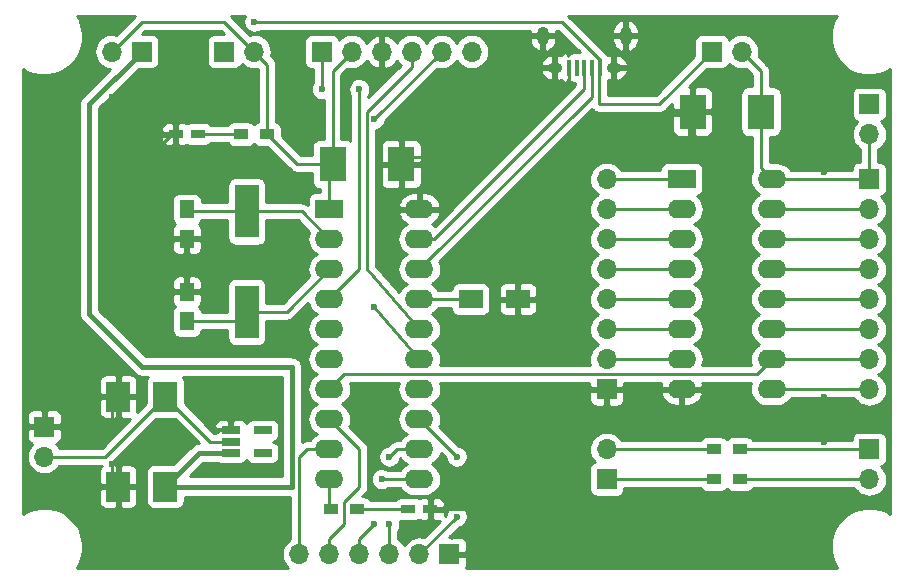
<source format=gtl>
G04 #@! TF.FileFunction,Copper,L1,Top,Signal*
%FSLAX46Y46*%
G04 Gerber Fmt 4.6, Leading zero omitted, Abs format (unit mm)*
G04 Created by KiCad (PCBNEW 4.0.6) date 04/13/17 11:48:46*
%MOMM*%
%LPD*%
G01*
G04 APERTURE LIST*
%ADD10C,0.150000*%
%ADD11R,1.700000X1.700000*%
%ADD12O,1.700000X1.700000*%
%ADD13R,1.250000X1.500000*%
%ADD14R,2.000000X2.500000*%
%ADD15R,2.200000X3.000000*%
%ADD16R,2.000000X1.600000*%
%ADD17R,1.200000X0.750000*%
%ADD18R,0.400000X1.350000*%
%ADD19O,1.250000X0.950000*%
%ADD20O,1.000000X1.550000*%
%ADD21R,1.200000X0.900000*%
%ADD22R,2.400000X1.600000*%
%ADD23O,2.400000X1.600000*%
%ADD24R,2.000000X4.500000*%
%ADD25R,1.560000X0.650000*%
%ADD26C,0.600000*%
%ADD27C,0.250000*%
%ADD28C,0.450000*%
%ADD29C,0.254000*%
G04 APERTURE END LIST*
D10*
D11*
X120015000Y-97155000D03*
D12*
X120015000Y-99695000D03*
D13*
X132080000Y-81260000D03*
X132080000Y-78760000D03*
X132080000Y-88245000D03*
X132080000Y-85745000D03*
D14*
X130270000Y-94615000D03*
X126270000Y-94615000D03*
D15*
X150220000Y-74930000D03*
X144420000Y-74930000D03*
D14*
X130270000Y-102235000D03*
X126270000Y-102235000D03*
D16*
X156115000Y-86360000D03*
X160115000Y-86360000D03*
D15*
X174900000Y-70485000D03*
X180700000Y-70485000D03*
D17*
X131130000Y-72390000D03*
X133030000Y-72390000D03*
X152715000Y-104140000D03*
X150815000Y-104140000D03*
D11*
X135255000Y-65405000D03*
D12*
X137795000Y-65405000D03*
D18*
X167035000Y-66755000D03*
X166385000Y-66755000D03*
X165735000Y-66755000D03*
X165085000Y-66755000D03*
X164435000Y-66755000D03*
D19*
X168235000Y-66755000D03*
X163235000Y-66755000D03*
D20*
X169235000Y-64055000D03*
X162235000Y-64055000D03*
D11*
X143510000Y-65405000D03*
D12*
X146050000Y-65405000D03*
X148590000Y-65405000D03*
X151130000Y-65405000D03*
X153670000Y-65405000D03*
X156210000Y-65405000D03*
D11*
X167640000Y-93980000D03*
D12*
X167640000Y-91440000D03*
X167640000Y-88900000D03*
X167640000Y-86360000D03*
X167640000Y-83820000D03*
X167640000Y-81280000D03*
X167640000Y-78740000D03*
X167640000Y-76200000D03*
D11*
X189865000Y-76200000D03*
D12*
X189865000Y-78740000D03*
X189865000Y-81280000D03*
X189865000Y-83820000D03*
X189865000Y-86360000D03*
X189865000Y-88900000D03*
X189865000Y-91440000D03*
X189865000Y-93980000D03*
D11*
X189865000Y-99060000D03*
D12*
X189865000Y-101600000D03*
D11*
X167640000Y-101600000D03*
D12*
X167640000Y-99060000D03*
D11*
X176530000Y-65405000D03*
D12*
X179070000Y-65405000D03*
D11*
X128270000Y-65405000D03*
D12*
X125730000Y-65405000D03*
D11*
X189865000Y-69850000D03*
D12*
X189865000Y-72390000D03*
D21*
X136695000Y-72390000D03*
X138895000Y-72390000D03*
X176700000Y-101600000D03*
X178900000Y-101600000D03*
X176700000Y-99060000D03*
X178900000Y-99060000D03*
X144315000Y-104140000D03*
X146515000Y-104140000D03*
D22*
X144145000Y-78740000D03*
D23*
X151765000Y-101600000D03*
X144145000Y-81280000D03*
X151765000Y-99060000D03*
X144145000Y-83820000D03*
X151765000Y-96520000D03*
X144145000Y-86360000D03*
X151765000Y-93980000D03*
X144145000Y-88900000D03*
X151765000Y-91440000D03*
X144145000Y-91440000D03*
X151765000Y-88900000D03*
X144145000Y-93980000D03*
X151765000Y-86360000D03*
X144145000Y-96520000D03*
X151765000Y-83820000D03*
X144145000Y-99060000D03*
X151765000Y-81280000D03*
X144145000Y-101600000D03*
X151765000Y-78740000D03*
D24*
X137160000Y-78935000D03*
X137160000Y-87435000D03*
D11*
X154305000Y-107950000D03*
D12*
X151765000Y-107950000D03*
X149225000Y-107950000D03*
X146685000Y-107950000D03*
X144145000Y-107950000D03*
X141605000Y-107950000D03*
D22*
X173990000Y-76200000D03*
D23*
X181610000Y-93980000D03*
X173990000Y-78740000D03*
X181610000Y-91440000D03*
X173990000Y-81280000D03*
X181610000Y-88900000D03*
X173990000Y-83820000D03*
X181610000Y-86360000D03*
X173990000Y-86360000D03*
X181610000Y-83820000D03*
X173990000Y-88900000D03*
X181610000Y-81280000D03*
X173990000Y-91440000D03*
X181610000Y-78740000D03*
X173990000Y-93980000D03*
X181610000Y-76200000D03*
D25*
X135810000Y-97475000D03*
X135810000Y-98425000D03*
X135810000Y-99375000D03*
X138510000Y-99375000D03*
X138510000Y-97475000D03*
D26*
X177870000Y-81980000D03*
X177870000Y-78090000D03*
X177870000Y-87140000D03*
X135310000Y-68020000D03*
X141060000Y-66880000D03*
X131800000Y-65380000D03*
X126260000Y-106870000D03*
X134530000Y-106870000D03*
X158750000Y-102870000D03*
X158750000Y-98425000D03*
X158750000Y-91440000D03*
X158750000Y-68580000D03*
X152400000Y-68580000D03*
X164465000Y-86360000D03*
X164465000Y-86360000D03*
X164465000Y-91440000D03*
X164465000Y-93980000D03*
X164465000Y-98425000D03*
X164465000Y-102870000D03*
X158750000Y-79375000D03*
X186055000Y-63500000D03*
X170815000Y-68580000D03*
X173355000Y-63500000D03*
X158750000Y-74295000D03*
X164465000Y-79375000D03*
X164465000Y-74930000D03*
X164465000Y-74930000D03*
X166370000Y-71120000D03*
X164465000Y-107950000D03*
X170180000Y-107950000D03*
X175895000Y-107950000D03*
X181610000Y-107950000D03*
X186055000Y-107950000D03*
X186055000Y-102870000D03*
X174625000Y-73660000D03*
X186055000Y-73660000D03*
X186055000Y-75565000D03*
X186055000Y-94615000D03*
X186055000Y-98425000D03*
X135890000Y-93980000D03*
X135890000Y-90805000D03*
X129540000Y-85725000D03*
X129540000Y-80010000D03*
X129540000Y-73660000D03*
X129540000Y-69215000D03*
X125730000Y-100330000D03*
X125730000Y-97790000D03*
X125730000Y-69215000D03*
X120015000Y-69215000D03*
X120015000Y-74295000D03*
X120015000Y-80010000D03*
X120015000Y-85725000D03*
X120015000Y-91440000D03*
X137795000Y-62865000D03*
X143510000Y-68580000D03*
X146685000Y-68580000D03*
X147955000Y-71120000D03*
X147955000Y-86995000D03*
X154940000Y-104775000D03*
X154940000Y-99695000D03*
X151765000Y-107950000D03*
X149225000Y-99695000D03*
X149225000Y-105410000D03*
X147955000Y-105410000D03*
X148590000Y-101600000D03*
D27*
X177870000Y-81980000D02*
X177870000Y-78090000D01*
X135310000Y-68020000D02*
X134440000Y-68020000D01*
X134440000Y-68020000D02*
X131800000Y-65380000D01*
X126260000Y-106870000D02*
X126260000Y-102245000D01*
X126270000Y-102235000D02*
X126260000Y-102245000D01*
X158750000Y-98425000D02*
X158750000Y-102870000D01*
X164465000Y-91440000D02*
X158750000Y-91440000D01*
X164465000Y-102870000D02*
X163195000Y-104140000D01*
X163195000Y-104140000D02*
X152715000Y-104140000D01*
X164465000Y-107950000D02*
X154305000Y-107950000D01*
X132080000Y-85745000D02*
X129560000Y-85745000D01*
X129560000Y-85745000D02*
X129540000Y-85725000D01*
X132080000Y-81260000D02*
X130790000Y-81260000D01*
X130790000Y-81260000D02*
X129540000Y-80010000D01*
X131130000Y-72390000D02*
X130810000Y-72390000D01*
X130810000Y-72390000D02*
X129540000Y-73660000D01*
X158750000Y-74295000D02*
X150855000Y-74295000D01*
X150855000Y-74295000D02*
X150220000Y-74930000D01*
X164465000Y-107950000D02*
X164465000Y-102870000D01*
X164465000Y-91440000D02*
X164465000Y-86360000D01*
X164465000Y-98425000D02*
X164465000Y-93980000D01*
X158750000Y-68580000D02*
X158750000Y-68580000D01*
X158750000Y-79375000D02*
X158750000Y-80645000D01*
X186055000Y-73660000D02*
X186055000Y-63500000D01*
X173355000Y-66040000D02*
X170815000Y-68580000D01*
X173355000Y-63500000D02*
X173355000Y-66040000D01*
X164465000Y-68580000D02*
X164465000Y-66675000D01*
X158750000Y-68580000D02*
X164465000Y-68580000D01*
X158750000Y-74295000D02*
X158750000Y-68580000D01*
X164465000Y-66675000D02*
X164465000Y-66725000D01*
X164465000Y-66725000D02*
X164435000Y-66755000D01*
X160115000Y-86360000D02*
X164465000Y-86360000D01*
X164465000Y-79375000D02*
X164465000Y-86360000D01*
X164465000Y-74930000D02*
X164465000Y-74930000D01*
X166730000Y-70760000D02*
X166370000Y-71120000D01*
X166730000Y-70760000D02*
X174625000Y-70760000D01*
X170180000Y-107950000D02*
X175895000Y-107950000D01*
X181610000Y-107950000D02*
X186055000Y-107950000D01*
X174625000Y-73660000D02*
X174625000Y-70760000D01*
X186055000Y-75565000D02*
X186055000Y-73660000D01*
X186055000Y-98425000D02*
X186055000Y-94615000D01*
X135810000Y-97475000D02*
X135890000Y-97395000D01*
X135890000Y-97395000D02*
X135890000Y-93980000D01*
X135890000Y-90805000D02*
X129540000Y-90805000D01*
X129540000Y-90805000D02*
X129540000Y-85725000D01*
X129540000Y-80010000D02*
X129540000Y-73660000D01*
X129540000Y-69215000D02*
X125730000Y-69215000D01*
X125730000Y-97155000D02*
X125730000Y-97790000D01*
X125730000Y-100330000D02*
X125730000Y-101695000D01*
X125730000Y-101695000D02*
X126270000Y-102235000D01*
X120015000Y-69215000D02*
X120015000Y-74295000D01*
X120015000Y-80010000D02*
X120015000Y-85725000D01*
X120015000Y-91440000D02*
X120015000Y-97155000D01*
X120015000Y-97155000D02*
X125730000Y-97155000D01*
X125730000Y-97155000D02*
X125730000Y-95155000D01*
X125730000Y-95155000D02*
X126270000Y-94615000D01*
X132080000Y-78760000D02*
X132255000Y-78935000D01*
X132255000Y-78935000D02*
X137160000Y-78935000D01*
X144145000Y-81280000D02*
X141800000Y-78935000D01*
X141800000Y-78935000D02*
X137160000Y-78935000D01*
X137160000Y-87435000D02*
X136350000Y-88245000D01*
X136350000Y-88245000D02*
X132080000Y-88245000D01*
X144145000Y-83820000D02*
X140530000Y-87435000D01*
X140530000Y-87435000D02*
X137160000Y-87435000D01*
X120015000Y-99695000D02*
X125190000Y-99695000D01*
X125190000Y-99695000D02*
X130270000Y-94615000D01*
X134080000Y-98425000D02*
X130270000Y-94615000D01*
X135810000Y-98425000D02*
X134080000Y-98425000D01*
X144420000Y-74930000D02*
X144420000Y-67035000D01*
X144420000Y-67035000D02*
X146050000Y-65405000D01*
X144420000Y-74930000D02*
X141435000Y-74930000D01*
X141435000Y-74930000D02*
X138895000Y-72390000D01*
X144145000Y-78740000D02*
X144145000Y-75205000D01*
X144145000Y-75205000D02*
X144420000Y-74930000D01*
X137795000Y-65405000D02*
X135255000Y-62865000D01*
X128270000Y-62865000D02*
X125730000Y-65405000D01*
X135255000Y-62865000D02*
X128270000Y-62865000D01*
X146325000Y-65680000D02*
X146050000Y-65405000D01*
X138895000Y-72390000D02*
X138895000Y-66505000D01*
X138895000Y-66505000D02*
X137795000Y-65405000D01*
D28*
X130270000Y-102235000D02*
X140970000Y-102235000D01*
X123825000Y-69850000D02*
X128270000Y-65405000D01*
X123825000Y-87630000D02*
X123825000Y-69850000D01*
X128270000Y-92075000D02*
X123825000Y-87630000D01*
X130810000Y-92075000D02*
X128270000Y-92075000D01*
X140970000Y-92075000D02*
X130810000Y-92075000D01*
X140970000Y-102235000D02*
X140970000Y-92075000D01*
X135810000Y-99375000D02*
X133130000Y-99375000D01*
X133130000Y-99375000D02*
X130270000Y-102235000D01*
D27*
X156115000Y-86360000D02*
X151765000Y-86360000D01*
X189865000Y-76200000D02*
X189865000Y-72390000D01*
X181610000Y-76200000D02*
X180700000Y-75290000D01*
X180700000Y-75290000D02*
X180700000Y-70485000D01*
X181610000Y-76200000D02*
X189865000Y-76200000D01*
X179070000Y-65405000D02*
X180700000Y-67035000D01*
X180700000Y-67035000D02*
X180700000Y-70485000D01*
X136695000Y-72390000D02*
X133030000Y-72390000D01*
X146515000Y-104140000D02*
X150815000Y-104140000D01*
X167005000Y-66040000D02*
X167035000Y-66070000D01*
X167035000Y-66070000D02*
X167035000Y-66755000D01*
X137795000Y-62865000D02*
X163830000Y-62865000D01*
X163830000Y-62865000D02*
X167005000Y-66040000D01*
X167035000Y-66070000D02*
X167035000Y-66755000D01*
X167035000Y-66755000D02*
X167005000Y-66785000D01*
X167005000Y-66785000D02*
X167005000Y-69850000D01*
X167005000Y-69850000D02*
X172085000Y-69850000D01*
X172085000Y-69850000D02*
X176530000Y-65405000D01*
X166385000Y-66755000D02*
X166370000Y-66770000D01*
X166370000Y-66770000D02*
X166370000Y-69215000D01*
X166370000Y-69215000D02*
X151765000Y-83820000D01*
X165735000Y-66755000D02*
X165735000Y-68580000D01*
X153035000Y-81280000D02*
X151765000Y-81280000D01*
X165735000Y-68580000D02*
X153035000Y-81280000D01*
X144145000Y-86360000D02*
X146685000Y-83820000D01*
X143510000Y-67945000D02*
X143510000Y-65405000D01*
X143510000Y-68580000D02*
X143510000Y-67945000D01*
X146685000Y-83820000D02*
X146685000Y-68580000D01*
X151130000Y-65405000D02*
X151130000Y-66675000D01*
X147320000Y-83820000D02*
X151765000Y-88900000D01*
X147320000Y-70485000D02*
X147320000Y-83820000D01*
X151130000Y-66675000D02*
X147320000Y-70485000D01*
X151765000Y-91440000D02*
X147955000Y-86995000D01*
X147955000Y-71120000D02*
X153670000Y-65405000D01*
X173990000Y-91440000D02*
X167640000Y-91440000D01*
X173990000Y-88900000D02*
X167640000Y-88900000D01*
X173990000Y-86360000D02*
X167640000Y-86360000D01*
X173990000Y-83820000D02*
X167640000Y-83820000D01*
X173990000Y-81280000D02*
X167640000Y-81280000D01*
X173990000Y-78740000D02*
X167640000Y-78740000D01*
X173990000Y-76200000D02*
X167640000Y-76200000D01*
X181610000Y-78740000D02*
X189865000Y-78740000D01*
X181610000Y-81280000D02*
X189865000Y-81280000D01*
X181610000Y-83820000D02*
X189865000Y-83820000D01*
X181610000Y-86360000D02*
X189865000Y-86360000D01*
X181610000Y-88900000D02*
X189865000Y-88900000D01*
X144145000Y-93980000D02*
X145415000Y-92710000D01*
X180340000Y-92710000D02*
X181610000Y-91440000D01*
X145415000Y-92710000D02*
X180340000Y-92710000D01*
X181610000Y-91440000D02*
X189865000Y-91440000D01*
X181610000Y-93980000D02*
X189865000Y-93980000D01*
X178900000Y-99060000D02*
X189865000Y-99060000D01*
X189865000Y-101600000D02*
X178900000Y-101600000D01*
X167640000Y-101600000D02*
X176700000Y-101600000D01*
X167640000Y-99060000D02*
X176700000Y-99060000D01*
X151765000Y-96520000D02*
X154940000Y-99695000D01*
X154940000Y-104775000D02*
X151765000Y-107950000D01*
X149225000Y-107950000D02*
X149225000Y-105410000D01*
X149860000Y-99060000D02*
X151765000Y-99060000D01*
X149225000Y-99695000D02*
X149860000Y-99060000D01*
X151765000Y-101600000D02*
X148590000Y-101600000D01*
X146685000Y-106680000D02*
X146685000Y-107950000D01*
X147955000Y-105410000D02*
X146685000Y-106680000D01*
X144145000Y-107950000D02*
X144145000Y-106680000D01*
X146685000Y-99060000D02*
X144145000Y-96520000D01*
X146685000Y-102235000D02*
X146685000Y-99060000D01*
X145415000Y-103505000D02*
X146685000Y-102235000D01*
X145415000Y-105410000D02*
X145415000Y-103505000D01*
X144145000Y-106680000D02*
X145415000Y-105410000D01*
X144145000Y-99060000D02*
X142240000Y-99060000D01*
X141605000Y-99695000D02*
X141605000Y-107950000D01*
X142240000Y-99060000D02*
X141605000Y-99695000D01*
X144145000Y-101600000D02*
X144145000Y-103970000D01*
X144145000Y-103970000D02*
X144315000Y-104140000D01*
D29*
G36*
X186979448Y-62548655D02*
X186726280Y-63139339D01*
X186592665Y-63767949D01*
X186583693Y-64410539D01*
X186699704Y-65042634D01*
X186936280Y-65640158D01*
X187284410Y-66180350D01*
X187730834Y-66642636D01*
X188258548Y-67009407D01*
X188847452Y-67266692D01*
X189475113Y-67404692D01*
X190117625Y-67418151D01*
X190750514Y-67306556D01*
X191349675Y-67074157D01*
X191643000Y-66888007D01*
X191643000Y-104561331D01*
X191431162Y-104418444D01*
X190838724Y-104169406D01*
X190209197Y-104040183D01*
X189566560Y-104035696D01*
X188935290Y-104156117D01*
X188339433Y-104396859D01*
X187801684Y-104748752D01*
X187342526Y-105198393D01*
X186979448Y-105728655D01*
X186726280Y-106319339D01*
X186592665Y-106947949D01*
X186583693Y-107590539D01*
X186699704Y-108222634D01*
X186936280Y-108820158D01*
X187112115Y-109093000D01*
X155720955Y-109093000D01*
X155765597Y-108985223D01*
X155790000Y-108862542D01*
X155790000Y-108235750D01*
X155631250Y-108077000D01*
X154432000Y-108077000D01*
X154432000Y-108097000D01*
X154178000Y-108097000D01*
X154178000Y-108077000D01*
X154158000Y-108077000D01*
X154158000Y-107823000D01*
X154178000Y-107823000D01*
X154178000Y-107803000D01*
X154432000Y-107803000D01*
X154432000Y-107823000D01*
X155631250Y-107823000D01*
X155790000Y-107664250D01*
X155790000Y-107037458D01*
X155765597Y-106914777D01*
X155717730Y-106799215D01*
X155648237Y-106695211D01*
X155559789Y-106606763D01*
X155455785Y-106537270D01*
X155340223Y-106489403D01*
X155217542Y-106465000D01*
X154590750Y-106465000D01*
X154432002Y-106623748D01*
X154432002Y-106465000D01*
X154324802Y-106465000D01*
X155092169Y-105697633D01*
X155192657Y-105679914D01*
X155363610Y-105613606D01*
X155518429Y-105515355D01*
X155651215Y-105388904D01*
X155756911Y-105239070D01*
X155831492Y-105071560D01*
X155872116Y-104892754D01*
X155875040Y-104683319D01*
X155839425Y-104503448D01*
X155769550Y-104333920D01*
X155668079Y-104181193D01*
X155538875Y-104051084D01*
X155386860Y-103948549D01*
X155217825Y-103877493D01*
X155038207Y-103840623D01*
X154854849Y-103839343D01*
X154674733Y-103873701D01*
X154504722Y-103942390D01*
X154351291Y-104042793D01*
X154220283Y-104171086D01*
X154116689Y-104322381D01*
X154044454Y-104490916D01*
X154016158Y-104624040D01*
X153915430Y-104724768D01*
X153925597Y-104700223D01*
X153950000Y-104577542D01*
X153950000Y-104425750D01*
X153791250Y-104267000D01*
X152842000Y-104267000D01*
X152842000Y-104991250D01*
X153000750Y-105150000D01*
X153377542Y-105150000D01*
X153500223Y-105125597D01*
X153524768Y-105115430D01*
X152131144Y-106509054D01*
X152063601Y-106488146D01*
X151775367Y-106457851D01*
X151486739Y-106484118D01*
X151208709Y-106565947D01*
X150951869Y-106700220D01*
X150726000Y-106881823D01*
X150539706Y-107103839D01*
X150495502Y-107184247D01*
X150461888Y-107121029D01*
X150278713Y-106896433D01*
X150055401Y-106711694D01*
X149985000Y-106673628D01*
X149985000Y-105954747D01*
X150041911Y-105874070D01*
X150116492Y-105706560D01*
X150157116Y-105527754D01*
X150160040Y-105318319D01*
X150124782Y-105140251D01*
X150215000Y-105153072D01*
X151415000Y-105153072D01*
X151516121Y-105145008D01*
X151687634Y-105091894D01*
X151762037Y-105042866D01*
X151814215Y-105077730D01*
X151929777Y-105125597D01*
X152052458Y-105150000D01*
X152429250Y-105150000D01*
X152588000Y-104991250D01*
X152588000Y-104267000D01*
X152568000Y-104267000D01*
X152568000Y-104013000D01*
X152588000Y-104013000D01*
X152588000Y-103288750D01*
X152842000Y-103288750D01*
X152842000Y-104013000D01*
X153791250Y-104013000D01*
X153950000Y-103854250D01*
X153950000Y-103702458D01*
X153925597Y-103579777D01*
X153877730Y-103464215D01*
X153808237Y-103360211D01*
X153719789Y-103271763D01*
X153615785Y-103202270D01*
X153500223Y-103154403D01*
X153377542Y-103130000D01*
X153000750Y-103130000D01*
X152842000Y-103288750D01*
X152588000Y-103288750D01*
X152429250Y-103130000D01*
X152052458Y-103130000D01*
X151929777Y-103154403D01*
X151814215Y-103202270D01*
X151766244Y-103234323D01*
X151756450Y-103225975D01*
X151592763Y-103152190D01*
X151415000Y-103126928D01*
X150215000Y-103126928D01*
X150113879Y-103134992D01*
X149942366Y-103188106D01*
X149792441Y-103286900D01*
X149713092Y-103380000D01*
X147667271Y-103380000D01*
X147593100Y-103267441D01*
X147456450Y-103150975D01*
X147292763Y-103077190D01*
X147115000Y-103051928D01*
X146942874Y-103051928D01*
X147222401Y-102772401D01*
X147266968Y-102718145D01*
X147312086Y-102664375D01*
X147314011Y-102660874D01*
X147316548Y-102657785D01*
X147349713Y-102595933D01*
X147383543Y-102534396D01*
X147384752Y-102530584D01*
X147386639Y-102527065D01*
X147407152Y-102459969D01*
X147428392Y-102393013D01*
X147428838Y-102389041D01*
X147430006Y-102385219D01*
X147437098Y-102315395D01*
X147444926Y-102245611D01*
X147444981Y-102237796D01*
X147444995Y-102237653D01*
X147444982Y-102237520D01*
X147445000Y-102235000D01*
X147445000Y-99060000D01*
X147438144Y-98990073D01*
X147432030Y-98920197D01*
X147430916Y-98916364D01*
X147430526Y-98912382D01*
X147410224Y-98845138D01*
X147390649Y-98777760D01*
X147388810Y-98774212D01*
X147387655Y-98770387D01*
X147354691Y-98708390D01*
X147322389Y-98646074D01*
X147319897Y-98642953D01*
X147318020Y-98639422D01*
X147273641Y-98585007D01*
X147229852Y-98530154D01*
X147224369Y-98524594D01*
X147224274Y-98524478D01*
X147224166Y-98524389D01*
X147222401Y-98522599D01*
X145841355Y-97141553D01*
X145876753Y-97076085D01*
X145959569Y-96808547D01*
X145988844Y-96530018D01*
X145963461Y-96251108D01*
X145884388Y-95982440D01*
X145754636Y-95734247D01*
X145579147Y-95515983D01*
X145364607Y-95335962D01*
X145207827Y-95249772D01*
X145347996Y-95175242D01*
X145565029Y-94998234D01*
X145743548Y-94782442D01*
X145876753Y-94536085D01*
X145959569Y-94268547D01*
X145988844Y-93990018D01*
X145963461Y-93711108D01*
X145892499Y-93470000D01*
X150018981Y-93470000D01*
X149950431Y-93691453D01*
X149921156Y-93969982D01*
X149946539Y-94248892D01*
X150025612Y-94517560D01*
X150155364Y-94765753D01*
X150330853Y-94984017D01*
X150545393Y-95164038D01*
X150702173Y-95250228D01*
X150562004Y-95324758D01*
X150344971Y-95501766D01*
X150166452Y-95717558D01*
X150033247Y-95963915D01*
X149950431Y-96231453D01*
X149921156Y-96509982D01*
X149946539Y-96788892D01*
X150025612Y-97057560D01*
X150155364Y-97305753D01*
X150330853Y-97524017D01*
X150545393Y-97704038D01*
X150702173Y-97790228D01*
X150562004Y-97864758D01*
X150344971Y-98041766D01*
X150166452Y-98257558D01*
X150143504Y-98300000D01*
X149860000Y-98300000D01*
X149790119Y-98306852D01*
X149720197Y-98312969D01*
X149716359Y-98314084D01*
X149712382Y-98314474D01*
X149645212Y-98334754D01*
X149577761Y-98354350D01*
X149574210Y-98356191D01*
X149570387Y-98357345D01*
X149508426Y-98390290D01*
X149446075Y-98422610D01*
X149442952Y-98425103D01*
X149439422Y-98426980D01*
X149384989Y-98471375D01*
X149330155Y-98515148D01*
X149324596Y-98520630D01*
X149324478Y-98520726D01*
X149324388Y-98520835D01*
X149322599Y-98522599D01*
X149073128Y-98772070D01*
X148959733Y-98793701D01*
X148789722Y-98862390D01*
X148636291Y-98962793D01*
X148505283Y-99091086D01*
X148401689Y-99242381D01*
X148329454Y-99410916D01*
X148291331Y-99590272D01*
X148288771Y-99773617D01*
X148321872Y-99953968D01*
X148389372Y-100124454D01*
X148488701Y-100278583D01*
X148616076Y-100410484D01*
X148766644Y-100515131D01*
X148934671Y-100588540D01*
X149113757Y-100627915D01*
X149297079Y-100631755D01*
X149477657Y-100599914D01*
X149648610Y-100533606D01*
X149803429Y-100435355D01*
X149936215Y-100308904D01*
X150041911Y-100159070D01*
X150116492Y-99991560D01*
X150149786Y-99845016D01*
X150153196Y-99841606D01*
X150155364Y-99845753D01*
X150330853Y-100064017D01*
X150545393Y-100244038D01*
X150702173Y-100330228D01*
X150562004Y-100404758D01*
X150344971Y-100581766D01*
X150166452Y-100797558D01*
X150143504Y-100840000D01*
X149135378Y-100840000D01*
X149036860Y-100773549D01*
X148867825Y-100702493D01*
X148688207Y-100665623D01*
X148504849Y-100664343D01*
X148324733Y-100698701D01*
X148154722Y-100767390D01*
X148001291Y-100867793D01*
X147870283Y-100996086D01*
X147766689Y-101147381D01*
X147694454Y-101315916D01*
X147656331Y-101495272D01*
X147653771Y-101678617D01*
X147686872Y-101858968D01*
X147754372Y-102029454D01*
X147853701Y-102183583D01*
X147981076Y-102315484D01*
X148131644Y-102420131D01*
X148299671Y-102493540D01*
X148478757Y-102532915D01*
X148662079Y-102536755D01*
X148842657Y-102504914D01*
X149013610Y-102438606D01*
X149137473Y-102360000D01*
X150141901Y-102360000D01*
X150155364Y-102385753D01*
X150330853Y-102604017D01*
X150545393Y-102784038D01*
X150790814Y-102918959D01*
X151057768Y-103003642D01*
X151336085Y-103034860D01*
X151356121Y-103035000D01*
X152173879Y-103035000D01*
X152452605Y-103007671D01*
X152720715Y-102926724D01*
X152967996Y-102795242D01*
X153185029Y-102618234D01*
X153363548Y-102402442D01*
X153496753Y-102156085D01*
X153579569Y-101888547D01*
X153608844Y-101610018D01*
X153583461Y-101331108D01*
X153504388Y-101062440D01*
X153374636Y-100814247D01*
X153199147Y-100595983D01*
X152984607Y-100415962D01*
X152827827Y-100329772D01*
X152967996Y-100255242D01*
X153185029Y-100078234D01*
X153363548Y-99862442D01*
X153496753Y-99616085D01*
X153565192Y-99394994D01*
X154017249Y-99847051D01*
X154036872Y-99953968D01*
X154104372Y-100124454D01*
X154203701Y-100278583D01*
X154331076Y-100410484D01*
X154481644Y-100515131D01*
X154649671Y-100588540D01*
X154828757Y-100627915D01*
X155012079Y-100631755D01*
X155192657Y-100599914D01*
X155363610Y-100533606D01*
X155518429Y-100435355D01*
X155651215Y-100308904D01*
X155756911Y-100159070D01*
X155831492Y-99991560D01*
X155872116Y-99812754D01*
X155875040Y-99603319D01*
X155839425Y-99423448D01*
X155769550Y-99253920D01*
X155668079Y-99101193D01*
X155616878Y-99049633D01*
X166147851Y-99049633D01*
X166174118Y-99338261D01*
X166255947Y-99616291D01*
X166390220Y-99873131D01*
X166571823Y-100099000D01*
X166621651Y-100140811D01*
X166517366Y-100173106D01*
X166367441Y-100271900D01*
X166250975Y-100408550D01*
X166177190Y-100572237D01*
X166151928Y-100750000D01*
X166151928Y-102450000D01*
X166159992Y-102551121D01*
X166213106Y-102722634D01*
X166311900Y-102872559D01*
X166448550Y-102989025D01*
X166612237Y-103062810D01*
X166790000Y-103088072D01*
X168490000Y-103088072D01*
X168591121Y-103080008D01*
X168762634Y-103026894D01*
X168912559Y-102928100D01*
X169029025Y-102791450D01*
X169102810Y-102627763D01*
X169128072Y-102450000D01*
X169128072Y-102360000D01*
X175547729Y-102360000D01*
X175621900Y-102472559D01*
X175758550Y-102589025D01*
X175922237Y-102662810D01*
X176100000Y-102688072D01*
X177300000Y-102688072D01*
X177401121Y-102680008D01*
X177572634Y-102626894D01*
X177722559Y-102528100D01*
X177799225Y-102438148D01*
X177821900Y-102472559D01*
X177958550Y-102589025D01*
X178122237Y-102662810D01*
X178300000Y-102688072D01*
X179500000Y-102688072D01*
X179601121Y-102680008D01*
X179772634Y-102626894D01*
X179922559Y-102528100D01*
X180039025Y-102391450D01*
X180053202Y-102360000D01*
X188587444Y-102360000D01*
X188615220Y-102413131D01*
X188796823Y-102639000D01*
X189018839Y-102825294D01*
X189272811Y-102964916D01*
X189549066Y-103052549D01*
X189837081Y-103084855D01*
X189857815Y-103085000D01*
X189872185Y-103085000D01*
X190160623Y-103056718D01*
X190438075Y-102972951D01*
X190693971Y-102836888D01*
X190918567Y-102653713D01*
X191103306Y-102430401D01*
X191241152Y-102175461D01*
X191326854Y-101898601D01*
X191357149Y-101610367D01*
X191330882Y-101321739D01*
X191249053Y-101043709D01*
X191114780Y-100786869D01*
X190933177Y-100561000D01*
X190883349Y-100519189D01*
X190987634Y-100486894D01*
X191137559Y-100388100D01*
X191254025Y-100251450D01*
X191327810Y-100087763D01*
X191353072Y-99910000D01*
X191353072Y-98210000D01*
X191345008Y-98108879D01*
X191291894Y-97937366D01*
X191193100Y-97787441D01*
X191056450Y-97670975D01*
X190892763Y-97597190D01*
X190715000Y-97571928D01*
X189015000Y-97571928D01*
X188913879Y-97579992D01*
X188742366Y-97633106D01*
X188592441Y-97731900D01*
X188475975Y-97868550D01*
X188402190Y-98032237D01*
X188376928Y-98210000D01*
X188376928Y-98300000D01*
X180052271Y-98300000D01*
X179978100Y-98187441D01*
X179841450Y-98070975D01*
X179677763Y-97997190D01*
X179500000Y-97971928D01*
X178300000Y-97971928D01*
X178198879Y-97979992D01*
X178027366Y-98033106D01*
X177877441Y-98131900D01*
X177800775Y-98221852D01*
X177778100Y-98187441D01*
X177641450Y-98070975D01*
X177477763Y-97997190D01*
X177300000Y-97971928D01*
X176100000Y-97971928D01*
X175998879Y-97979992D01*
X175827366Y-98033106D01*
X175677441Y-98131900D01*
X175560975Y-98268550D01*
X175546798Y-98300000D01*
X168917556Y-98300000D01*
X168889780Y-98246869D01*
X168708177Y-98021000D01*
X168486161Y-97834706D01*
X168232189Y-97695084D01*
X167955934Y-97607451D01*
X167667919Y-97575145D01*
X167647185Y-97575000D01*
X167632815Y-97575000D01*
X167344377Y-97603282D01*
X167066925Y-97687049D01*
X166811029Y-97823112D01*
X166586433Y-98006287D01*
X166401694Y-98229599D01*
X166263848Y-98484539D01*
X166178146Y-98761399D01*
X166147851Y-99049633D01*
X155616878Y-99049633D01*
X155538875Y-98971084D01*
X155386860Y-98868549D01*
X155217825Y-98797493D01*
X155091329Y-98771527D01*
X153461355Y-97141553D01*
X153496753Y-97076085D01*
X153579569Y-96808547D01*
X153608844Y-96530018D01*
X153583461Y-96251108D01*
X153504388Y-95982440D01*
X153374636Y-95734247D01*
X153199147Y-95515983D01*
X152984607Y-95335962D01*
X152827827Y-95249772D01*
X152967996Y-95175242D01*
X153185029Y-94998234D01*
X153363548Y-94782442D01*
X153496753Y-94536085D01*
X153579569Y-94268547D01*
X153579862Y-94265750D01*
X166155000Y-94265750D01*
X166155000Y-94892542D01*
X166179403Y-95015223D01*
X166227270Y-95130785D01*
X166296763Y-95234789D01*
X166385211Y-95323237D01*
X166489215Y-95392730D01*
X166604777Y-95440597D01*
X166727458Y-95465000D01*
X167354250Y-95465000D01*
X167513000Y-95306250D01*
X167513000Y-94107000D01*
X167767000Y-94107000D01*
X167767000Y-95306250D01*
X167925750Y-95465000D01*
X168552542Y-95465000D01*
X168675223Y-95440597D01*
X168790785Y-95392730D01*
X168894789Y-95323237D01*
X168983237Y-95234789D01*
X169052730Y-95130785D01*
X169100597Y-95015223D01*
X169125000Y-94892542D01*
X169125000Y-94329039D01*
X172198096Y-94329039D01*
X172215633Y-94411818D01*
X172326285Y-94671646D01*
X172485500Y-94904895D01*
X172687161Y-95102601D01*
X172923517Y-95257166D01*
X173185486Y-95362650D01*
X173463000Y-95415000D01*
X173863000Y-95415000D01*
X173863000Y-94107000D01*
X174117000Y-94107000D01*
X174117000Y-95415000D01*
X174517000Y-95415000D01*
X174794514Y-95362650D01*
X175056483Y-95257166D01*
X175292839Y-95102601D01*
X175494500Y-94904895D01*
X175653715Y-94671646D01*
X175764367Y-94411818D01*
X175781904Y-94329039D01*
X175659915Y-94107000D01*
X174117000Y-94107000D01*
X173863000Y-94107000D01*
X172320085Y-94107000D01*
X172198096Y-94329039D01*
X169125000Y-94329039D01*
X169125000Y-94265750D01*
X168966250Y-94107000D01*
X167767000Y-94107000D01*
X167513000Y-94107000D01*
X166313750Y-94107000D01*
X166155000Y-94265750D01*
X153579862Y-94265750D01*
X153608844Y-93990018D01*
X153583461Y-93711108D01*
X153512499Y-93470000D01*
X166155000Y-93470000D01*
X166155000Y-93694250D01*
X166313750Y-93853000D01*
X167513000Y-93853000D01*
X167513000Y-93833000D01*
X167767000Y-93833000D01*
X167767000Y-93853000D01*
X168966250Y-93853000D01*
X169125000Y-93694250D01*
X169125000Y-93470000D01*
X172248928Y-93470000D01*
X172215633Y-93548182D01*
X172198096Y-93630961D01*
X172320085Y-93853000D01*
X173863000Y-93853000D01*
X173863000Y-93833000D01*
X174117000Y-93833000D01*
X174117000Y-93853000D01*
X175659915Y-93853000D01*
X175781904Y-93630961D01*
X175764367Y-93548182D01*
X175731072Y-93470000D01*
X179863981Y-93470000D01*
X179795431Y-93691453D01*
X179766156Y-93969982D01*
X179791539Y-94248892D01*
X179870612Y-94517560D01*
X180000364Y-94765753D01*
X180175853Y-94984017D01*
X180390393Y-95164038D01*
X180635814Y-95298959D01*
X180902768Y-95383642D01*
X181181085Y-95414860D01*
X181201121Y-95415000D01*
X182018879Y-95415000D01*
X182297605Y-95387671D01*
X182565715Y-95306724D01*
X182812996Y-95175242D01*
X183030029Y-94998234D01*
X183208548Y-94782442D01*
X183231496Y-94740000D01*
X188587444Y-94740000D01*
X188615220Y-94793131D01*
X188796823Y-95019000D01*
X189018839Y-95205294D01*
X189272811Y-95344916D01*
X189549066Y-95432549D01*
X189837081Y-95464855D01*
X189857815Y-95465000D01*
X189872185Y-95465000D01*
X190160623Y-95436718D01*
X190438075Y-95352951D01*
X190693971Y-95216888D01*
X190918567Y-95033713D01*
X191103306Y-94810401D01*
X191241152Y-94555461D01*
X191326854Y-94278601D01*
X191357149Y-93990367D01*
X191330882Y-93701739D01*
X191249053Y-93423709D01*
X191114780Y-93166869D01*
X190933177Y-92941000D01*
X190711161Y-92754706D01*
X190630753Y-92710502D01*
X190693971Y-92676888D01*
X190918567Y-92493713D01*
X191103306Y-92270401D01*
X191241152Y-92015461D01*
X191326854Y-91738601D01*
X191357149Y-91450367D01*
X191330882Y-91161739D01*
X191249053Y-90883709D01*
X191114780Y-90626869D01*
X190933177Y-90401000D01*
X190711161Y-90214706D01*
X190630753Y-90170502D01*
X190693971Y-90136888D01*
X190918567Y-89953713D01*
X191103306Y-89730401D01*
X191241152Y-89475461D01*
X191326854Y-89198601D01*
X191357149Y-88910367D01*
X191330882Y-88621739D01*
X191249053Y-88343709D01*
X191114780Y-88086869D01*
X190933177Y-87861000D01*
X190711161Y-87674706D01*
X190630753Y-87630502D01*
X190693971Y-87596888D01*
X190918567Y-87413713D01*
X191103306Y-87190401D01*
X191241152Y-86935461D01*
X191326854Y-86658601D01*
X191357149Y-86370367D01*
X191330882Y-86081739D01*
X191249053Y-85803709D01*
X191114780Y-85546869D01*
X190933177Y-85321000D01*
X190711161Y-85134706D01*
X190630753Y-85090502D01*
X190693971Y-85056888D01*
X190918567Y-84873713D01*
X191103306Y-84650401D01*
X191241152Y-84395461D01*
X191326854Y-84118601D01*
X191357149Y-83830367D01*
X191330882Y-83541739D01*
X191249053Y-83263709D01*
X191114780Y-83006869D01*
X190933177Y-82781000D01*
X190711161Y-82594706D01*
X190630753Y-82550502D01*
X190693971Y-82516888D01*
X190918567Y-82333713D01*
X191103306Y-82110401D01*
X191241152Y-81855461D01*
X191326854Y-81578601D01*
X191357149Y-81290367D01*
X191330882Y-81001739D01*
X191249053Y-80723709D01*
X191114780Y-80466869D01*
X190933177Y-80241000D01*
X190711161Y-80054706D01*
X190630753Y-80010502D01*
X190693971Y-79976888D01*
X190918567Y-79793713D01*
X191103306Y-79570401D01*
X191241152Y-79315461D01*
X191326854Y-79038601D01*
X191357149Y-78750367D01*
X191330882Y-78461739D01*
X191249053Y-78183709D01*
X191114780Y-77926869D01*
X190933177Y-77701000D01*
X190883349Y-77659189D01*
X190987634Y-77626894D01*
X191137559Y-77528100D01*
X191254025Y-77391450D01*
X191327810Y-77227763D01*
X191353072Y-77050000D01*
X191353072Y-75350000D01*
X191345008Y-75248879D01*
X191291894Y-75077366D01*
X191193100Y-74927441D01*
X191056450Y-74810975D01*
X190892763Y-74737190D01*
X190715000Y-74711928D01*
X190625000Y-74711928D01*
X190625000Y-73663561D01*
X190693971Y-73626888D01*
X190918567Y-73443713D01*
X191103306Y-73220401D01*
X191241152Y-72965461D01*
X191326854Y-72688601D01*
X191357149Y-72400367D01*
X191330882Y-72111739D01*
X191249053Y-71833709D01*
X191114780Y-71576869D01*
X190933177Y-71351000D01*
X190883349Y-71309189D01*
X190987634Y-71276894D01*
X191137559Y-71178100D01*
X191254025Y-71041450D01*
X191327810Y-70877763D01*
X191353072Y-70700000D01*
X191353072Y-69000000D01*
X191345008Y-68898879D01*
X191291894Y-68727366D01*
X191193100Y-68577441D01*
X191056450Y-68460975D01*
X190892763Y-68387190D01*
X190715000Y-68361928D01*
X189015000Y-68361928D01*
X188913879Y-68369992D01*
X188742366Y-68423106D01*
X188592441Y-68521900D01*
X188475975Y-68658550D01*
X188402190Y-68822237D01*
X188376928Y-69000000D01*
X188376928Y-70700000D01*
X188384992Y-70801121D01*
X188438106Y-70972634D01*
X188536900Y-71122559D01*
X188673550Y-71239025D01*
X188837237Y-71312810D01*
X188839776Y-71313171D01*
X188811433Y-71336287D01*
X188626694Y-71559599D01*
X188488848Y-71814539D01*
X188403146Y-72091399D01*
X188372851Y-72379633D01*
X188399118Y-72668261D01*
X188480947Y-72946291D01*
X188615220Y-73203131D01*
X188796823Y-73429000D01*
X189018839Y-73615294D01*
X189105000Y-73662661D01*
X189105000Y-74711928D01*
X189015000Y-74711928D01*
X188913879Y-74719992D01*
X188742366Y-74773106D01*
X188592441Y-74871900D01*
X188475975Y-75008550D01*
X188402190Y-75172237D01*
X188376928Y-75350000D01*
X188376928Y-75440000D01*
X183233099Y-75440000D01*
X183219636Y-75414247D01*
X183044147Y-75195983D01*
X182829607Y-75015962D01*
X182584186Y-74881041D01*
X182317232Y-74796358D01*
X182038915Y-74765140D01*
X182018879Y-74765000D01*
X181460000Y-74765000D01*
X181460000Y-72623072D01*
X181800000Y-72623072D01*
X181901121Y-72615008D01*
X182072634Y-72561894D01*
X182222559Y-72463100D01*
X182339025Y-72326450D01*
X182412810Y-72162763D01*
X182438072Y-71985000D01*
X182438072Y-68985000D01*
X182430008Y-68883879D01*
X182376894Y-68712366D01*
X182278100Y-68562441D01*
X182141450Y-68445975D01*
X181977763Y-68372190D01*
X181800000Y-68346928D01*
X181460000Y-68346928D01*
X181460000Y-67035000D01*
X181453149Y-66965123D01*
X181447031Y-66895197D01*
X181445916Y-66891359D01*
X181445526Y-66887382D01*
X181425236Y-66820179D01*
X181405649Y-66752760D01*
X181403810Y-66749212D01*
X181402655Y-66745387D01*
X181369712Y-66683429D01*
X181337390Y-66621074D01*
X181334895Y-66617949D01*
X181333020Y-66614422D01*
X181288663Y-66560035D01*
X181244852Y-66505154D01*
X181239369Y-66499594D01*
X181239274Y-66499478D01*
X181239166Y-66499389D01*
X181237401Y-66497599D01*
X180507663Y-65767861D01*
X180522549Y-65720934D01*
X180554855Y-65432919D01*
X180555000Y-65412185D01*
X180555000Y-65397815D01*
X180526718Y-65109377D01*
X180442951Y-64831925D01*
X180306888Y-64576029D01*
X180123713Y-64351433D01*
X179900401Y-64166694D01*
X179645461Y-64028848D01*
X179368601Y-63943146D01*
X179080367Y-63912851D01*
X178791739Y-63939118D01*
X178513709Y-64020947D01*
X178256869Y-64155220D01*
X178031000Y-64336823D01*
X177989189Y-64386651D01*
X177956894Y-64282366D01*
X177858100Y-64132441D01*
X177721450Y-64015975D01*
X177557763Y-63942190D01*
X177380000Y-63916928D01*
X175680000Y-63916928D01*
X175578879Y-63924992D01*
X175407366Y-63978106D01*
X175257441Y-64076900D01*
X175140975Y-64213550D01*
X175067190Y-64377237D01*
X175041928Y-64555000D01*
X175041928Y-65818270D01*
X171770198Y-69090000D01*
X167765000Y-69090000D01*
X167765000Y-67815877D01*
X167933869Y-67856230D01*
X168108000Y-67707564D01*
X168108000Y-66882000D01*
X168362000Y-66882000D01*
X168362000Y-67707564D01*
X168536131Y-67856230D01*
X168748066Y-67805586D01*
X168946049Y-67714569D01*
X169122471Y-67586676D01*
X169270553Y-67426822D01*
X169384603Y-67241150D01*
X169454268Y-67052938D01*
X169327734Y-66882000D01*
X168362000Y-66882000D01*
X168108000Y-66882000D01*
X168088000Y-66882000D01*
X168088000Y-66628000D01*
X168108000Y-66628000D01*
X168108000Y-65802436D01*
X168362000Y-65802436D01*
X168362000Y-66628000D01*
X169327734Y-66628000D01*
X169454268Y-66457062D01*
X169384603Y-66268850D01*
X169270553Y-66083178D01*
X169122471Y-65923324D01*
X168946049Y-65795431D01*
X168748066Y-65704414D01*
X168536131Y-65653770D01*
X168362000Y-65802436D01*
X168108000Y-65802436D01*
X167933869Y-65653770D01*
X167741044Y-65699847D01*
X167713100Y-65657441D01*
X167589144Y-65551794D01*
X167579852Y-65540154D01*
X167574369Y-65534594D01*
X167574274Y-65534478D01*
X167574166Y-65534389D01*
X167572401Y-65532599D01*
X166221802Y-64182000D01*
X168100000Y-64182000D01*
X168100000Y-64457000D01*
X168146585Y-64675987D01*
X168234997Y-64881678D01*
X168361839Y-65066169D01*
X168522236Y-65222369D01*
X168710024Y-65344276D01*
X168933126Y-65424119D01*
X169108000Y-65297954D01*
X169108000Y-64182000D01*
X169362000Y-64182000D01*
X169362000Y-65297954D01*
X169536874Y-65424119D01*
X169759976Y-65344276D01*
X169947764Y-65222369D01*
X170108161Y-65066169D01*
X170235003Y-64881678D01*
X170323415Y-64675987D01*
X170370000Y-64457000D01*
X170370000Y-64182000D01*
X169362000Y-64182000D01*
X169108000Y-64182000D01*
X168100000Y-64182000D01*
X166221802Y-64182000D01*
X165692802Y-63653000D01*
X168100000Y-63653000D01*
X168100000Y-63928000D01*
X169108000Y-63928000D01*
X169108000Y-62812046D01*
X169362000Y-62812046D01*
X169362000Y-63928000D01*
X170370000Y-63928000D01*
X170370000Y-63653000D01*
X170323415Y-63434013D01*
X170235003Y-63228322D01*
X170108161Y-63043831D01*
X169947764Y-62887631D01*
X169759976Y-62765724D01*
X169536874Y-62685881D01*
X169362000Y-62812046D01*
X169108000Y-62812046D01*
X168933126Y-62685881D01*
X168710024Y-62765724D01*
X168522236Y-62887631D01*
X168361839Y-63043831D01*
X168234997Y-63228322D01*
X168146585Y-63434013D01*
X168100000Y-63653000D01*
X165692802Y-63653000D01*
X164396802Y-62357000D01*
X187110677Y-62357000D01*
X186979448Y-62548655D01*
X186979448Y-62548655D01*
G37*
X186979448Y-62548655D02*
X186726280Y-63139339D01*
X186592665Y-63767949D01*
X186583693Y-64410539D01*
X186699704Y-65042634D01*
X186936280Y-65640158D01*
X187284410Y-66180350D01*
X187730834Y-66642636D01*
X188258548Y-67009407D01*
X188847452Y-67266692D01*
X189475113Y-67404692D01*
X190117625Y-67418151D01*
X190750514Y-67306556D01*
X191349675Y-67074157D01*
X191643000Y-66888007D01*
X191643000Y-104561331D01*
X191431162Y-104418444D01*
X190838724Y-104169406D01*
X190209197Y-104040183D01*
X189566560Y-104035696D01*
X188935290Y-104156117D01*
X188339433Y-104396859D01*
X187801684Y-104748752D01*
X187342526Y-105198393D01*
X186979448Y-105728655D01*
X186726280Y-106319339D01*
X186592665Y-106947949D01*
X186583693Y-107590539D01*
X186699704Y-108222634D01*
X186936280Y-108820158D01*
X187112115Y-109093000D01*
X155720955Y-109093000D01*
X155765597Y-108985223D01*
X155790000Y-108862542D01*
X155790000Y-108235750D01*
X155631250Y-108077000D01*
X154432000Y-108077000D01*
X154432000Y-108097000D01*
X154178000Y-108097000D01*
X154178000Y-108077000D01*
X154158000Y-108077000D01*
X154158000Y-107823000D01*
X154178000Y-107823000D01*
X154178000Y-107803000D01*
X154432000Y-107803000D01*
X154432000Y-107823000D01*
X155631250Y-107823000D01*
X155790000Y-107664250D01*
X155790000Y-107037458D01*
X155765597Y-106914777D01*
X155717730Y-106799215D01*
X155648237Y-106695211D01*
X155559789Y-106606763D01*
X155455785Y-106537270D01*
X155340223Y-106489403D01*
X155217542Y-106465000D01*
X154590750Y-106465000D01*
X154432002Y-106623748D01*
X154432002Y-106465000D01*
X154324802Y-106465000D01*
X155092169Y-105697633D01*
X155192657Y-105679914D01*
X155363610Y-105613606D01*
X155518429Y-105515355D01*
X155651215Y-105388904D01*
X155756911Y-105239070D01*
X155831492Y-105071560D01*
X155872116Y-104892754D01*
X155875040Y-104683319D01*
X155839425Y-104503448D01*
X155769550Y-104333920D01*
X155668079Y-104181193D01*
X155538875Y-104051084D01*
X155386860Y-103948549D01*
X155217825Y-103877493D01*
X155038207Y-103840623D01*
X154854849Y-103839343D01*
X154674733Y-103873701D01*
X154504722Y-103942390D01*
X154351291Y-104042793D01*
X154220283Y-104171086D01*
X154116689Y-104322381D01*
X154044454Y-104490916D01*
X154016158Y-104624040D01*
X153915430Y-104724768D01*
X153925597Y-104700223D01*
X153950000Y-104577542D01*
X153950000Y-104425750D01*
X153791250Y-104267000D01*
X152842000Y-104267000D01*
X152842000Y-104991250D01*
X153000750Y-105150000D01*
X153377542Y-105150000D01*
X153500223Y-105125597D01*
X153524768Y-105115430D01*
X152131144Y-106509054D01*
X152063601Y-106488146D01*
X151775367Y-106457851D01*
X151486739Y-106484118D01*
X151208709Y-106565947D01*
X150951869Y-106700220D01*
X150726000Y-106881823D01*
X150539706Y-107103839D01*
X150495502Y-107184247D01*
X150461888Y-107121029D01*
X150278713Y-106896433D01*
X150055401Y-106711694D01*
X149985000Y-106673628D01*
X149985000Y-105954747D01*
X150041911Y-105874070D01*
X150116492Y-105706560D01*
X150157116Y-105527754D01*
X150160040Y-105318319D01*
X150124782Y-105140251D01*
X150215000Y-105153072D01*
X151415000Y-105153072D01*
X151516121Y-105145008D01*
X151687634Y-105091894D01*
X151762037Y-105042866D01*
X151814215Y-105077730D01*
X151929777Y-105125597D01*
X152052458Y-105150000D01*
X152429250Y-105150000D01*
X152588000Y-104991250D01*
X152588000Y-104267000D01*
X152568000Y-104267000D01*
X152568000Y-104013000D01*
X152588000Y-104013000D01*
X152588000Y-103288750D01*
X152842000Y-103288750D01*
X152842000Y-104013000D01*
X153791250Y-104013000D01*
X153950000Y-103854250D01*
X153950000Y-103702458D01*
X153925597Y-103579777D01*
X153877730Y-103464215D01*
X153808237Y-103360211D01*
X153719789Y-103271763D01*
X153615785Y-103202270D01*
X153500223Y-103154403D01*
X153377542Y-103130000D01*
X153000750Y-103130000D01*
X152842000Y-103288750D01*
X152588000Y-103288750D01*
X152429250Y-103130000D01*
X152052458Y-103130000D01*
X151929777Y-103154403D01*
X151814215Y-103202270D01*
X151766244Y-103234323D01*
X151756450Y-103225975D01*
X151592763Y-103152190D01*
X151415000Y-103126928D01*
X150215000Y-103126928D01*
X150113879Y-103134992D01*
X149942366Y-103188106D01*
X149792441Y-103286900D01*
X149713092Y-103380000D01*
X147667271Y-103380000D01*
X147593100Y-103267441D01*
X147456450Y-103150975D01*
X147292763Y-103077190D01*
X147115000Y-103051928D01*
X146942874Y-103051928D01*
X147222401Y-102772401D01*
X147266968Y-102718145D01*
X147312086Y-102664375D01*
X147314011Y-102660874D01*
X147316548Y-102657785D01*
X147349713Y-102595933D01*
X147383543Y-102534396D01*
X147384752Y-102530584D01*
X147386639Y-102527065D01*
X147407152Y-102459969D01*
X147428392Y-102393013D01*
X147428838Y-102389041D01*
X147430006Y-102385219D01*
X147437098Y-102315395D01*
X147444926Y-102245611D01*
X147444981Y-102237796D01*
X147444995Y-102237653D01*
X147444982Y-102237520D01*
X147445000Y-102235000D01*
X147445000Y-99060000D01*
X147438144Y-98990073D01*
X147432030Y-98920197D01*
X147430916Y-98916364D01*
X147430526Y-98912382D01*
X147410224Y-98845138D01*
X147390649Y-98777760D01*
X147388810Y-98774212D01*
X147387655Y-98770387D01*
X147354691Y-98708390D01*
X147322389Y-98646074D01*
X147319897Y-98642953D01*
X147318020Y-98639422D01*
X147273641Y-98585007D01*
X147229852Y-98530154D01*
X147224369Y-98524594D01*
X147224274Y-98524478D01*
X147224166Y-98524389D01*
X147222401Y-98522599D01*
X145841355Y-97141553D01*
X145876753Y-97076085D01*
X145959569Y-96808547D01*
X145988844Y-96530018D01*
X145963461Y-96251108D01*
X145884388Y-95982440D01*
X145754636Y-95734247D01*
X145579147Y-95515983D01*
X145364607Y-95335962D01*
X145207827Y-95249772D01*
X145347996Y-95175242D01*
X145565029Y-94998234D01*
X145743548Y-94782442D01*
X145876753Y-94536085D01*
X145959569Y-94268547D01*
X145988844Y-93990018D01*
X145963461Y-93711108D01*
X145892499Y-93470000D01*
X150018981Y-93470000D01*
X149950431Y-93691453D01*
X149921156Y-93969982D01*
X149946539Y-94248892D01*
X150025612Y-94517560D01*
X150155364Y-94765753D01*
X150330853Y-94984017D01*
X150545393Y-95164038D01*
X150702173Y-95250228D01*
X150562004Y-95324758D01*
X150344971Y-95501766D01*
X150166452Y-95717558D01*
X150033247Y-95963915D01*
X149950431Y-96231453D01*
X149921156Y-96509982D01*
X149946539Y-96788892D01*
X150025612Y-97057560D01*
X150155364Y-97305753D01*
X150330853Y-97524017D01*
X150545393Y-97704038D01*
X150702173Y-97790228D01*
X150562004Y-97864758D01*
X150344971Y-98041766D01*
X150166452Y-98257558D01*
X150143504Y-98300000D01*
X149860000Y-98300000D01*
X149790119Y-98306852D01*
X149720197Y-98312969D01*
X149716359Y-98314084D01*
X149712382Y-98314474D01*
X149645212Y-98334754D01*
X149577761Y-98354350D01*
X149574210Y-98356191D01*
X149570387Y-98357345D01*
X149508426Y-98390290D01*
X149446075Y-98422610D01*
X149442952Y-98425103D01*
X149439422Y-98426980D01*
X149384989Y-98471375D01*
X149330155Y-98515148D01*
X149324596Y-98520630D01*
X149324478Y-98520726D01*
X149324388Y-98520835D01*
X149322599Y-98522599D01*
X149073128Y-98772070D01*
X148959733Y-98793701D01*
X148789722Y-98862390D01*
X148636291Y-98962793D01*
X148505283Y-99091086D01*
X148401689Y-99242381D01*
X148329454Y-99410916D01*
X148291331Y-99590272D01*
X148288771Y-99773617D01*
X148321872Y-99953968D01*
X148389372Y-100124454D01*
X148488701Y-100278583D01*
X148616076Y-100410484D01*
X148766644Y-100515131D01*
X148934671Y-100588540D01*
X149113757Y-100627915D01*
X149297079Y-100631755D01*
X149477657Y-100599914D01*
X149648610Y-100533606D01*
X149803429Y-100435355D01*
X149936215Y-100308904D01*
X150041911Y-100159070D01*
X150116492Y-99991560D01*
X150149786Y-99845016D01*
X150153196Y-99841606D01*
X150155364Y-99845753D01*
X150330853Y-100064017D01*
X150545393Y-100244038D01*
X150702173Y-100330228D01*
X150562004Y-100404758D01*
X150344971Y-100581766D01*
X150166452Y-100797558D01*
X150143504Y-100840000D01*
X149135378Y-100840000D01*
X149036860Y-100773549D01*
X148867825Y-100702493D01*
X148688207Y-100665623D01*
X148504849Y-100664343D01*
X148324733Y-100698701D01*
X148154722Y-100767390D01*
X148001291Y-100867793D01*
X147870283Y-100996086D01*
X147766689Y-101147381D01*
X147694454Y-101315916D01*
X147656331Y-101495272D01*
X147653771Y-101678617D01*
X147686872Y-101858968D01*
X147754372Y-102029454D01*
X147853701Y-102183583D01*
X147981076Y-102315484D01*
X148131644Y-102420131D01*
X148299671Y-102493540D01*
X148478757Y-102532915D01*
X148662079Y-102536755D01*
X148842657Y-102504914D01*
X149013610Y-102438606D01*
X149137473Y-102360000D01*
X150141901Y-102360000D01*
X150155364Y-102385753D01*
X150330853Y-102604017D01*
X150545393Y-102784038D01*
X150790814Y-102918959D01*
X151057768Y-103003642D01*
X151336085Y-103034860D01*
X151356121Y-103035000D01*
X152173879Y-103035000D01*
X152452605Y-103007671D01*
X152720715Y-102926724D01*
X152967996Y-102795242D01*
X153185029Y-102618234D01*
X153363548Y-102402442D01*
X153496753Y-102156085D01*
X153579569Y-101888547D01*
X153608844Y-101610018D01*
X153583461Y-101331108D01*
X153504388Y-101062440D01*
X153374636Y-100814247D01*
X153199147Y-100595983D01*
X152984607Y-100415962D01*
X152827827Y-100329772D01*
X152967996Y-100255242D01*
X153185029Y-100078234D01*
X153363548Y-99862442D01*
X153496753Y-99616085D01*
X153565192Y-99394994D01*
X154017249Y-99847051D01*
X154036872Y-99953968D01*
X154104372Y-100124454D01*
X154203701Y-100278583D01*
X154331076Y-100410484D01*
X154481644Y-100515131D01*
X154649671Y-100588540D01*
X154828757Y-100627915D01*
X155012079Y-100631755D01*
X155192657Y-100599914D01*
X155363610Y-100533606D01*
X155518429Y-100435355D01*
X155651215Y-100308904D01*
X155756911Y-100159070D01*
X155831492Y-99991560D01*
X155872116Y-99812754D01*
X155875040Y-99603319D01*
X155839425Y-99423448D01*
X155769550Y-99253920D01*
X155668079Y-99101193D01*
X155616878Y-99049633D01*
X166147851Y-99049633D01*
X166174118Y-99338261D01*
X166255947Y-99616291D01*
X166390220Y-99873131D01*
X166571823Y-100099000D01*
X166621651Y-100140811D01*
X166517366Y-100173106D01*
X166367441Y-100271900D01*
X166250975Y-100408550D01*
X166177190Y-100572237D01*
X166151928Y-100750000D01*
X166151928Y-102450000D01*
X166159992Y-102551121D01*
X166213106Y-102722634D01*
X166311900Y-102872559D01*
X166448550Y-102989025D01*
X166612237Y-103062810D01*
X166790000Y-103088072D01*
X168490000Y-103088072D01*
X168591121Y-103080008D01*
X168762634Y-103026894D01*
X168912559Y-102928100D01*
X169029025Y-102791450D01*
X169102810Y-102627763D01*
X169128072Y-102450000D01*
X169128072Y-102360000D01*
X175547729Y-102360000D01*
X175621900Y-102472559D01*
X175758550Y-102589025D01*
X175922237Y-102662810D01*
X176100000Y-102688072D01*
X177300000Y-102688072D01*
X177401121Y-102680008D01*
X177572634Y-102626894D01*
X177722559Y-102528100D01*
X177799225Y-102438148D01*
X177821900Y-102472559D01*
X177958550Y-102589025D01*
X178122237Y-102662810D01*
X178300000Y-102688072D01*
X179500000Y-102688072D01*
X179601121Y-102680008D01*
X179772634Y-102626894D01*
X179922559Y-102528100D01*
X180039025Y-102391450D01*
X180053202Y-102360000D01*
X188587444Y-102360000D01*
X188615220Y-102413131D01*
X188796823Y-102639000D01*
X189018839Y-102825294D01*
X189272811Y-102964916D01*
X189549066Y-103052549D01*
X189837081Y-103084855D01*
X189857815Y-103085000D01*
X189872185Y-103085000D01*
X190160623Y-103056718D01*
X190438075Y-102972951D01*
X190693971Y-102836888D01*
X190918567Y-102653713D01*
X191103306Y-102430401D01*
X191241152Y-102175461D01*
X191326854Y-101898601D01*
X191357149Y-101610367D01*
X191330882Y-101321739D01*
X191249053Y-101043709D01*
X191114780Y-100786869D01*
X190933177Y-100561000D01*
X190883349Y-100519189D01*
X190987634Y-100486894D01*
X191137559Y-100388100D01*
X191254025Y-100251450D01*
X191327810Y-100087763D01*
X191353072Y-99910000D01*
X191353072Y-98210000D01*
X191345008Y-98108879D01*
X191291894Y-97937366D01*
X191193100Y-97787441D01*
X191056450Y-97670975D01*
X190892763Y-97597190D01*
X190715000Y-97571928D01*
X189015000Y-97571928D01*
X188913879Y-97579992D01*
X188742366Y-97633106D01*
X188592441Y-97731900D01*
X188475975Y-97868550D01*
X188402190Y-98032237D01*
X188376928Y-98210000D01*
X188376928Y-98300000D01*
X180052271Y-98300000D01*
X179978100Y-98187441D01*
X179841450Y-98070975D01*
X179677763Y-97997190D01*
X179500000Y-97971928D01*
X178300000Y-97971928D01*
X178198879Y-97979992D01*
X178027366Y-98033106D01*
X177877441Y-98131900D01*
X177800775Y-98221852D01*
X177778100Y-98187441D01*
X177641450Y-98070975D01*
X177477763Y-97997190D01*
X177300000Y-97971928D01*
X176100000Y-97971928D01*
X175998879Y-97979992D01*
X175827366Y-98033106D01*
X175677441Y-98131900D01*
X175560975Y-98268550D01*
X175546798Y-98300000D01*
X168917556Y-98300000D01*
X168889780Y-98246869D01*
X168708177Y-98021000D01*
X168486161Y-97834706D01*
X168232189Y-97695084D01*
X167955934Y-97607451D01*
X167667919Y-97575145D01*
X167647185Y-97575000D01*
X167632815Y-97575000D01*
X167344377Y-97603282D01*
X167066925Y-97687049D01*
X166811029Y-97823112D01*
X166586433Y-98006287D01*
X166401694Y-98229599D01*
X166263848Y-98484539D01*
X166178146Y-98761399D01*
X166147851Y-99049633D01*
X155616878Y-99049633D01*
X155538875Y-98971084D01*
X155386860Y-98868549D01*
X155217825Y-98797493D01*
X155091329Y-98771527D01*
X153461355Y-97141553D01*
X153496753Y-97076085D01*
X153579569Y-96808547D01*
X153608844Y-96530018D01*
X153583461Y-96251108D01*
X153504388Y-95982440D01*
X153374636Y-95734247D01*
X153199147Y-95515983D01*
X152984607Y-95335962D01*
X152827827Y-95249772D01*
X152967996Y-95175242D01*
X153185029Y-94998234D01*
X153363548Y-94782442D01*
X153496753Y-94536085D01*
X153579569Y-94268547D01*
X153579862Y-94265750D01*
X166155000Y-94265750D01*
X166155000Y-94892542D01*
X166179403Y-95015223D01*
X166227270Y-95130785D01*
X166296763Y-95234789D01*
X166385211Y-95323237D01*
X166489215Y-95392730D01*
X166604777Y-95440597D01*
X166727458Y-95465000D01*
X167354250Y-95465000D01*
X167513000Y-95306250D01*
X167513000Y-94107000D01*
X167767000Y-94107000D01*
X167767000Y-95306250D01*
X167925750Y-95465000D01*
X168552542Y-95465000D01*
X168675223Y-95440597D01*
X168790785Y-95392730D01*
X168894789Y-95323237D01*
X168983237Y-95234789D01*
X169052730Y-95130785D01*
X169100597Y-95015223D01*
X169125000Y-94892542D01*
X169125000Y-94329039D01*
X172198096Y-94329039D01*
X172215633Y-94411818D01*
X172326285Y-94671646D01*
X172485500Y-94904895D01*
X172687161Y-95102601D01*
X172923517Y-95257166D01*
X173185486Y-95362650D01*
X173463000Y-95415000D01*
X173863000Y-95415000D01*
X173863000Y-94107000D01*
X174117000Y-94107000D01*
X174117000Y-95415000D01*
X174517000Y-95415000D01*
X174794514Y-95362650D01*
X175056483Y-95257166D01*
X175292839Y-95102601D01*
X175494500Y-94904895D01*
X175653715Y-94671646D01*
X175764367Y-94411818D01*
X175781904Y-94329039D01*
X175659915Y-94107000D01*
X174117000Y-94107000D01*
X173863000Y-94107000D01*
X172320085Y-94107000D01*
X172198096Y-94329039D01*
X169125000Y-94329039D01*
X169125000Y-94265750D01*
X168966250Y-94107000D01*
X167767000Y-94107000D01*
X167513000Y-94107000D01*
X166313750Y-94107000D01*
X166155000Y-94265750D01*
X153579862Y-94265750D01*
X153608844Y-93990018D01*
X153583461Y-93711108D01*
X153512499Y-93470000D01*
X166155000Y-93470000D01*
X166155000Y-93694250D01*
X166313750Y-93853000D01*
X167513000Y-93853000D01*
X167513000Y-93833000D01*
X167767000Y-93833000D01*
X167767000Y-93853000D01*
X168966250Y-93853000D01*
X169125000Y-93694250D01*
X169125000Y-93470000D01*
X172248928Y-93470000D01*
X172215633Y-93548182D01*
X172198096Y-93630961D01*
X172320085Y-93853000D01*
X173863000Y-93853000D01*
X173863000Y-93833000D01*
X174117000Y-93833000D01*
X174117000Y-93853000D01*
X175659915Y-93853000D01*
X175781904Y-93630961D01*
X175764367Y-93548182D01*
X175731072Y-93470000D01*
X179863981Y-93470000D01*
X179795431Y-93691453D01*
X179766156Y-93969982D01*
X179791539Y-94248892D01*
X179870612Y-94517560D01*
X180000364Y-94765753D01*
X180175853Y-94984017D01*
X180390393Y-95164038D01*
X180635814Y-95298959D01*
X180902768Y-95383642D01*
X181181085Y-95414860D01*
X181201121Y-95415000D01*
X182018879Y-95415000D01*
X182297605Y-95387671D01*
X182565715Y-95306724D01*
X182812996Y-95175242D01*
X183030029Y-94998234D01*
X183208548Y-94782442D01*
X183231496Y-94740000D01*
X188587444Y-94740000D01*
X188615220Y-94793131D01*
X188796823Y-95019000D01*
X189018839Y-95205294D01*
X189272811Y-95344916D01*
X189549066Y-95432549D01*
X189837081Y-95464855D01*
X189857815Y-95465000D01*
X189872185Y-95465000D01*
X190160623Y-95436718D01*
X190438075Y-95352951D01*
X190693971Y-95216888D01*
X190918567Y-95033713D01*
X191103306Y-94810401D01*
X191241152Y-94555461D01*
X191326854Y-94278601D01*
X191357149Y-93990367D01*
X191330882Y-93701739D01*
X191249053Y-93423709D01*
X191114780Y-93166869D01*
X190933177Y-92941000D01*
X190711161Y-92754706D01*
X190630753Y-92710502D01*
X190693971Y-92676888D01*
X190918567Y-92493713D01*
X191103306Y-92270401D01*
X191241152Y-92015461D01*
X191326854Y-91738601D01*
X191357149Y-91450367D01*
X191330882Y-91161739D01*
X191249053Y-90883709D01*
X191114780Y-90626869D01*
X190933177Y-90401000D01*
X190711161Y-90214706D01*
X190630753Y-90170502D01*
X190693971Y-90136888D01*
X190918567Y-89953713D01*
X191103306Y-89730401D01*
X191241152Y-89475461D01*
X191326854Y-89198601D01*
X191357149Y-88910367D01*
X191330882Y-88621739D01*
X191249053Y-88343709D01*
X191114780Y-88086869D01*
X190933177Y-87861000D01*
X190711161Y-87674706D01*
X190630753Y-87630502D01*
X190693971Y-87596888D01*
X190918567Y-87413713D01*
X191103306Y-87190401D01*
X191241152Y-86935461D01*
X191326854Y-86658601D01*
X191357149Y-86370367D01*
X191330882Y-86081739D01*
X191249053Y-85803709D01*
X191114780Y-85546869D01*
X190933177Y-85321000D01*
X190711161Y-85134706D01*
X190630753Y-85090502D01*
X190693971Y-85056888D01*
X190918567Y-84873713D01*
X191103306Y-84650401D01*
X191241152Y-84395461D01*
X191326854Y-84118601D01*
X191357149Y-83830367D01*
X191330882Y-83541739D01*
X191249053Y-83263709D01*
X191114780Y-83006869D01*
X190933177Y-82781000D01*
X190711161Y-82594706D01*
X190630753Y-82550502D01*
X190693971Y-82516888D01*
X190918567Y-82333713D01*
X191103306Y-82110401D01*
X191241152Y-81855461D01*
X191326854Y-81578601D01*
X191357149Y-81290367D01*
X191330882Y-81001739D01*
X191249053Y-80723709D01*
X191114780Y-80466869D01*
X190933177Y-80241000D01*
X190711161Y-80054706D01*
X190630753Y-80010502D01*
X190693971Y-79976888D01*
X190918567Y-79793713D01*
X191103306Y-79570401D01*
X191241152Y-79315461D01*
X191326854Y-79038601D01*
X191357149Y-78750367D01*
X191330882Y-78461739D01*
X191249053Y-78183709D01*
X191114780Y-77926869D01*
X190933177Y-77701000D01*
X190883349Y-77659189D01*
X190987634Y-77626894D01*
X191137559Y-77528100D01*
X191254025Y-77391450D01*
X191327810Y-77227763D01*
X191353072Y-77050000D01*
X191353072Y-75350000D01*
X191345008Y-75248879D01*
X191291894Y-75077366D01*
X191193100Y-74927441D01*
X191056450Y-74810975D01*
X190892763Y-74737190D01*
X190715000Y-74711928D01*
X190625000Y-74711928D01*
X190625000Y-73663561D01*
X190693971Y-73626888D01*
X190918567Y-73443713D01*
X191103306Y-73220401D01*
X191241152Y-72965461D01*
X191326854Y-72688601D01*
X191357149Y-72400367D01*
X191330882Y-72111739D01*
X191249053Y-71833709D01*
X191114780Y-71576869D01*
X190933177Y-71351000D01*
X190883349Y-71309189D01*
X190987634Y-71276894D01*
X191137559Y-71178100D01*
X191254025Y-71041450D01*
X191327810Y-70877763D01*
X191353072Y-70700000D01*
X191353072Y-69000000D01*
X191345008Y-68898879D01*
X191291894Y-68727366D01*
X191193100Y-68577441D01*
X191056450Y-68460975D01*
X190892763Y-68387190D01*
X190715000Y-68361928D01*
X189015000Y-68361928D01*
X188913879Y-68369992D01*
X188742366Y-68423106D01*
X188592441Y-68521900D01*
X188475975Y-68658550D01*
X188402190Y-68822237D01*
X188376928Y-69000000D01*
X188376928Y-70700000D01*
X188384992Y-70801121D01*
X188438106Y-70972634D01*
X188536900Y-71122559D01*
X188673550Y-71239025D01*
X188837237Y-71312810D01*
X188839776Y-71313171D01*
X188811433Y-71336287D01*
X188626694Y-71559599D01*
X188488848Y-71814539D01*
X188403146Y-72091399D01*
X188372851Y-72379633D01*
X188399118Y-72668261D01*
X188480947Y-72946291D01*
X188615220Y-73203131D01*
X188796823Y-73429000D01*
X189018839Y-73615294D01*
X189105000Y-73662661D01*
X189105000Y-74711928D01*
X189015000Y-74711928D01*
X188913879Y-74719992D01*
X188742366Y-74773106D01*
X188592441Y-74871900D01*
X188475975Y-75008550D01*
X188402190Y-75172237D01*
X188376928Y-75350000D01*
X188376928Y-75440000D01*
X183233099Y-75440000D01*
X183219636Y-75414247D01*
X183044147Y-75195983D01*
X182829607Y-75015962D01*
X182584186Y-74881041D01*
X182317232Y-74796358D01*
X182038915Y-74765140D01*
X182018879Y-74765000D01*
X181460000Y-74765000D01*
X181460000Y-72623072D01*
X181800000Y-72623072D01*
X181901121Y-72615008D01*
X182072634Y-72561894D01*
X182222559Y-72463100D01*
X182339025Y-72326450D01*
X182412810Y-72162763D01*
X182438072Y-71985000D01*
X182438072Y-68985000D01*
X182430008Y-68883879D01*
X182376894Y-68712366D01*
X182278100Y-68562441D01*
X182141450Y-68445975D01*
X181977763Y-68372190D01*
X181800000Y-68346928D01*
X181460000Y-68346928D01*
X181460000Y-67035000D01*
X181453149Y-66965123D01*
X181447031Y-66895197D01*
X181445916Y-66891359D01*
X181445526Y-66887382D01*
X181425236Y-66820179D01*
X181405649Y-66752760D01*
X181403810Y-66749212D01*
X181402655Y-66745387D01*
X181369712Y-66683429D01*
X181337390Y-66621074D01*
X181334895Y-66617949D01*
X181333020Y-66614422D01*
X181288663Y-66560035D01*
X181244852Y-66505154D01*
X181239369Y-66499594D01*
X181239274Y-66499478D01*
X181239166Y-66499389D01*
X181237401Y-66497599D01*
X180507663Y-65767861D01*
X180522549Y-65720934D01*
X180554855Y-65432919D01*
X180555000Y-65412185D01*
X180555000Y-65397815D01*
X180526718Y-65109377D01*
X180442951Y-64831925D01*
X180306888Y-64576029D01*
X180123713Y-64351433D01*
X179900401Y-64166694D01*
X179645461Y-64028848D01*
X179368601Y-63943146D01*
X179080367Y-63912851D01*
X178791739Y-63939118D01*
X178513709Y-64020947D01*
X178256869Y-64155220D01*
X178031000Y-64336823D01*
X177989189Y-64386651D01*
X177956894Y-64282366D01*
X177858100Y-64132441D01*
X177721450Y-64015975D01*
X177557763Y-63942190D01*
X177380000Y-63916928D01*
X175680000Y-63916928D01*
X175578879Y-63924992D01*
X175407366Y-63978106D01*
X175257441Y-64076900D01*
X175140975Y-64213550D01*
X175067190Y-64377237D01*
X175041928Y-64555000D01*
X175041928Y-65818270D01*
X171770198Y-69090000D01*
X167765000Y-69090000D01*
X167765000Y-67815877D01*
X167933869Y-67856230D01*
X168108000Y-67707564D01*
X168108000Y-66882000D01*
X168362000Y-66882000D01*
X168362000Y-67707564D01*
X168536131Y-67856230D01*
X168748066Y-67805586D01*
X168946049Y-67714569D01*
X169122471Y-67586676D01*
X169270553Y-67426822D01*
X169384603Y-67241150D01*
X169454268Y-67052938D01*
X169327734Y-66882000D01*
X168362000Y-66882000D01*
X168108000Y-66882000D01*
X168088000Y-66882000D01*
X168088000Y-66628000D01*
X168108000Y-66628000D01*
X168108000Y-65802436D01*
X168362000Y-65802436D01*
X168362000Y-66628000D01*
X169327734Y-66628000D01*
X169454268Y-66457062D01*
X169384603Y-66268850D01*
X169270553Y-66083178D01*
X169122471Y-65923324D01*
X168946049Y-65795431D01*
X168748066Y-65704414D01*
X168536131Y-65653770D01*
X168362000Y-65802436D01*
X168108000Y-65802436D01*
X167933869Y-65653770D01*
X167741044Y-65699847D01*
X167713100Y-65657441D01*
X167589144Y-65551794D01*
X167579852Y-65540154D01*
X167574369Y-65534594D01*
X167574274Y-65534478D01*
X167574166Y-65534389D01*
X167572401Y-65532599D01*
X166221802Y-64182000D01*
X168100000Y-64182000D01*
X168100000Y-64457000D01*
X168146585Y-64675987D01*
X168234997Y-64881678D01*
X168361839Y-65066169D01*
X168522236Y-65222369D01*
X168710024Y-65344276D01*
X168933126Y-65424119D01*
X169108000Y-65297954D01*
X169108000Y-64182000D01*
X169362000Y-64182000D01*
X169362000Y-65297954D01*
X169536874Y-65424119D01*
X169759976Y-65344276D01*
X169947764Y-65222369D01*
X170108161Y-65066169D01*
X170235003Y-64881678D01*
X170323415Y-64675987D01*
X170370000Y-64457000D01*
X170370000Y-64182000D01*
X169362000Y-64182000D01*
X169108000Y-64182000D01*
X168100000Y-64182000D01*
X166221802Y-64182000D01*
X165692802Y-63653000D01*
X168100000Y-63653000D01*
X168100000Y-63928000D01*
X169108000Y-63928000D01*
X169108000Y-62812046D01*
X169362000Y-62812046D01*
X169362000Y-63928000D01*
X170370000Y-63928000D01*
X170370000Y-63653000D01*
X170323415Y-63434013D01*
X170235003Y-63228322D01*
X170108161Y-63043831D01*
X169947764Y-62887631D01*
X169759976Y-62765724D01*
X169536874Y-62685881D01*
X169362000Y-62812046D01*
X169108000Y-62812046D01*
X168933126Y-62685881D01*
X168710024Y-62765724D01*
X168522236Y-62887631D01*
X168361839Y-63043831D01*
X168234997Y-63228322D01*
X168146585Y-63434013D01*
X168100000Y-63653000D01*
X165692802Y-63653000D01*
X164396802Y-62357000D01*
X187110677Y-62357000D01*
X186979448Y-62548655D01*
G36*
X126096144Y-63964054D02*
X126028601Y-63943146D01*
X125740367Y-63912851D01*
X125451739Y-63939118D01*
X125173709Y-64020947D01*
X124916869Y-64155220D01*
X124691000Y-64336823D01*
X124504706Y-64558839D01*
X124365084Y-64812811D01*
X124277451Y-65089066D01*
X124245145Y-65377081D01*
X124245000Y-65397815D01*
X124245000Y-65412185D01*
X124273282Y-65700623D01*
X124357049Y-65978075D01*
X124493112Y-66233971D01*
X124676287Y-66458567D01*
X124899599Y-66643306D01*
X125154539Y-66781152D01*
X125431399Y-66866854D01*
X125576655Y-66882121D01*
X123216888Y-69241888D01*
X123166470Y-69303268D01*
X123115402Y-69364128D01*
X123113222Y-69368093D01*
X123110353Y-69371586D01*
X123072807Y-69441608D01*
X123034544Y-69511210D01*
X123033178Y-69515518D01*
X123031039Y-69519506D01*
X123007810Y-69595487D01*
X122983793Y-69671196D01*
X122983289Y-69675692D01*
X122981967Y-69680015D01*
X122973938Y-69759055D01*
X122965084Y-69837993D01*
X122965022Y-69846829D01*
X122965005Y-69846998D01*
X122965020Y-69847156D01*
X122965000Y-69850000D01*
X122965000Y-87630000D01*
X122972747Y-87709008D01*
X122979675Y-87788198D01*
X122980938Y-87792546D01*
X122981379Y-87797042D01*
X123004334Y-87873073D01*
X123026502Y-87949376D01*
X123028582Y-87953389D01*
X123029890Y-87957721D01*
X123067185Y-88027862D01*
X123103743Y-88098390D01*
X123106566Y-88101927D01*
X123108688Y-88105917D01*
X123158879Y-88167457D01*
X123208457Y-88229562D01*
X123214666Y-88235858D01*
X123214769Y-88235985D01*
X123214886Y-88236082D01*
X123216888Y-88238112D01*
X127661888Y-92683112D01*
X127723241Y-92733508D01*
X127784128Y-92784598D01*
X127788096Y-92786780D01*
X127791586Y-92789646D01*
X127861570Y-92827171D01*
X127931210Y-92865456D01*
X127935518Y-92866823D01*
X127939506Y-92868961D01*
X128015487Y-92892190D01*
X128091196Y-92916207D01*
X128095692Y-92916711D01*
X128100015Y-92918033D01*
X128179015Y-92926057D01*
X128257993Y-92934916D01*
X128266838Y-92934978D01*
X128266997Y-92934994D01*
X128267145Y-92934980D01*
X128270000Y-92935000D01*
X128806446Y-92935000D01*
X128730975Y-93023550D01*
X128657190Y-93187237D01*
X128631928Y-93365000D01*
X128631928Y-95178270D01*
X127905000Y-95905198D01*
X127905000Y-94900750D01*
X127746250Y-94742000D01*
X126397000Y-94742000D01*
X126397000Y-96341250D01*
X126555750Y-96500000D01*
X127310198Y-96500000D01*
X124875198Y-98935000D01*
X121292556Y-98935000D01*
X121264780Y-98881869D01*
X121083177Y-98656000D01*
X121037939Y-98618041D01*
X121050223Y-98615597D01*
X121165785Y-98567730D01*
X121269789Y-98498237D01*
X121358237Y-98409789D01*
X121427730Y-98305785D01*
X121475597Y-98190223D01*
X121500000Y-98067542D01*
X121500000Y-97440750D01*
X121341250Y-97282000D01*
X120142000Y-97282000D01*
X120142000Y-97302000D01*
X119888000Y-97302000D01*
X119888000Y-97282000D01*
X118688750Y-97282000D01*
X118530000Y-97440750D01*
X118530000Y-98067542D01*
X118554403Y-98190223D01*
X118602270Y-98305785D01*
X118671763Y-98409789D01*
X118760211Y-98498237D01*
X118864215Y-98567730D01*
X118979777Y-98615597D01*
X118990353Y-98617701D01*
X118961433Y-98641287D01*
X118776694Y-98864599D01*
X118638848Y-99119539D01*
X118553146Y-99396399D01*
X118522851Y-99684633D01*
X118549118Y-99973261D01*
X118630947Y-100251291D01*
X118765220Y-100508131D01*
X118946823Y-100734000D01*
X119168839Y-100920294D01*
X119422811Y-101059916D01*
X119699066Y-101147549D01*
X119987081Y-101179855D01*
X120007815Y-101180000D01*
X120022185Y-101180000D01*
X120310623Y-101151718D01*
X120588075Y-101067951D01*
X120843971Y-100931888D01*
X121068567Y-100748713D01*
X121253306Y-100525401D01*
X121291372Y-100455000D01*
X124920231Y-100455000D01*
X124865211Y-100491763D01*
X124776763Y-100580211D01*
X124707270Y-100684215D01*
X124659403Y-100799777D01*
X124635000Y-100922458D01*
X124635000Y-101949250D01*
X124793750Y-102108000D01*
X126143000Y-102108000D01*
X126143000Y-100508750D01*
X126397000Y-100508750D01*
X126397000Y-102108000D01*
X127746250Y-102108000D01*
X127905000Y-101949250D01*
X127905000Y-100922458D01*
X127880597Y-100799777D01*
X127832730Y-100684215D01*
X127763237Y-100580211D01*
X127674789Y-100491763D01*
X127570785Y-100422270D01*
X127455223Y-100374403D01*
X127332542Y-100350000D01*
X126555750Y-100350000D01*
X126397000Y-100508750D01*
X126143000Y-100508750D01*
X125984250Y-100350000D01*
X125569952Y-100350000D01*
X125603925Y-100332390D01*
X125607048Y-100329897D01*
X125610578Y-100328020D01*
X125664987Y-100283645D01*
X125719846Y-100239852D01*
X125725406Y-100234369D01*
X125725522Y-100234274D01*
X125725611Y-100234166D01*
X125727401Y-100232401D01*
X129456730Y-96503072D01*
X131083270Y-96503072D01*
X133098306Y-98518108D01*
X133050988Y-98522747D01*
X132971802Y-98529675D01*
X132967454Y-98530938D01*
X132962958Y-98531379D01*
X132886927Y-98554334D01*
X132810624Y-98576502D01*
X132806611Y-98578582D01*
X132802279Y-98579890D01*
X132732138Y-98617185D01*
X132661610Y-98653743D01*
X132658073Y-98656566D01*
X132654083Y-98658688D01*
X132592543Y-98708879D01*
X132530438Y-98758457D01*
X132524142Y-98764666D01*
X132524015Y-98764769D01*
X132523918Y-98764886D01*
X132521888Y-98766888D01*
X130941848Y-100346928D01*
X129270000Y-100346928D01*
X129168879Y-100354992D01*
X128997366Y-100408106D01*
X128847441Y-100506900D01*
X128730975Y-100643550D01*
X128657190Y-100807237D01*
X128631928Y-100985000D01*
X128631928Y-103485000D01*
X128639992Y-103586121D01*
X128693106Y-103757634D01*
X128791900Y-103907559D01*
X128928550Y-104024025D01*
X129092237Y-104097810D01*
X129270000Y-104123072D01*
X131270000Y-104123072D01*
X131371121Y-104115008D01*
X131542634Y-104061894D01*
X131692559Y-103963100D01*
X131809025Y-103826450D01*
X131882810Y-103662763D01*
X131908072Y-103485000D01*
X131908072Y-103095000D01*
X140845000Y-103095000D01*
X140845000Y-106672444D01*
X140791869Y-106700220D01*
X140566000Y-106881823D01*
X140379706Y-107103839D01*
X140240084Y-107357811D01*
X140152451Y-107634066D01*
X140120145Y-107922081D01*
X140120000Y-107942815D01*
X140120000Y-107957185D01*
X140148282Y-108245623D01*
X140232049Y-108523075D01*
X140368112Y-108778971D01*
X140551287Y-109003567D01*
X140659393Y-109093000D01*
X122771236Y-109093000D01*
X122878122Y-108941479D01*
X123139512Y-108354387D01*
X123281891Y-107727704D01*
X123292141Y-106993674D01*
X123167315Y-106363260D01*
X122922419Y-105769098D01*
X122566781Y-105233819D01*
X122113945Y-104777811D01*
X121581162Y-104418444D01*
X120988724Y-104169406D01*
X120359197Y-104040183D01*
X119716560Y-104035696D01*
X119085290Y-104156117D01*
X118489433Y-104396859D01*
X118237000Y-104562046D01*
X118237000Y-102520750D01*
X124635000Y-102520750D01*
X124635000Y-103547542D01*
X124659403Y-103670223D01*
X124707270Y-103785785D01*
X124776763Y-103889789D01*
X124865211Y-103978237D01*
X124969215Y-104047730D01*
X125084777Y-104095597D01*
X125207458Y-104120000D01*
X125984250Y-104120000D01*
X126143000Y-103961250D01*
X126143000Y-102362000D01*
X126397000Y-102362000D01*
X126397000Y-103961250D01*
X126555750Y-104120000D01*
X127332542Y-104120000D01*
X127455223Y-104095597D01*
X127570785Y-104047730D01*
X127674789Y-103978237D01*
X127763237Y-103889789D01*
X127832730Y-103785785D01*
X127880597Y-103670223D01*
X127905000Y-103547542D01*
X127905000Y-102520750D01*
X127746250Y-102362000D01*
X126397000Y-102362000D01*
X126143000Y-102362000D01*
X124793750Y-102362000D01*
X124635000Y-102520750D01*
X118237000Y-102520750D01*
X118237000Y-96242458D01*
X118530000Y-96242458D01*
X118530000Y-96869250D01*
X118688750Y-97028000D01*
X119888000Y-97028000D01*
X119888000Y-95828750D01*
X120142000Y-95828750D01*
X120142000Y-97028000D01*
X121341250Y-97028000D01*
X121500000Y-96869250D01*
X121500000Y-96242458D01*
X121475597Y-96119777D01*
X121427730Y-96004215D01*
X121358237Y-95900211D01*
X121269789Y-95811763D01*
X121165785Y-95742270D01*
X121050223Y-95694403D01*
X120927542Y-95670000D01*
X120300750Y-95670000D01*
X120142000Y-95828750D01*
X119888000Y-95828750D01*
X119729250Y-95670000D01*
X119102458Y-95670000D01*
X118979777Y-95694403D01*
X118864215Y-95742270D01*
X118760211Y-95811763D01*
X118671763Y-95900211D01*
X118602270Y-96004215D01*
X118554403Y-96119777D01*
X118530000Y-96242458D01*
X118237000Y-96242458D01*
X118237000Y-94900750D01*
X124635000Y-94900750D01*
X124635000Y-95927542D01*
X124659403Y-96050223D01*
X124707270Y-96165785D01*
X124776763Y-96269789D01*
X124865211Y-96358237D01*
X124969215Y-96427730D01*
X125084777Y-96475597D01*
X125207458Y-96500000D01*
X125984250Y-96500000D01*
X126143000Y-96341250D01*
X126143000Y-94742000D01*
X124793750Y-94742000D01*
X124635000Y-94900750D01*
X118237000Y-94900750D01*
X118237000Y-93302458D01*
X124635000Y-93302458D01*
X124635000Y-94329250D01*
X124793750Y-94488000D01*
X126143000Y-94488000D01*
X126143000Y-92888750D01*
X126397000Y-92888750D01*
X126397000Y-94488000D01*
X127746250Y-94488000D01*
X127905000Y-94329250D01*
X127905000Y-93302458D01*
X127880597Y-93179777D01*
X127832730Y-93064215D01*
X127763237Y-92960211D01*
X127674789Y-92871763D01*
X127570785Y-92802270D01*
X127455223Y-92754403D01*
X127332542Y-92730000D01*
X126555750Y-92730000D01*
X126397000Y-92888750D01*
X126143000Y-92888750D01*
X125984250Y-92730000D01*
X125207458Y-92730000D01*
X125084777Y-92754403D01*
X124969215Y-92802270D01*
X124865211Y-92871763D01*
X124776763Y-92960211D01*
X124707270Y-93064215D01*
X124659403Y-93179777D01*
X124635000Y-93302458D01*
X118237000Y-93302458D01*
X118237000Y-66890178D01*
X118408548Y-67009407D01*
X118997452Y-67266692D01*
X119625113Y-67404692D01*
X120267625Y-67418151D01*
X120900514Y-67306556D01*
X121499675Y-67074157D01*
X122042285Y-66729806D01*
X122507676Y-66286620D01*
X122878122Y-65761479D01*
X123139512Y-65174387D01*
X123281891Y-64547704D01*
X123292141Y-63813674D01*
X123167315Y-63183260D01*
X122922419Y-62589098D01*
X122768214Y-62357000D01*
X127703198Y-62357000D01*
X126096144Y-63964054D01*
X126096144Y-63964054D01*
G37*
X126096144Y-63964054D02*
X126028601Y-63943146D01*
X125740367Y-63912851D01*
X125451739Y-63939118D01*
X125173709Y-64020947D01*
X124916869Y-64155220D01*
X124691000Y-64336823D01*
X124504706Y-64558839D01*
X124365084Y-64812811D01*
X124277451Y-65089066D01*
X124245145Y-65377081D01*
X124245000Y-65397815D01*
X124245000Y-65412185D01*
X124273282Y-65700623D01*
X124357049Y-65978075D01*
X124493112Y-66233971D01*
X124676287Y-66458567D01*
X124899599Y-66643306D01*
X125154539Y-66781152D01*
X125431399Y-66866854D01*
X125576655Y-66882121D01*
X123216888Y-69241888D01*
X123166470Y-69303268D01*
X123115402Y-69364128D01*
X123113222Y-69368093D01*
X123110353Y-69371586D01*
X123072807Y-69441608D01*
X123034544Y-69511210D01*
X123033178Y-69515518D01*
X123031039Y-69519506D01*
X123007810Y-69595487D01*
X122983793Y-69671196D01*
X122983289Y-69675692D01*
X122981967Y-69680015D01*
X122973938Y-69759055D01*
X122965084Y-69837993D01*
X122965022Y-69846829D01*
X122965005Y-69846998D01*
X122965020Y-69847156D01*
X122965000Y-69850000D01*
X122965000Y-87630000D01*
X122972747Y-87709008D01*
X122979675Y-87788198D01*
X122980938Y-87792546D01*
X122981379Y-87797042D01*
X123004334Y-87873073D01*
X123026502Y-87949376D01*
X123028582Y-87953389D01*
X123029890Y-87957721D01*
X123067185Y-88027862D01*
X123103743Y-88098390D01*
X123106566Y-88101927D01*
X123108688Y-88105917D01*
X123158879Y-88167457D01*
X123208457Y-88229562D01*
X123214666Y-88235858D01*
X123214769Y-88235985D01*
X123214886Y-88236082D01*
X123216888Y-88238112D01*
X127661888Y-92683112D01*
X127723241Y-92733508D01*
X127784128Y-92784598D01*
X127788096Y-92786780D01*
X127791586Y-92789646D01*
X127861570Y-92827171D01*
X127931210Y-92865456D01*
X127935518Y-92866823D01*
X127939506Y-92868961D01*
X128015487Y-92892190D01*
X128091196Y-92916207D01*
X128095692Y-92916711D01*
X128100015Y-92918033D01*
X128179015Y-92926057D01*
X128257993Y-92934916D01*
X128266838Y-92934978D01*
X128266997Y-92934994D01*
X128267145Y-92934980D01*
X128270000Y-92935000D01*
X128806446Y-92935000D01*
X128730975Y-93023550D01*
X128657190Y-93187237D01*
X128631928Y-93365000D01*
X128631928Y-95178270D01*
X127905000Y-95905198D01*
X127905000Y-94900750D01*
X127746250Y-94742000D01*
X126397000Y-94742000D01*
X126397000Y-96341250D01*
X126555750Y-96500000D01*
X127310198Y-96500000D01*
X124875198Y-98935000D01*
X121292556Y-98935000D01*
X121264780Y-98881869D01*
X121083177Y-98656000D01*
X121037939Y-98618041D01*
X121050223Y-98615597D01*
X121165785Y-98567730D01*
X121269789Y-98498237D01*
X121358237Y-98409789D01*
X121427730Y-98305785D01*
X121475597Y-98190223D01*
X121500000Y-98067542D01*
X121500000Y-97440750D01*
X121341250Y-97282000D01*
X120142000Y-97282000D01*
X120142000Y-97302000D01*
X119888000Y-97302000D01*
X119888000Y-97282000D01*
X118688750Y-97282000D01*
X118530000Y-97440750D01*
X118530000Y-98067542D01*
X118554403Y-98190223D01*
X118602270Y-98305785D01*
X118671763Y-98409789D01*
X118760211Y-98498237D01*
X118864215Y-98567730D01*
X118979777Y-98615597D01*
X118990353Y-98617701D01*
X118961433Y-98641287D01*
X118776694Y-98864599D01*
X118638848Y-99119539D01*
X118553146Y-99396399D01*
X118522851Y-99684633D01*
X118549118Y-99973261D01*
X118630947Y-100251291D01*
X118765220Y-100508131D01*
X118946823Y-100734000D01*
X119168839Y-100920294D01*
X119422811Y-101059916D01*
X119699066Y-101147549D01*
X119987081Y-101179855D01*
X120007815Y-101180000D01*
X120022185Y-101180000D01*
X120310623Y-101151718D01*
X120588075Y-101067951D01*
X120843971Y-100931888D01*
X121068567Y-100748713D01*
X121253306Y-100525401D01*
X121291372Y-100455000D01*
X124920231Y-100455000D01*
X124865211Y-100491763D01*
X124776763Y-100580211D01*
X124707270Y-100684215D01*
X124659403Y-100799777D01*
X124635000Y-100922458D01*
X124635000Y-101949250D01*
X124793750Y-102108000D01*
X126143000Y-102108000D01*
X126143000Y-100508750D01*
X126397000Y-100508750D01*
X126397000Y-102108000D01*
X127746250Y-102108000D01*
X127905000Y-101949250D01*
X127905000Y-100922458D01*
X127880597Y-100799777D01*
X127832730Y-100684215D01*
X127763237Y-100580211D01*
X127674789Y-100491763D01*
X127570785Y-100422270D01*
X127455223Y-100374403D01*
X127332542Y-100350000D01*
X126555750Y-100350000D01*
X126397000Y-100508750D01*
X126143000Y-100508750D01*
X125984250Y-100350000D01*
X125569952Y-100350000D01*
X125603925Y-100332390D01*
X125607048Y-100329897D01*
X125610578Y-100328020D01*
X125664987Y-100283645D01*
X125719846Y-100239852D01*
X125725406Y-100234369D01*
X125725522Y-100234274D01*
X125725611Y-100234166D01*
X125727401Y-100232401D01*
X129456730Y-96503072D01*
X131083270Y-96503072D01*
X133098306Y-98518108D01*
X133050988Y-98522747D01*
X132971802Y-98529675D01*
X132967454Y-98530938D01*
X132962958Y-98531379D01*
X132886927Y-98554334D01*
X132810624Y-98576502D01*
X132806611Y-98578582D01*
X132802279Y-98579890D01*
X132732138Y-98617185D01*
X132661610Y-98653743D01*
X132658073Y-98656566D01*
X132654083Y-98658688D01*
X132592543Y-98708879D01*
X132530438Y-98758457D01*
X132524142Y-98764666D01*
X132524015Y-98764769D01*
X132523918Y-98764886D01*
X132521888Y-98766888D01*
X130941848Y-100346928D01*
X129270000Y-100346928D01*
X129168879Y-100354992D01*
X128997366Y-100408106D01*
X128847441Y-100506900D01*
X128730975Y-100643550D01*
X128657190Y-100807237D01*
X128631928Y-100985000D01*
X128631928Y-103485000D01*
X128639992Y-103586121D01*
X128693106Y-103757634D01*
X128791900Y-103907559D01*
X128928550Y-104024025D01*
X129092237Y-104097810D01*
X129270000Y-104123072D01*
X131270000Y-104123072D01*
X131371121Y-104115008D01*
X131542634Y-104061894D01*
X131692559Y-103963100D01*
X131809025Y-103826450D01*
X131882810Y-103662763D01*
X131908072Y-103485000D01*
X131908072Y-103095000D01*
X140845000Y-103095000D01*
X140845000Y-106672444D01*
X140791869Y-106700220D01*
X140566000Y-106881823D01*
X140379706Y-107103839D01*
X140240084Y-107357811D01*
X140152451Y-107634066D01*
X140120145Y-107922081D01*
X140120000Y-107942815D01*
X140120000Y-107957185D01*
X140148282Y-108245623D01*
X140232049Y-108523075D01*
X140368112Y-108778971D01*
X140551287Y-109003567D01*
X140659393Y-109093000D01*
X122771236Y-109093000D01*
X122878122Y-108941479D01*
X123139512Y-108354387D01*
X123281891Y-107727704D01*
X123292141Y-106993674D01*
X123167315Y-106363260D01*
X122922419Y-105769098D01*
X122566781Y-105233819D01*
X122113945Y-104777811D01*
X121581162Y-104418444D01*
X120988724Y-104169406D01*
X120359197Y-104040183D01*
X119716560Y-104035696D01*
X119085290Y-104156117D01*
X118489433Y-104396859D01*
X118237000Y-104562046D01*
X118237000Y-102520750D01*
X124635000Y-102520750D01*
X124635000Y-103547542D01*
X124659403Y-103670223D01*
X124707270Y-103785785D01*
X124776763Y-103889789D01*
X124865211Y-103978237D01*
X124969215Y-104047730D01*
X125084777Y-104095597D01*
X125207458Y-104120000D01*
X125984250Y-104120000D01*
X126143000Y-103961250D01*
X126143000Y-102362000D01*
X126397000Y-102362000D01*
X126397000Y-103961250D01*
X126555750Y-104120000D01*
X127332542Y-104120000D01*
X127455223Y-104095597D01*
X127570785Y-104047730D01*
X127674789Y-103978237D01*
X127763237Y-103889789D01*
X127832730Y-103785785D01*
X127880597Y-103670223D01*
X127905000Y-103547542D01*
X127905000Y-102520750D01*
X127746250Y-102362000D01*
X126397000Y-102362000D01*
X126143000Y-102362000D01*
X124793750Y-102362000D01*
X124635000Y-102520750D01*
X118237000Y-102520750D01*
X118237000Y-96242458D01*
X118530000Y-96242458D01*
X118530000Y-96869250D01*
X118688750Y-97028000D01*
X119888000Y-97028000D01*
X119888000Y-95828750D01*
X120142000Y-95828750D01*
X120142000Y-97028000D01*
X121341250Y-97028000D01*
X121500000Y-96869250D01*
X121500000Y-96242458D01*
X121475597Y-96119777D01*
X121427730Y-96004215D01*
X121358237Y-95900211D01*
X121269789Y-95811763D01*
X121165785Y-95742270D01*
X121050223Y-95694403D01*
X120927542Y-95670000D01*
X120300750Y-95670000D01*
X120142000Y-95828750D01*
X119888000Y-95828750D01*
X119729250Y-95670000D01*
X119102458Y-95670000D01*
X118979777Y-95694403D01*
X118864215Y-95742270D01*
X118760211Y-95811763D01*
X118671763Y-95900211D01*
X118602270Y-96004215D01*
X118554403Y-96119777D01*
X118530000Y-96242458D01*
X118237000Y-96242458D01*
X118237000Y-94900750D01*
X124635000Y-94900750D01*
X124635000Y-95927542D01*
X124659403Y-96050223D01*
X124707270Y-96165785D01*
X124776763Y-96269789D01*
X124865211Y-96358237D01*
X124969215Y-96427730D01*
X125084777Y-96475597D01*
X125207458Y-96500000D01*
X125984250Y-96500000D01*
X126143000Y-96341250D01*
X126143000Y-94742000D01*
X124793750Y-94742000D01*
X124635000Y-94900750D01*
X118237000Y-94900750D01*
X118237000Y-93302458D01*
X124635000Y-93302458D01*
X124635000Y-94329250D01*
X124793750Y-94488000D01*
X126143000Y-94488000D01*
X126143000Y-92888750D01*
X126397000Y-92888750D01*
X126397000Y-94488000D01*
X127746250Y-94488000D01*
X127905000Y-94329250D01*
X127905000Y-93302458D01*
X127880597Y-93179777D01*
X127832730Y-93064215D01*
X127763237Y-92960211D01*
X127674789Y-92871763D01*
X127570785Y-92802270D01*
X127455223Y-92754403D01*
X127332542Y-92730000D01*
X126555750Y-92730000D01*
X126397000Y-92888750D01*
X126143000Y-92888750D01*
X125984250Y-92730000D01*
X125207458Y-92730000D01*
X125084777Y-92754403D01*
X124969215Y-92802270D01*
X124865211Y-92871763D01*
X124776763Y-92960211D01*
X124707270Y-93064215D01*
X124659403Y-93179777D01*
X124635000Y-93302458D01*
X118237000Y-93302458D01*
X118237000Y-66890178D01*
X118408548Y-67009407D01*
X118997452Y-67266692D01*
X119625113Y-67404692D01*
X120267625Y-67418151D01*
X120900514Y-67306556D01*
X121499675Y-67074157D01*
X122042285Y-66729806D01*
X122507676Y-66286620D01*
X122878122Y-65761479D01*
X123139512Y-65174387D01*
X123281891Y-64547704D01*
X123292141Y-63813674D01*
X123167315Y-63183260D01*
X122922419Y-62589098D01*
X122768214Y-62357000D01*
X127703198Y-62357000D01*
X126096144Y-63964054D01*
G36*
X140110000Y-101375000D02*
X132346224Y-101375000D01*
X133486224Y-100235000D01*
X134683827Y-100235000D01*
X134688550Y-100239025D01*
X134852237Y-100312810D01*
X135030000Y-100338072D01*
X136590000Y-100338072D01*
X136691121Y-100330008D01*
X136862634Y-100276894D01*
X137012559Y-100178100D01*
X137129025Y-100041450D01*
X137157226Y-99978887D01*
X137251900Y-100122559D01*
X137388550Y-100239025D01*
X137552237Y-100312810D01*
X137730000Y-100338072D01*
X139290000Y-100338072D01*
X139391121Y-100330008D01*
X139562634Y-100276894D01*
X139712559Y-100178100D01*
X139829025Y-100041450D01*
X139902810Y-99877763D01*
X139928072Y-99700000D01*
X139928072Y-99050000D01*
X139920008Y-98948879D01*
X139866894Y-98777366D01*
X139768100Y-98627441D01*
X139631450Y-98510975D01*
X139467763Y-98437190D01*
X139399332Y-98427465D01*
X139562634Y-98376894D01*
X139712559Y-98278100D01*
X139829025Y-98141450D01*
X139902810Y-97977763D01*
X139928072Y-97800000D01*
X139928072Y-97150000D01*
X139920008Y-97048879D01*
X139866894Y-96877366D01*
X139768100Y-96727441D01*
X139631450Y-96610975D01*
X139467763Y-96537190D01*
X139290000Y-96511928D01*
X137730000Y-96511928D01*
X137628879Y-96519992D01*
X137457366Y-96573106D01*
X137307441Y-96671900D01*
X137190975Y-96808550D01*
X137162266Y-96872238D01*
X137152730Y-96849215D01*
X137083237Y-96745211D01*
X136994789Y-96656763D01*
X136890785Y-96587270D01*
X136775223Y-96539403D01*
X136652542Y-96515000D01*
X136095750Y-96515000D01*
X135937000Y-96673750D01*
X135937000Y-97348000D01*
X135957000Y-97348000D01*
X135957000Y-97461928D01*
X135030000Y-97461928D01*
X134928879Y-97469992D01*
X134757366Y-97523106D01*
X134637640Y-97602000D01*
X134553750Y-97602000D01*
X134490750Y-97665000D01*
X134394802Y-97665000D01*
X133817260Y-97087458D01*
X134395000Y-97087458D01*
X134395000Y-97189250D01*
X134553750Y-97348000D01*
X135683000Y-97348000D01*
X135683000Y-96673750D01*
X135524250Y-96515000D01*
X134967458Y-96515000D01*
X134844777Y-96539403D01*
X134729215Y-96587270D01*
X134625211Y-96656763D01*
X134536763Y-96745211D01*
X134467270Y-96849215D01*
X134419403Y-96964777D01*
X134395000Y-97087458D01*
X133817260Y-97087458D01*
X131908072Y-95178270D01*
X131908072Y-93365000D01*
X131900008Y-93263879D01*
X131846894Y-93092366D01*
X131748100Y-92942441D01*
X131739369Y-92935000D01*
X140110000Y-92935000D01*
X140110000Y-101375000D01*
X140110000Y-101375000D01*
G37*
X140110000Y-101375000D02*
X132346224Y-101375000D01*
X133486224Y-100235000D01*
X134683827Y-100235000D01*
X134688550Y-100239025D01*
X134852237Y-100312810D01*
X135030000Y-100338072D01*
X136590000Y-100338072D01*
X136691121Y-100330008D01*
X136862634Y-100276894D01*
X137012559Y-100178100D01*
X137129025Y-100041450D01*
X137157226Y-99978887D01*
X137251900Y-100122559D01*
X137388550Y-100239025D01*
X137552237Y-100312810D01*
X137730000Y-100338072D01*
X139290000Y-100338072D01*
X139391121Y-100330008D01*
X139562634Y-100276894D01*
X139712559Y-100178100D01*
X139829025Y-100041450D01*
X139902810Y-99877763D01*
X139928072Y-99700000D01*
X139928072Y-99050000D01*
X139920008Y-98948879D01*
X139866894Y-98777366D01*
X139768100Y-98627441D01*
X139631450Y-98510975D01*
X139467763Y-98437190D01*
X139399332Y-98427465D01*
X139562634Y-98376894D01*
X139712559Y-98278100D01*
X139829025Y-98141450D01*
X139902810Y-97977763D01*
X139928072Y-97800000D01*
X139928072Y-97150000D01*
X139920008Y-97048879D01*
X139866894Y-96877366D01*
X139768100Y-96727441D01*
X139631450Y-96610975D01*
X139467763Y-96537190D01*
X139290000Y-96511928D01*
X137730000Y-96511928D01*
X137628879Y-96519992D01*
X137457366Y-96573106D01*
X137307441Y-96671900D01*
X137190975Y-96808550D01*
X137162266Y-96872238D01*
X137152730Y-96849215D01*
X137083237Y-96745211D01*
X136994789Y-96656763D01*
X136890785Y-96587270D01*
X136775223Y-96539403D01*
X136652542Y-96515000D01*
X136095750Y-96515000D01*
X135937000Y-96673750D01*
X135937000Y-97348000D01*
X135957000Y-97348000D01*
X135957000Y-97461928D01*
X135030000Y-97461928D01*
X134928879Y-97469992D01*
X134757366Y-97523106D01*
X134637640Y-97602000D01*
X134553750Y-97602000D01*
X134490750Y-97665000D01*
X134394802Y-97665000D01*
X133817260Y-97087458D01*
X134395000Y-97087458D01*
X134395000Y-97189250D01*
X134553750Y-97348000D01*
X135683000Y-97348000D01*
X135683000Y-96673750D01*
X135524250Y-96515000D01*
X134967458Y-96515000D01*
X134844777Y-96539403D01*
X134729215Y-96587270D01*
X134625211Y-96656763D01*
X134536763Y-96745211D01*
X134467270Y-96849215D01*
X134419403Y-96964777D01*
X134395000Y-97087458D01*
X133817260Y-97087458D01*
X131908072Y-95178270D01*
X131908072Y-93365000D01*
X131900008Y-93263879D01*
X131846894Y-93092366D01*
X131748100Y-92942441D01*
X131739369Y-92935000D01*
X140110000Y-92935000D01*
X140110000Y-101375000D01*
G36*
X135232126Y-63916928D02*
X134405000Y-63916928D01*
X134303879Y-63924992D01*
X134132366Y-63978106D01*
X133982441Y-64076900D01*
X133865975Y-64213550D01*
X133792190Y-64377237D01*
X133766928Y-64555000D01*
X133766928Y-66255000D01*
X133774992Y-66356121D01*
X133828106Y-66527634D01*
X133926900Y-66677559D01*
X134063550Y-66794025D01*
X134227237Y-66867810D01*
X134405000Y-66893072D01*
X136105000Y-66893072D01*
X136206121Y-66885008D01*
X136377634Y-66831894D01*
X136527559Y-66733100D01*
X136644025Y-66596450D01*
X136717810Y-66432763D01*
X136718171Y-66430224D01*
X136741287Y-66458567D01*
X136964599Y-66643306D01*
X137219539Y-66781152D01*
X137496399Y-66866854D01*
X137784633Y-66897149D01*
X138073261Y-66870882D01*
X138135000Y-66852711D01*
X138135000Y-71328226D01*
X138022366Y-71363106D01*
X137872441Y-71461900D01*
X137795775Y-71551852D01*
X137773100Y-71517441D01*
X137636450Y-71400975D01*
X137472763Y-71327190D01*
X137295000Y-71301928D01*
X136095000Y-71301928D01*
X135993879Y-71309992D01*
X135822366Y-71363106D01*
X135672441Y-71461900D01*
X135555975Y-71598550D01*
X135541798Y-71630000D01*
X134132850Y-71630000D01*
X134108100Y-71592441D01*
X133971450Y-71475975D01*
X133807763Y-71402190D01*
X133630000Y-71376928D01*
X132430000Y-71376928D01*
X132328879Y-71384992D01*
X132157366Y-71438106D01*
X132082963Y-71487134D01*
X132030785Y-71452270D01*
X131915223Y-71404403D01*
X131792542Y-71380000D01*
X131415750Y-71380000D01*
X131257000Y-71538750D01*
X131257000Y-72263000D01*
X131277000Y-72263000D01*
X131277000Y-72517000D01*
X131257000Y-72517000D01*
X131257000Y-73241250D01*
X131415750Y-73400000D01*
X131792542Y-73400000D01*
X131915223Y-73375597D01*
X132030785Y-73327730D01*
X132078756Y-73295677D01*
X132088550Y-73304025D01*
X132252237Y-73377810D01*
X132430000Y-73403072D01*
X133630000Y-73403072D01*
X133731121Y-73395008D01*
X133902634Y-73341894D01*
X134052559Y-73243100D01*
X134131908Y-73150000D01*
X135542729Y-73150000D01*
X135616900Y-73262559D01*
X135753550Y-73379025D01*
X135917237Y-73452810D01*
X136095000Y-73478072D01*
X137295000Y-73478072D01*
X137396121Y-73470008D01*
X137567634Y-73416894D01*
X137717559Y-73318100D01*
X137794225Y-73228148D01*
X137816900Y-73262559D01*
X137953550Y-73379025D01*
X138117237Y-73452810D01*
X138295000Y-73478072D01*
X138908270Y-73478072D01*
X140897599Y-75467401D01*
X140951855Y-75511968D01*
X141005625Y-75557086D01*
X141009126Y-75559011D01*
X141012215Y-75561548D01*
X141074067Y-75594713D01*
X141135604Y-75628543D01*
X141139416Y-75629752D01*
X141142935Y-75631639D01*
X141210031Y-75652152D01*
X141276987Y-75673392D01*
X141280959Y-75673838D01*
X141284781Y-75675006D01*
X141354605Y-75682098D01*
X141424389Y-75689926D01*
X141432204Y-75689981D01*
X141432347Y-75689995D01*
X141432480Y-75689982D01*
X141435000Y-75690000D01*
X142681928Y-75690000D01*
X142681928Y-76430000D01*
X142689992Y-76531121D01*
X142743106Y-76702634D01*
X142841900Y-76852559D01*
X142978550Y-76969025D01*
X143142237Y-77042810D01*
X143320000Y-77068072D01*
X143385000Y-77068072D01*
X143385000Y-77301928D01*
X142945000Y-77301928D01*
X142843879Y-77309992D01*
X142672366Y-77363106D01*
X142522441Y-77461900D01*
X142405975Y-77598550D01*
X142332190Y-77762237D01*
X142306928Y-77940000D01*
X142306928Y-78372568D01*
X142283145Y-78353032D01*
X142229375Y-78307914D01*
X142225874Y-78305989D01*
X142222785Y-78303452D01*
X142160933Y-78270287D01*
X142099396Y-78236457D01*
X142095584Y-78235248D01*
X142092065Y-78233361D01*
X142024969Y-78212848D01*
X141958013Y-78191608D01*
X141954041Y-78191162D01*
X141950219Y-78189994D01*
X141880351Y-78182897D01*
X141810611Y-78175074D01*
X141802806Y-78175020D01*
X141802653Y-78175004D01*
X141802510Y-78175018D01*
X141800000Y-78175000D01*
X138798072Y-78175000D01*
X138798072Y-76685000D01*
X138790008Y-76583879D01*
X138736894Y-76412366D01*
X138638100Y-76262441D01*
X138501450Y-76145975D01*
X138337763Y-76072190D01*
X138160000Y-76046928D01*
X136160000Y-76046928D01*
X136058879Y-76054992D01*
X135887366Y-76108106D01*
X135737441Y-76206900D01*
X135620975Y-76343550D01*
X135547190Y-76507237D01*
X135521928Y-76685000D01*
X135521928Y-78175000D01*
X133343072Y-78175000D01*
X133343072Y-78010000D01*
X133335008Y-77908879D01*
X133281894Y-77737366D01*
X133183100Y-77587441D01*
X133046450Y-77470975D01*
X132882763Y-77397190D01*
X132705000Y-77371928D01*
X131455000Y-77371928D01*
X131353879Y-77379992D01*
X131182366Y-77433106D01*
X131032441Y-77531900D01*
X130915975Y-77668550D01*
X130842190Y-77832237D01*
X130816928Y-78010000D01*
X130816928Y-79510000D01*
X130824992Y-79611121D01*
X130878106Y-79782634D01*
X130976900Y-79932559D01*
X131064497Y-80007217D01*
X131050211Y-80016763D01*
X130961763Y-80105211D01*
X130892270Y-80209215D01*
X130844403Y-80324777D01*
X130820000Y-80447458D01*
X130820000Y-80974250D01*
X130978750Y-81133000D01*
X131953000Y-81133000D01*
X131953000Y-81113000D01*
X132207000Y-81113000D01*
X132207000Y-81133000D01*
X133181250Y-81133000D01*
X133340000Y-80974250D01*
X133340000Y-80447458D01*
X133315597Y-80324777D01*
X133267730Y-80209215D01*
X133198237Y-80105211D01*
X133109789Y-80016763D01*
X133097015Y-80008227D01*
X133127559Y-79988100D01*
X133244025Y-79851450D01*
X133314548Y-79695000D01*
X135521928Y-79695000D01*
X135521928Y-81185000D01*
X135529992Y-81286121D01*
X135583106Y-81457634D01*
X135681900Y-81607559D01*
X135818550Y-81724025D01*
X135982237Y-81797810D01*
X136160000Y-81823072D01*
X138160000Y-81823072D01*
X138261121Y-81815008D01*
X138432634Y-81761894D01*
X138582559Y-81663100D01*
X138699025Y-81526450D01*
X138772810Y-81362763D01*
X138798072Y-81185000D01*
X138798072Y-79695000D01*
X141485198Y-79695000D01*
X142448645Y-80658447D01*
X142413247Y-80723915D01*
X142330431Y-80991453D01*
X142301156Y-81269982D01*
X142326539Y-81548892D01*
X142405612Y-81817560D01*
X142535364Y-82065753D01*
X142710853Y-82284017D01*
X142925393Y-82464038D01*
X143082173Y-82550228D01*
X142942004Y-82624758D01*
X142724971Y-82801766D01*
X142546452Y-83017558D01*
X142413247Y-83263915D01*
X142330431Y-83531453D01*
X142301156Y-83809982D01*
X142326539Y-84088892D01*
X142405612Y-84357560D01*
X142449221Y-84440977D01*
X140215198Y-86675000D01*
X138798072Y-86675000D01*
X138798072Y-85185000D01*
X138790008Y-85083879D01*
X138736894Y-84912366D01*
X138638100Y-84762441D01*
X138501450Y-84645975D01*
X138337763Y-84572190D01*
X138160000Y-84546928D01*
X136160000Y-84546928D01*
X136058879Y-84554992D01*
X135887366Y-84608106D01*
X135737441Y-84706900D01*
X135620975Y-84843550D01*
X135547190Y-85007237D01*
X135521928Y-85185000D01*
X135521928Y-87485000D01*
X133342275Y-87485000D01*
X133335008Y-87393879D01*
X133281894Y-87222366D01*
X133183100Y-87072441D01*
X133095503Y-86997783D01*
X133109789Y-86988237D01*
X133198237Y-86899789D01*
X133267730Y-86795785D01*
X133315597Y-86680223D01*
X133340000Y-86557542D01*
X133340000Y-86030750D01*
X133181250Y-85872000D01*
X132207000Y-85872000D01*
X132207000Y-85892000D01*
X131953000Y-85892000D01*
X131953000Y-85872000D01*
X130978750Y-85872000D01*
X130820000Y-86030750D01*
X130820000Y-86557542D01*
X130844403Y-86680223D01*
X130892270Y-86795785D01*
X130961763Y-86899789D01*
X131050211Y-86988237D01*
X131062985Y-86996773D01*
X131032441Y-87016900D01*
X130915975Y-87153550D01*
X130842190Y-87317237D01*
X130816928Y-87495000D01*
X130816928Y-88995000D01*
X130824992Y-89096121D01*
X130878106Y-89267634D01*
X130976900Y-89417559D01*
X131113550Y-89534025D01*
X131277237Y-89607810D01*
X131455000Y-89633072D01*
X132705000Y-89633072D01*
X132806121Y-89625008D01*
X132977634Y-89571894D01*
X133127559Y-89473100D01*
X133244025Y-89336450D01*
X133317810Y-89172763D01*
X133341651Y-89005000D01*
X135521928Y-89005000D01*
X135521928Y-89685000D01*
X135529992Y-89786121D01*
X135583106Y-89957634D01*
X135681900Y-90107559D01*
X135818550Y-90224025D01*
X135982237Y-90297810D01*
X136160000Y-90323072D01*
X138160000Y-90323072D01*
X138261121Y-90315008D01*
X138432634Y-90261894D01*
X138582559Y-90163100D01*
X138699025Y-90026450D01*
X138772810Y-89862763D01*
X138798072Y-89685000D01*
X138798072Y-88195000D01*
X140530000Y-88195000D01*
X140599877Y-88188149D01*
X140669803Y-88182031D01*
X140673641Y-88180916D01*
X140677618Y-88180526D01*
X140744821Y-88160236D01*
X140812240Y-88140649D01*
X140815788Y-88138810D01*
X140819613Y-88137655D01*
X140881591Y-88104701D01*
X140943925Y-88072390D01*
X140947048Y-88069897D01*
X140950578Y-88068020D01*
X141004987Y-88023645D01*
X141059846Y-87979852D01*
X141065406Y-87974369D01*
X141065522Y-87974274D01*
X141065611Y-87974166D01*
X141067401Y-87972401D01*
X142345724Y-86694078D01*
X142405612Y-86897560D01*
X142535364Y-87145753D01*
X142710853Y-87364017D01*
X142925393Y-87544038D01*
X143082173Y-87630228D01*
X142942004Y-87704758D01*
X142724971Y-87881766D01*
X142546452Y-88097558D01*
X142413247Y-88343915D01*
X142330431Y-88611453D01*
X142301156Y-88889982D01*
X142326539Y-89168892D01*
X142405612Y-89437560D01*
X142535364Y-89685753D01*
X142710853Y-89904017D01*
X142925393Y-90084038D01*
X143082173Y-90170228D01*
X142942004Y-90244758D01*
X142724971Y-90421766D01*
X142546452Y-90637558D01*
X142413247Y-90883915D01*
X142330431Y-91151453D01*
X142301156Y-91429982D01*
X142326539Y-91708892D01*
X142405612Y-91977560D01*
X142535364Y-92225753D01*
X142710853Y-92444017D01*
X142925393Y-92624038D01*
X143082173Y-92710228D01*
X142942004Y-92784758D01*
X142724971Y-92961766D01*
X142546452Y-93177558D01*
X142413247Y-93423915D01*
X142330431Y-93691453D01*
X142301156Y-93969982D01*
X142326539Y-94248892D01*
X142405612Y-94517560D01*
X142535364Y-94765753D01*
X142710853Y-94984017D01*
X142925393Y-95164038D01*
X143082173Y-95250228D01*
X142942004Y-95324758D01*
X142724971Y-95501766D01*
X142546452Y-95717558D01*
X142413247Y-95963915D01*
X142330431Y-96231453D01*
X142301156Y-96509982D01*
X142326539Y-96788892D01*
X142405612Y-97057560D01*
X142535364Y-97305753D01*
X142710853Y-97524017D01*
X142925393Y-97704038D01*
X143082173Y-97790228D01*
X142942004Y-97864758D01*
X142724971Y-98041766D01*
X142546452Y-98257558D01*
X142523504Y-98300000D01*
X142240000Y-98300000D01*
X142170119Y-98306852D01*
X142100197Y-98312969D01*
X142096359Y-98314084D01*
X142092382Y-98314474D01*
X142025212Y-98334754D01*
X141957761Y-98354350D01*
X141954210Y-98356191D01*
X141950387Y-98357345D01*
X141888426Y-98390290D01*
X141830000Y-98420575D01*
X141830000Y-92075000D01*
X141822104Y-91994473D01*
X141814767Y-91913852D01*
X141813915Y-91910958D01*
X141813621Y-91907958D01*
X141790224Y-91830462D01*
X141767378Y-91752838D01*
X141765982Y-91750168D01*
X141765110Y-91747279D01*
X141727083Y-91675761D01*
X141689617Y-91604096D01*
X141687729Y-91601747D01*
X141686312Y-91599083D01*
X141635151Y-91536354D01*
X141584447Y-91473290D01*
X141582136Y-91471351D01*
X141580231Y-91469015D01*
X141517921Y-91417467D01*
X141455872Y-91365402D01*
X141453226Y-91363948D01*
X141450906Y-91362028D01*
X141379764Y-91323562D01*
X141308790Y-91284544D01*
X141305915Y-91283632D01*
X141303263Y-91282198D01*
X141225939Y-91258262D01*
X141148804Y-91233793D01*
X141145809Y-91233457D01*
X141142927Y-91232565D01*
X141062405Y-91224102D01*
X140982007Y-91215084D01*
X140976218Y-91215044D01*
X140976004Y-91215021D01*
X140975790Y-91215041D01*
X140970000Y-91215000D01*
X128626224Y-91215000D01*
X124685000Y-87273776D01*
X124685000Y-84932458D01*
X130820000Y-84932458D01*
X130820000Y-85459250D01*
X130978750Y-85618000D01*
X131953000Y-85618000D01*
X131953000Y-84518750D01*
X132207000Y-84518750D01*
X132207000Y-85618000D01*
X133181250Y-85618000D01*
X133340000Y-85459250D01*
X133340000Y-84932458D01*
X133315597Y-84809777D01*
X133267730Y-84694215D01*
X133198237Y-84590211D01*
X133109789Y-84501763D01*
X133005785Y-84432270D01*
X132890223Y-84384403D01*
X132767542Y-84360000D01*
X132365750Y-84360000D01*
X132207000Y-84518750D01*
X131953000Y-84518750D01*
X131794250Y-84360000D01*
X131392458Y-84360000D01*
X131269777Y-84384403D01*
X131154215Y-84432270D01*
X131050211Y-84501763D01*
X130961763Y-84590211D01*
X130892270Y-84694215D01*
X130844403Y-84809777D01*
X130820000Y-84932458D01*
X124685000Y-84932458D01*
X124685000Y-81545750D01*
X130820000Y-81545750D01*
X130820000Y-82072542D01*
X130844403Y-82195223D01*
X130892270Y-82310785D01*
X130961763Y-82414789D01*
X131050211Y-82503237D01*
X131154215Y-82572730D01*
X131269777Y-82620597D01*
X131392458Y-82645000D01*
X131794250Y-82645000D01*
X131953000Y-82486250D01*
X131953000Y-81387000D01*
X132207000Y-81387000D01*
X132207000Y-82486250D01*
X132365750Y-82645000D01*
X132767542Y-82645000D01*
X132890223Y-82620597D01*
X133005785Y-82572730D01*
X133109789Y-82503237D01*
X133198237Y-82414789D01*
X133267730Y-82310785D01*
X133315597Y-82195223D01*
X133340000Y-82072542D01*
X133340000Y-81545750D01*
X133181250Y-81387000D01*
X132207000Y-81387000D01*
X131953000Y-81387000D01*
X130978750Y-81387000D01*
X130820000Y-81545750D01*
X124685000Y-81545750D01*
X124685000Y-72675750D01*
X129895000Y-72675750D01*
X129895000Y-72827542D01*
X129919403Y-72950223D01*
X129967270Y-73065785D01*
X130036763Y-73169789D01*
X130125211Y-73258237D01*
X130229215Y-73327730D01*
X130344777Y-73375597D01*
X130467458Y-73400000D01*
X130844250Y-73400000D01*
X131003000Y-73241250D01*
X131003000Y-72517000D01*
X130053750Y-72517000D01*
X129895000Y-72675750D01*
X124685000Y-72675750D01*
X124685000Y-71952458D01*
X129895000Y-71952458D01*
X129895000Y-72104250D01*
X130053750Y-72263000D01*
X131003000Y-72263000D01*
X131003000Y-71538750D01*
X130844250Y-71380000D01*
X130467458Y-71380000D01*
X130344777Y-71404403D01*
X130229215Y-71452270D01*
X130125211Y-71521763D01*
X130036763Y-71610211D01*
X129967270Y-71714215D01*
X129919403Y-71829777D01*
X129895000Y-71952458D01*
X124685000Y-71952458D01*
X124685000Y-70206224D01*
X127998152Y-66893072D01*
X129120000Y-66893072D01*
X129221121Y-66885008D01*
X129392634Y-66831894D01*
X129542559Y-66733100D01*
X129659025Y-66596450D01*
X129732810Y-66432763D01*
X129758072Y-66255000D01*
X129758072Y-64555000D01*
X129750008Y-64453879D01*
X129696894Y-64282366D01*
X129598100Y-64132441D01*
X129461450Y-64015975D01*
X129297763Y-63942190D01*
X129120000Y-63916928D01*
X128292874Y-63916928D01*
X128584802Y-63625000D01*
X134940198Y-63625000D01*
X135232126Y-63916928D01*
X135232126Y-63916928D01*
G37*
X135232126Y-63916928D02*
X134405000Y-63916928D01*
X134303879Y-63924992D01*
X134132366Y-63978106D01*
X133982441Y-64076900D01*
X133865975Y-64213550D01*
X133792190Y-64377237D01*
X133766928Y-64555000D01*
X133766928Y-66255000D01*
X133774992Y-66356121D01*
X133828106Y-66527634D01*
X133926900Y-66677559D01*
X134063550Y-66794025D01*
X134227237Y-66867810D01*
X134405000Y-66893072D01*
X136105000Y-66893072D01*
X136206121Y-66885008D01*
X136377634Y-66831894D01*
X136527559Y-66733100D01*
X136644025Y-66596450D01*
X136717810Y-66432763D01*
X136718171Y-66430224D01*
X136741287Y-66458567D01*
X136964599Y-66643306D01*
X137219539Y-66781152D01*
X137496399Y-66866854D01*
X137784633Y-66897149D01*
X138073261Y-66870882D01*
X138135000Y-66852711D01*
X138135000Y-71328226D01*
X138022366Y-71363106D01*
X137872441Y-71461900D01*
X137795775Y-71551852D01*
X137773100Y-71517441D01*
X137636450Y-71400975D01*
X137472763Y-71327190D01*
X137295000Y-71301928D01*
X136095000Y-71301928D01*
X135993879Y-71309992D01*
X135822366Y-71363106D01*
X135672441Y-71461900D01*
X135555975Y-71598550D01*
X135541798Y-71630000D01*
X134132850Y-71630000D01*
X134108100Y-71592441D01*
X133971450Y-71475975D01*
X133807763Y-71402190D01*
X133630000Y-71376928D01*
X132430000Y-71376928D01*
X132328879Y-71384992D01*
X132157366Y-71438106D01*
X132082963Y-71487134D01*
X132030785Y-71452270D01*
X131915223Y-71404403D01*
X131792542Y-71380000D01*
X131415750Y-71380000D01*
X131257000Y-71538750D01*
X131257000Y-72263000D01*
X131277000Y-72263000D01*
X131277000Y-72517000D01*
X131257000Y-72517000D01*
X131257000Y-73241250D01*
X131415750Y-73400000D01*
X131792542Y-73400000D01*
X131915223Y-73375597D01*
X132030785Y-73327730D01*
X132078756Y-73295677D01*
X132088550Y-73304025D01*
X132252237Y-73377810D01*
X132430000Y-73403072D01*
X133630000Y-73403072D01*
X133731121Y-73395008D01*
X133902634Y-73341894D01*
X134052559Y-73243100D01*
X134131908Y-73150000D01*
X135542729Y-73150000D01*
X135616900Y-73262559D01*
X135753550Y-73379025D01*
X135917237Y-73452810D01*
X136095000Y-73478072D01*
X137295000Y-73478072D01*
X137396121Y-73470008D01*
X137567634Y-73416894D01*
X137717559Y-73318100D01*
X137794225Y-73228148D01*
X137816900Y-73262559D01*
X137953550Y-73379025D01*
X138117237Y-73452810D01*
X138295000Y-73478072D01*
X138908270Y-73478072D01*
X140897599Y-75467401D01*
X140951855Y-75511968D01*
X141005625Y-75557086D01*
X141009126Y-75559011D01*
X141012215Y-75561548D01*
X141074067Y-75594713D01*
X141135604Y-75628543D01*
X141139416Y-75629752D01*
X141142935Y-75631639D01*
X141210031Y-75652152D01*
X141276987Y-75673392D01*
X141280959Y-75673838D01*
X141284781Y-75675006D01*
X141354605Y-75682098D01*
X141424389Y-75689926D01*
X141432204Y-75689981D01*
X141432347Y-75689995D01*
X141432480Y-75689982D01*
X141435000Y-75690000D01*
X142681928Y-75690000D01*
X142681928Y-76430000D01*
X142689992Y-76531121D01*
X142743106Y-76702634D01*
X142841900Y-76852559D01*
X142978550Y-76969025D01*
X143142237Y-77042810D01*
X143320000Y-77068072D01*
X143385000Y-77068072D01*
X143385000Y-77301928D01*
X142945000Y-77301928D01*
X142843879Y-77309992D01*
X142672366Y-77363106D01*
X142522441Y-77461900D01*
X142405975Y-77598550D01*
X142332190Y-77762237D01*
X142306928Y-77940000D01*
X142306928Y-78372568D01*
X142283145Y-78353032D01*
X142229375Y-78307914D01*
X142225874Y-78305989D01*
X142222785Y-78303452D01*
X142160933Y-78270287D01*
X142099396Y-78236457D01*
X142095584Y-78235248D01*
X142092065Y-78233361D01*
X142024969Y-78212848D01*
X141958013Y-78191608D01*
X141954041Y-78191162D01*
X141950219Y-78189994D01*
X141880351Y-78182897D01*
X141810611Y-78175074D01*
X141802806Y-78175020D01*
X141802653Y-78175004D01*
X141802510Y-78175018D01*
X141800000Y-78175000D01*
X138798072Y-78175000D01*
X138798072Y-76685000D01*
X138790008Y-76583879D01*
X138736894Y-76412366D01*
X138638100Y-76262441D01*
X138501450Y-76145975D01*
X138337763Y-76072190D01*
X138160000Y-76046928D01*
X136160000Y-76046928D01*
X136058879Y-76054992D01*
X135887366Y-76108106D01*
X135737441Y-76206900D01*
X135620975Y-76343550D01*
X135547190Y-76507237D01*
X135521928Y-76685000D01*
X135521928Y-78175000D01*
X133343072Y-78175000D01*
X133343072Y-78010000D01*
X133335008Y-77908879D01*
X133281894Y-77737366D01*
X133183100Y-77587441D01*
X133046450Y-77470975D01*
X132882763Y-77397190D01*
X132705000Y-77371928D01*
X131455000Y-77371928D01*
X131353879Y-77379992D01*
X131182366Y-77433106D01*
X131032441Y-77531900D01*
X130915975Y-77668550D01*
X130842190Y-77832237D01*
X130816928Y-78010000D01*
X130816928Y-79510000D01*
X130824992Y-79611121D01*
X130878106Y-79782634D01*
X130976900Y-79932559D01*
X131064497Y-80007217D01*
X131050211Y-80016763D01*
X130961763Y-80105211D01*
X130892270Y-80209215D01*
X130844403Y-80324777D01*
X130820000Y-80447458D01*
X130820000Y-80974250D01*
X130978750Y-81133000D01*
X131953000Y-81133000D01*
X131953000Y-81113000D01*
X132207000Y-81113000D01*
X132207000Y-81133000D01*
X133181250Y-81133000D01*
X133340000Y-80974250D01*
X133340000Y-80447458D01*
X133315597Y-80324777D01*
X133267730Y-80209215D01*
X133198237Y-80105211D01*
X133109789Y-80016763D01*
X133097015Y-80008227D01*
X133127559Y-79988100D01*
X133244025Y-79851450D01*
X133314548Y-79695000D01*
X135521928Y-79695000D01*
X135521928Y-81185000D01*
X135529992Y-81286121D01*
X135583106Y-81457634D01*
X135681900Y-81607559D01*
X135818550Y-81724025D01*
X135982237Y-81797810D01*
X136160000Y-81823072D01*
X138160000Y-81823072D01*
X138261121Y-81815008D01*
X138432634Y-81761894D01*
X138582559Y-81663100D01*
X138699025Y-81526450D01*
X138772810Y-81362763D01*
X138798072Y-81185000D01*
X138798072Y-79695000D01*
X141485198Y-79695000D01*
X142448645Y-80658447D01*
X142413247Y-80723915D01*
X142330431Y-80991453D01*
X142301156Y-81269982D01*
X142326539Y-81548892D01*
X142405612Y-81817560D01*
X142535364Y-82065753D01*
X142710853Y-82284017D01*
X142925393Y-82464038D01*
X143082173Y-82550228D01*
X142942004Y-82624758D01*
X142724971Y-82801766D01*
X142546452Y-83017558D01*
X142413247Y-83263915D01*
X142330431Y-83531453D01*
X142301156Y-83809982D01*
X142326539Y-84088892D01*
X142405612Y-84357560D01*
X142449221Y-84440977D01*
X140215198Y-86675000D01*
X138798072Y-86675000D01*
X138798072Y-85185000D01*
X138790008Y-85083879D01*
X138736894Y-84912366D01*
X138638100Y-84762441D01*
X138501450Y-84645975D01*
X138337763Y-84572190D01*
X138160000Y-84546928D01*
X136160000Y-84546928D01*
X136058879Y-84554992D01*
X135887366Y-84608106D01*
X135737441Y-84706900D01*
X135620975Y-84843550D01*
X135547190Y-85007237D01*
X135521928Y-85185000D01*
X135521928Y-87485000D01*
X133342275Y-87485000D01*
X133335008Y-87393879D01*
X133281894Y-87222366D01*
X133183100Y-87072441D01*
X133095503Y-86997783D01*
X133109789Y-86988237D01*
X133198237Y-86899789D01*
X133267730Y-86795785D01*
X133315597Y-86680223D01*
X133340000Y-86557542D01*
X133340000Y-86030750D01*
X133181250Y-85872000D01*
X132207000Y-85872000D01*
X132207000Y-85892000D01*
X131953000Y-85892000D01*
X131953000Y-85872000D01*
X130978750Y-85872000D01*
X130820000Y-86030750D01*
X130820000Y-86557542D01*
X130844403Y-86680223D01*
X130892270Y-86795785D01*
X130961763Y-86899789D01*
X131050211Y-86988237D01*
X131062985Y-86996773D01*
X131032441Y-87016900D01*
X130915975Y-87153550D01*
X130842190Y-87317237D01*
X130816928Y-87495000D01*
X130816928Y-88995000D01*
X130824992Y-89096121D01*
X130878106Y-89267634D01*
X130976900Y-89417559D01*
X131113550Y-89534025D01*
X131277237Y-89607810D01*
X131455000Y-89633072D01*
X132705000Y-89633072D01*
X132806121Y-89625008D01*
X132977634Y-89571894D01*
X133127559Y-89473100D01*
X133244025Y-89336450D01*
X133317810Y-89172763D01*
X133341651Y-89005000D01*
X135521928Y-89005000D01*
X135521928Y-89685000D01*
X135529992Y-89786121D01*
X135583106Y-89957634D01*
X135681900Y-90107559D01*
X135818550Y-90224025D01*
X135982237Y-90297810D01*
X136160000Y-90323072D01*
X138160000Y-90323072D01*
X138261121Y-90315008D01*
X138432634Y-90261894D01*
X138582559Y-90163100D01*
X138699025Y-90026450D01*
X138772810Y-89862763D01*
X138798072Y-89685000D01*
X138798072Y-88195000D01*
X140530000Y-88195000D01*
X140599877Y-88188149D01*
X140669803Y-88182031D01*
X140673641Y-88180916D01*
X140677618Y-88180526D01*
X140744821Y-88160236D01*
X140812240Y-88140649D01*
X140815788Y-88138810D01*
X140819613Y-88137655D01*
X140881591Y-88104701D01*
X140943925Y-88072390D01*
X140947048Y-88069897D01*
X140950578Y-88068020D01*
X141004987Y-88023645D01*
X141059846Y-87979852D01*
X141065406Y-87974369D01*
X141065522Y-87974274D01*
X141065611Y-87974166D01*
X141067401Y-87972401D01*
X142345724Y-86694078D01*
X142405612Y-86897560D01*
X142535364Y-87145753D01*
X142710853Y-87364017D01*
X142925393Y-87544038D01*
X143082173Y-87630228D01*
X142942004Y-87704758D01*
X142724971Y-87881766D01*
X142546452Y-88097558D01*
X142413247Y-88343915D01*
X142330431Y-88611453D01*
X142301156Y-88889982D01*
X142326539Y-89168892D01*
X142405612Y-89437560D01*
X142535364Y-89685753D01*
X142710853Y-89904017D01*
X142925393Y-90084038D01*
X143082173Y-90170228D01*
X142942004Y-90244758D01*
X142724971Y-90421766D01*
X142546452Y-90637558D01*
X142413247Y-90883915D01*
X142330431Y-91151453D01*
X142301156Y-91429982D01*
X142326539Y-91708892D01*
X142405612Y-91977560D01*
X142535364Y-92225753D01*
X142710853Y-92444017D01*
X142925393Y-92624038D01*
X143082173Y-92710228D01*
X142942004Y-92784758D01*
X142724971Y-92961766D01*
X142546452Y-93177558D01*
X142413247Y-93423915D01*
X142330431Y-93691453D01*
X142301156Y-93969982D01*
X142326539Y-94248892D01*
X142405612Y-94517560D01*
X142535364Y-94765753D01*
X142710853Y-94984017D01*
X142925393Y-95164038D01*
X143082173Y-95250228D01*
X142942004Y-95324758D01*
X142724971Y-95501766D01*
X142546452Y-95717558D01*
X142413247Y-95963915D01*
X142330431Y-96231453D01*
X142301156Y-96509982D01*
X142326539Y-96788892D01*
X142405612Y-97057560D01*
X142535364Y-97305753D01*
X142710853Y-97524017D01*
X142925393Y-97704038D01*
X143082173Y-97790228D01*
X142942004Y-97864758D01*
X142724971Y-98041766D01*
X142546452Y-98257558D01*
X142523504Y-98300000D01*
X142240000Y-98300000D01*
X142170119Y-98306852D01*
X142100197Y-98312969D01*
X142096359Y-98314084D01*
X142092382Y-98314474D01*
X142025212Y-98334754D01*
X141957761Y-98354350D01*
X141954210Y-98356191D01*
X141950387Y-98357345D01*
X141888426Y-98390290D01*
X141830000Y-98420575D01*
X141830000Y-92075000D01*
X141822104Y-91994473D01*
X141814767Y-91913852D01*
X141813915Y-91910958D01*
X141813621Y-91907958D01*
X141790224Y-91830462D01*
X141767378Y-91752838D01*
X141765982Y-91750168D01*
X141765110Y-91747279D01*
X141727083Y-91675761D01*
X141689617Y-91604096D01*
X141687729Y-91601747D01*
X141686312Y-91599083D01*
X141635151Y-91536354D01*
X141584447Y-91473290D01*
X141582136Y-91471351D01*
X141580231Y-91469015D01*
X141517921Y-91417467D01*
X141455872Y-91365402D01*
X141453226Y-91363948D01*
X141450906Y-91362028D01*
X141379764Y-91323562D01*
X141308790Y-91284544D01*
X141305915Y-91283632D01*
X141303263Y-91282198D01*
X141225939Y-91258262D01*
X141148804Y-91233793D01*
X141145809Y-91233457D01*
X141142927Y-91232565D01*
X141062405Y-91224102D01*
X140982007Y-91215084D01*
X140976218Y-91215044D01*
X140976004Y-91215021D01*
X140975790Y-91215041D01*
X140970000Y-91215000D01*
X128626224Y-91215000D01*
X124685000Y-87273776D01*
X124685000Y-84932458D01*
X130820000Y-84932458D01*
X130820000Y-85459250D01*
X130978750Y-85618000D01*
X131953000Y-85618000D01*
X131953000Y-84518750D01*
X132207000Y-84518750D01*
X132207000Y-85618000D01*
X133181250Y-85618000D01*
X133340000Y-85459250D01*
X133340000Y-84932458D01*
X133315597Y-84809777D01*
X133267730Y-84694215D01*
X133198237Y-84590211D01*
X133109789Y-84501763D01*
X133005785Y-84432270D01*
X132890223Y-84384403D01*
X132767542Y-84360000D01*
X132365750Y-84360000D01*
X132207000Y-84518750D01*
X131953000Y-84518750D01*
X131794250Y-84360000D01*
X131392458Y-84360000D01*
X131269777Y-84384403D01*
X131154215Y-84432270D01*
X131050211Y-84501763D01*
X130961763Y-84590211D01*
X130892270Y-84694215D01*
X130844403Y-84809777D01*
X130820000Y-84932458D01*
X124685000Y-84932458D01*
X124685000Y-81545750D01*
X130820000Y-81545750D01*
X130820000Y-82072542D01*
X130844403Y-82195223D01*
X130892270Y-82310785D01*
X130961763Y-82414789D01*
X131050211Y-82503237D01*
X131154215Y-82572730D01*
X131269777Y-82620597D01*
X131392458Y-82645000D01*
X131794250Y-82645000D01*
X131953000Y-82486250D01*
X131953000Y-81387000D01*
X132207000Y-81387000D01*
X132207000Y-82486250D01*
X132365750Y-82645000D01*
X132767542Y-82645000D01*
X132890223Y-82620597D01*
X133005785Y-82572730D01*
X133109789Y-82503237D01*
X133198237Y-82414789D01*
X133267730Y-82310785D01*
X133315597Y-82195223D01*
X133340000Y-82072542D01*
X133340000Y-81545750D01*
X133181250Y-81387000D01*
X132207000Y-81387000D01*
X131953000Y-81387000D01*
X130978750Y-81387000D01*
X130820000Y-81545750D01*
X124685000Y-81545750D01*
X124685000Y-72675750D01*
X129895000Y-72675750D01*
X129895000Y-72827542D01*
X129919403Y-72950223D01*
X129967270Y-73065785D01*
X130036763Y-73169789D01*
X130125211Y-73258237D01*
X130229215Y-73327730D01*
X130344777Y-73375597D01*
X130467458Y-73400000D01*
X130844250Y-73400000D01*
X131003000Y-73241250D01*
X131003000Y-72517000D01*
X130053750Y-72517000D01*
X129895000Y-72675750D01*
X124685000Y-72675750D01*
X124685000Y-71952458D01*
X129895000Y-71952458D01*
X129895000Y-72104250D01*
X130053750Y-72263000D01*
X131003000Y-72263000D01*
X131003000Y-71538750D01*
X130844250Y-71380000D01*
X130467458Y-71380000D01*
X130344777Y-71404403D01*
X130229215Y-71452270D01*
X130125211Y-71521763D01*
X130036763Y-71610211D01*
X129967270Y-71714215D01*
X129919403Y-71829777D01*
X129895000Y-71952458D01*
X124685000Y-71952458D01*
X124685000Y-70206224D01*
X127998152Y-66893072D01*
X129120000Y-66893072D01*
X129221121Y-66885008D01*
X129392634Y-66831894D01*
X129542559Y-66733100D01*
X129659025Y-66596450D01*
X129732810Y-66432763D01*
X129758072Y-66255000D01*
X129758072Y-64555000D01*
X129750008Y-64453879D01*
X129696894Y-64282366D01*
X129598100Y-64132441D01*
X129461450Y-64015975D01*
X129297763Y-63942190D01*
X129120000Y-63916928D01*
X128292874Y-63916928D01*
X128584802Y-63625000D01*
X134940198Y-63625000D01*
X135232126Y-63916928D01*
G36*
X178016287Y-66458567D02*
X178239599Y-66643306D01*
X178494539Y-66781152D01*
X178771399Y-66866854D01*
X179059633Y-66897149D01*
X179348261Y-66870882D01*
X179435426Y-66845228D01*
X179940000Y-67349802D01*
X179940000Y-68346928D01*
X179600000Y-68346928D01*
X179498879Y-68354992D01*
X179327366Y-68408106D01*
X179177441Y-68506900D01*
X179060975Y-68643550D01*
X178987190Y-68807237D01*
X178961928Y-68985000D01*
X178961928Y-71985000D01*
X178969992Y-72086121D01*
X179023106Y-72257634D01*
X179121900Y-72407559D01*
X179258550Y-72524025D01*
X179422237Y-72597810D01*
X179600000Y-72623072D01*
X179940000Y-72623072D01*
X179940000Y-75290000D01*
X179946851Y-75359877D01*
X179952969Y-75429803D01*
X179954084Y-75433641D01*
X179954474Y-75437618D01*
X179967129Y-75479532D01*
X179878247Y-75643915D01*
X179795431Y-75911453D01*
X179766156Y-76189982D01*
X179791539Y-76468892D01*
X179870612Y-76737560D01*
X180000364Y-76985753D01*
X180175853Y-77204017D01*
X180390393Y-77384038D01*
X180547173Y-77470228D01*
X180407004Y-77544758D01*
X180189971Y-77721766D01*
X180011452Y-77937558D01*
X179878247Y-78183915D01*
X179795431Y-78451453D01*
X179766156Y-78729982D01*
X179791539Y-79008892D01*
X179870612Y-79277560D01*
X180000364Y-79525753D01*
X180175853Y-79744017D01*
X180390393Y-79924038D01*
X180547173Y-80010228D01*
X180407004Y-80084758D01*
X180189971Y-80261766D01*
X180011452Y-80477558D01*
X179878247Y-80723915D01*
X179795431Y-80991453D01*
X179766156Y-81269982D01*
X179791539Y-81548892D01*
X179870612Y-81817560D01*
X180000364Y-82065753D01*
X180175853Y-82284017D01*
X180390393Y-82464038D01*
X180547173Y-82550228D01*
X180407004Y-82624758D01*
X180189971Y-82801766D01*
X180011452Y-83017558D01*
X179878247Y-83263915D01*
X179795431Y-83531453D01*
X179766156Y-83809982D01*
X179791539Y-84088892D01*
X179870612Y-84357560D01*
X180000364Y-84605753D01*
X180175853Y-84824017D01*
X180390393Y-85004038D01*
X180547173Y-85090228D01*
X180407004Y-85164758D01*
X180189971Y-85341766D01*
X180011452Y-85557558D01*
X179878247Y-85803915D01*
X179795431Y-86071453D01*
X179766156Y-86349982D01*
X179791539Y-86628892D01*
X179870612Y-86897560D01*
X180000364Y-87145753D01*
X180175853Y-87364017D01*
X180390393Y-87544038D01*
X180547173Y-87630228D01*
X180407004Y-87704758D01*
X180189971Y-87881766D01*
X180011452Y-88097558D01*
X179878247Y-88343915D01*
X179795431Y-88611453D01*
X179766156Y-88889982D01*
X179791539Y-89168892D01*
X179870612Y-89437560D01*
X180000364Y-89685753D01*
X180175853Y-89904017D01*
X180390393Y-90084038D01*
X180547173Y-90170228D01*
X180407004Y-90244758D01*
X180189971Y-90421766D01*
X180011452Y-90637558D01*
X179878247Y-90883915D01*
X179795431Y-91151453D01*
X179766156Y-91429982D01*
X179791539Y-91708892D01*
X179862501Y-91950000D01*
X175736019Y-91950000D01*
X175804569Y-91728547D01*
X175833844Y-91450018D01*
X175808461Y-91171108D01*
X175729388Y-90902440D01*
X175599636Y-90654247D01*
X175424147Y-90435983D01*
X175209607Y-90255962D01*
X175052827Y-90169772D01*
X175192996Y-90095242D01*
X175410029Y-89918234D01*
X175588548Y-89702442D01*
X175721753Y-89456085D01*
X175804569Y-89188547D01*
X175833844Y-88910018D01*
X175808461Y-88631108D01*
X175729388Y-88362440D01*
X175599636Y-88114247D01*
X175424147Y-87895983D01*
X175209607Y-87715962D01*
X175052827Y-87629772D01*
X175192996Y-87555242D01*
X175410029Y-87378234D01*
X175588548Y-87162442D01*
X175721753Y-86916085D01*
X175804569Y-86648547D01*
X175833844Y-86370018D01*
X175808461Y-86091108D01*
X175729388Y-85822440D01*
X175599636Y-85574247D01*
X175424147Y-85355983D01*
X175209607Y-85175962D01*
X175052827Y-85089772D01*
X175192996Y-85015242D01*
X175410029Y-84838234D01*
X175588548Y-84622442D01*
X175721753Y-84376085D01*
X175804569Y-84108547D01*
X175833844Y-83830018D01*
X175808461Y-83551108D01*
X175729388Y-83282440D01*
X175599636Y-83034247D01*
X175424147Y-82815983D01*
X175209607Y-82635962D01*
X175052827Y-82549772D01*
X175192996Y-82475242D01*
X175410029Y-82298234D01*
X175588548Y-82082442D01*
X175721753Y-81836085D01*
X175804569Y-81568547D01*
X175833844Y-81290018D01*
X175808461Y-81011108D01*
X175729388Y-80742440D01*
X175599636Y-80494247D01*
X175424147Y-80275983D01*
X175209607Y-80095962D01*
X175052827Y-80009772D01*
X175192996Y-79935242D01*
X175410029Y-79758234D01*
X175588548Y-79542442D01*
X175721753Y-79296085D01*
X175804569Y-79028547D01*
X175833844Y-78750018D01*
X175808461Y-78471108D01*
X175729388Y-78202440D01*
X175599636Y-77954247D01*
X175424147Y-77735983D01*
X175296037Y-77628486D01*
X175462634Y-77576894D01*
X175612559Y-77478100D01*
X175729025Y-77341450D01*
X175802810Y-77177763D01*
X175828072Y-77000000D01*
X175828072Y-75400000D01*
X175820008Y-75298879D01*
X175766894Y-75127366D01*
X175668100Y-74977441D01*
X175531450Y-74860975D01*
X175367763Y-74787190D01*
X175190000Y-74761928D01*
X172790000Y-74761928D01*
X172688879Y-74769992D01*
X172517366Y-74823106D01*
X172367441Y-74921900D01*
X172250975Y-75058550D01*
X172177190Y-75222237D01*
X172151928Y-75400000D01*
X172151928Y-75440000D01*
X168917556Y-75440000D01*
X168889780Y-75386869D01*
X168708177Y-75161000D01*
X168486161Y-74974706D01*
X168232189Y-74835084D01*
X167955934Y-74747451D01*
X167667919Y-74715145D01*
X167647185Y-74715000D01*
X167632815Y-74715000D01*
X167344377Y-74743282D01*
X167066925Y-74827049D01*
X166811029Y-74963112D01*
X166586433Y-75146287D01*
X166401694Y-75369599D01*
X166263848Y-75624539D01*
X166178146Y-75901399D01*
X166147851Y-76189633D01*
X166174118Y-76478261D01*
X166255947Y-76756291D01*
X166390220Y-77013131D01*
X166571823Y-77239000D01*
X166793839Y-77425294D01*
X166874247Y-77469498D01*
X166811029Y-77503112D01*
X166586433Y-77686287D01*
X166401694Y-77909599D01*
X166263848Y-78164539D01*
X166178146Y-78441399D01*
X166147851Y-78729633D01*
X166174118Y-79018261D01*
X166255947Y-79296291D01*
X166390220Y-79553131D01*
X166571823Y-79779000D01*
X166793839Y-79965294D01*
X166874247Y-80009498D01*
X166811029Y-80043112D01*
X166586433Y-80226287D01*
X166401694Y-80449599D01*
X166263848Y-80704539D01*
X166178146Y-80981399D01*
X166147851Y-81269633D01*
X166174118Y-81558261D01*
X166255947Y-81836291D01*
X166390220Y-82093131D01*
X166571823Y-82319000D01*
X166793839Y-82505294D01*
X166874247Y-82549498D01*
X166811029Y-82583112D01*
X166586433Y-82766287D01*
X166401694Y-82989599D01*
X166263848Y-83244539D01*
X166178146Y-83521399D01*
X166147851Y-83809633D01*
X166174118Y-84098261D01*
X166255947Y-84376291D01*
X166390220Y-84633131D01*
X166571823Y-84859000D01*
X166793839Y-85045294D01*
X166874247Y-85089498D01*
X166811029Y-85123112D01*
X166586433Y-85306287D01*
X166401694Y-85529599D01*
X166263848Y-85784539D01*
X166178146Y-86061399D01*
X166147851Y-86349633D01*
X166174118Y-86638261D01*
X166255947Y-86916291D01*
X166390220Y-87173131D01*
X166571823Y-87399000D01*
X166793839Y-87585294D01*
X166874247Y-87629498D01*
X166811029Y-87663112D01*
X166586433Y-87846287D01*
X166401694Y-88069599D01*
X166263848Y-88324539D01*
X166178146Y-88601399D01*
X166147851Y-88889633D01*
X166174118Y-89178261D01*
X166255947Y-89456291D01*
X166390220Y-89713131D01*
X166571823Y-89939000D01*
X166793839Y-90125294D01*
X166874247Y-90169498D01*
X166811029Y-90203112D01*
X166586433Y-90386287D01*
X166401694Y-90609599D01*
X166263848Y-90864539D01*
X166178146Y-91141399D01*
X166147851Y-91429633D01*
X166174118Y-91718261D01*
X166242323Y-91950000D01*
X153511019Y-91950000D01*
X153579569Y-91728547D01*
X153608844Y-91450018D01*
X153583461Y-91171108D01*
X153504388Y-90902440D01*
X153374636Y-90654247D01*
X153199147Y-90435983D01*
X152984607Y-90255962D01*
X152827827Y-90169772D01*
X152967996Y-90095242D01*
X153185029Y-89918234D01*
X153363548Y-89702442D01*
X153496753Y-89456085D01*
X153579569Y-89188547D01*
X153608844Y-88910018D01*
X153583461Y-88631108D01*
X153504388Y-88362440D01*
X153374636Y-88114247D01*
X153199147Y-87895983D01*
X152984607Y-87715962D01*
X152827827Y-87629772D01*
X152967996Y-87555242D01*
X153185029Y-87378234D01*
X153363548Y-87162442D01*
X153386496Y-87120000D01*
X154476928Y-87120000D01*
X154476928Y-87160000D01*
X154484992Y-87261121D01*
X154538106Y-87432634D01*
X154636900Y-87582559D01*
X154773550Y-87699025D01*
X154937237Y-87772810D01*
X155115000Y-87798072D01*
X157115000Y-87798072D01*
X157216121Y-87790008D01*
X157387634Y-87736894D01*
X157537559Y-87638100D01*
X157654025Y-87501450D01*
X157727810Y-87337763D01*
X157753072Y-87160000D01*
X157753072Y-86645750D01*
X158480000Y-86645750D01*
X158480000Y-87222542D01*
X158504403Y-87345223D01*
X158552270Y-87460785D01*
X158621763Y-87564789D01*
X158710211Y-87653237D01*
X158814215Y-87722730D01*
X158929777Y-87770597D01*
X159052458Y-87795000D01*
X159829250Y-87795000D01*
X159988000Y-87636250D01*
X159988000Y-86487000D01*
X160242000Y-86487000D01*
X160242000Y-87636250D01*
X160400750Y-87795000D01*
X161177542Y-87795000D01*
X161300223Y-87770597D01*
X161415785Y-87722730D01*
X161519789Y-87653237D01*
X161608237Y-87564789D01*
X161677730Y-87460785D01*
X161725597Y-87345223D01*
X161750000Y-87222542D01*
X161750000Y-86645750D01*
X161591250Y-86487000D01*
X160242000Y-86487000D01*
X159988000Y-86487000D01*
X158638750Y-86487000D01*
X158480000Y-86645750D01*
X157753072Y-86645750D01*
X157753072Y-85560000D01*
X157748085Y-85497458D01*
X158480000Y-85497458D01*
X158480000Y-86074250D01*
X158638750Y-86233000D01*
X159988000Y-86233000D01*
X159988000Y-85083750D01*
X160242000Y-85083750D01*
X160242000Y-86233000D01*
X161591250Y-86233000D01*
X161750000Y-86074250D01*
X161750000Y-85497458D01*
X161725597Y-85374777D01*
X161677730Y-85259215D01*
X161608237Y-85155211D01*
X161519789Y-85066763D01*
X161415785Y-84997270D01*
X161300223Y-84949403D01*
X161177542Y-84925000D01*
X160400750Y-84925000D01*
X160242000Y-85083750D01*
X159988000Y-85083750D01*
X159829250Y-84925000D01*
X159052458Y-84925000D01*
X158929777Y-84949403D01*
X158814215Y-84997270D01*
X158710211Y-85066763D01*
X158621763Y-85155211D01*
X158552270Y-85259215D01*
X158504403Y-85374777D01*
X158480000Y-85497458D01*
X157748085Y-85497458D01*
X157745008Y-85458879D01*
X157691894Y-85287366D01*
X157593100Y-85137441D01*
X157456450Y-85020975D01*
X157292763Y-84947190D01*
X157115000Y-84921928D01*
X155115000Y-84921928D01*
X155013879Y-84929992D01*
X154842366Y-84983106D01*
X154692441Y-85081900D01*
X154575975Y-85218550D01*
X154502190Y-85382237D01*
X154476928Y-85560000D01*
X154476928Y-85600000D01*
X153388099Y-85600000D01*
X153374636Y-85574247D01*
X153199147Y-85355983D01*
X152984607Y-85175962D01*
X152827827Y-85089772D01*
X152967996Y-85015242D01*
X153185029Y-84838234D01*
X153363548Y-84622442D01*
X153496753Y-84376085D01*
X153579569Y-84108547D01*
X153608844Y-83830018D01*
X153583461Y-83551108D01*
X153504388Y-83282440D01*
X153460779Y-83199023D01*
X165889052Y-70770750D01*
X173165000Y-70770750D01*
X173165000Y-72047542D01*
X173189403Y-72170223D01*
X173237270Y-72285785D01*
X173306763Y-72389789D01*
X173395211Y-72478237D01*
X173499215Y-72547730D01*
X173614777Y-72595597D01*
X173737458Y-72620000D01*
X174614250Y-72620000D01*
X174773000Y-72461250D01*
X174773000Y-70612000D01*
X175027000Y-70612000D01*
X175027000Y-72461250D01*
X175185750Y-72620000D01*
X176062542Y-72620000D01*
X176185223Y-72595597D01*
X176300785Y-72547730D01*
X176404789Y-72478237D01*
X176493237Y-72389789D01*
X176562730Y-72285785D01*
X176610597Y-72170223D01*
X176635000Y-72047542D01*
X176635000Y-70770750D01*
X176476250Y-70612000D01*
X175027000Y-70612000D01*
X174773000Y-70612000D01*
X173323750Y-70612000D01*
X173165000Y-70770750D01*
X165889052Y-70770750D01*
X166379726Y-70280076D01*
X166417210Y-70326035D01*
X166462001Y-70381744D01*
X166464040Y-70383455D01*
X166465726Y-70385522D01*
X166520898Y-70431164D01*
X166575625Y-70477086D01*
X166577957Y-70478368D01*
X166580013Y-70480069D01*
X166642969Y-70514109D01*
X166705604Y-70548543D01*
X166708145Y-70549349D01*
X166710488Y-70550616D01*
X166778797Y-70571761D01*
X166846987Y-70593392D01*
X166849636Y-70593689D01*
X166852181Y-70594477D01*
X166923272Y-70601949D01*
X166994389Y-70609926D01*
X166999511Y-70609962D01*
X166999694Y-70609981D01*
X166999878Y-70609964D01*
X167005000Y-70610000D01*
X172085000Y-70610000D01*
X172154877Y-70603149D01*
X172224803Y-70597031D01*
X172228641Y-70595916D01*
X172232618Y-70595526D01*
X172299821Y-70575236D01*
X172367240Y-70555649D01*
X172370788Y-70553810D01*
X172374613Y-70552655D01*
X172436591Y-70519701D01*
X172498925Y-70487390D01*
X172502048Y-70484897D01*
X172505578Y-70483020D01*
X172559987Y-70438645D01*
X172614846Y-70394852D01*
X172620406Y-70389369D01*
X172620522Y-70389274D01*
X172620611Y-70389166D01*
X172622401Y-70387401D01*
X173165000Y-69844802D01*
X173165000Y-70199250D01*
X173323750Y-70358000D01*
X174773000Y-70358000D01*
X174773000Y-68508750D01*
X175027000Y-68508750D01*
X175027000Y-70358000D01*
X176476250Y-70358000D01*
X176635000Y-70199250D01*
X176635000Y-68922458D01*
X176610597Y-68799777D01*
X176562730Y-68684215D01*
X176493237Y-68580211D01*
X176404789Y-68491763D01*
X176300785Y-68422270D01*
X176185223Y-68374403D01*
X176062542Y-68350000D01*
X175185750Y-68350000D01*
X175027000Y-68508750D01*
X174773000Y-68508750D01*
X174637026Y-68372776D01*
X176116730Y-66893072D01*
X177380000Y-66893072D01*
X177481121Y-66885008D01*
X177652634Y-66831894D01*
X177802559Y-66733100D01*
X177919025Y-66596450D01*
X177992810Y-66432763D01*
X177993171Y-66430224D01*
X178016287Y-66458567D01*
X178016287Y-66458567D01*
G37*
X178016287Y-66458567D02*
X178239599Y-66643306D01*
X178494539Y-66781152D01*
X178771399Y-66866854D01*
X179059633Y-66897149D01*
X179348261Y-66870882D01*
X179435426Y-66845228D01*
X179940000Y-67349802D01*
X179940000Y-68346928D01*
X179600000Y-68346928D01*
X179498879Y-68354992D01*
X179327366Y-68408106D01*
X179177441Y-68506900D01*
X179060975Y-68643550D01*
X178987190Y-68807237D01*
X178961928Y-68985000D01*
X178961928Y-71985000D01*
X178969992Y-72086121D01*
X179023106Y-72257634D01*
X179121900Y-72407559D01*
X179258550Y-72524025D01*
X179422237Y-72597810D01*
X179600000Y-72623072D01*
X179940000Y-72623072D01*
X179940000Y-75290000D01*
X179946851Y-75359877D01*
X179952969Y-75429803D01*
X179954084Y-75433641D01*
X179954474Y-75437618D01*
X179967129Y-75479532D01*
X179878247Y-75643915D01*
X179795431Y-75911453D01*
X179766156Y-76189982D01*
X179791539Y-76468892D01*
X179870612Y-76737560D01*
X180000364Y-76985753D01*
X180175853Y-77204017D01*
X180390393Y-77384038D01*
X180547173Y-77470228D01*
X180407004Y-77544758D01*
X180189971Y-77721766D01*
X180011452Y-77937558D01*
X179878247Y-78183915D01*
X179795431Y-78451453D01*
X179766156Y-78729982D01*
X179791539Y-79008892D01*
X179870612Y-79277560D01*
X180000364Y-79525753D01*
X180175853Y-79744017D01*
X180390393Y-79924038D01*
X180547173Y-80010228D01*
X180407004Y-80084758D01*
X180189971Y-80261766D01*
X180011452Y-80477558D01*
X179878247Y-80723915D01*
X179795431Y-80991453D01*
X179766156Y-81269982D01*
X179791539Y-81548892D01*
X179870612Y-81817560D01*
X180000364Y-82065753D01*
X180175853Y-82284017D01*
X180390393Y-82464038D01*
X180547173Y-82550228D01*
X180407004Y-82624758D01*
X180189971Y-82801766D01*
X180011452Y-83017558D01*
X179878247Y-83263915D01*
X179795431Y-83531453D01*
X179766156Y-83809982D01*
X179791539Y-84088892D01*
X179870612Y-84357560D01*
X180000364Y-84605753D01*
X180175853Y-84824017D01*
X180390393Y-85004038D01*
X180547173Y-85090228D01*
X180407004Y-85164758D01*
X180189971Y-85341766D01*
X180011452Y-85557558D01*
X179878247Y-85803915D01*
X179795431Y-86071453D01*
X179766156Y-86349982D01*
X179791539Y-86628892D01*
X179870612Y-86897560D01*
X180000364Y-87145753D01*
X180175853Y-87364017D01*
X180390393Y-87544038D01*
X180547173Y-87630228D01*
X180407004Y-87704758D01*
X180189971Y-87881766D01*
X180011452Y-88097558D01*
X179878247Y-88343915D01*
X179795431Y-88611453D01*
X179766156Y-88889982D01*
X179791539Y-89168892D01*
X179870612Y-89437560D01*
X180000364Y-89685753D01*
X180175853Y-89904017D01*
X180390393Y-90084038D01*
X180547173Y-90170228D01*
X180407004Y-90244758D01*
X180189971Y-90421766D01*
X180011452Y-90637558D01*
X179878247Y-90883915D01*
X179795431Y-91151453D01*
X179766156Y-91429982D01*
X179791539Y-91708892D01*
X179862501Y-91950000D01*
X175736019Y-91950000D01*
X175804569Y-91728547D01*
X175833844Y-91450018D01*
X175808461Y-91171108D01*
X175729388Y-90902440D01*
X175599636Y-90654247D01*
X175424147Y-90435983D01*
X175209607Y-90255962D01*
X175052827Y-90169772D01*
X175192996Y-90095242D01*
X175410029Y-89918234D01*
X175588548Y-89702442D01*
X175721753Y-89456085D01*
X175804569Y-89188547D01*
X175833844Y-88910018D01*
X175808461Y-88631108D01*
X175729388Y-88362440D01*
X175599636Y-88114247D01*
X175424147Y-87895983D01*
X175209607Y-87715962D01*
X175052827Y-87629772D01*
X175192996Y-87555242D01*
X175410029Y-87378234D01*
X175588548Y-87162442D01*
X175721753Y-86916085D01*
X175804569Y-86648547D01*
X175833844Y-86370018D01*
X175808461Y-86091108D01*
X175729388Y-85822440D01*
X175599636Y-85574247D01*
X175424147Y-85355983D01*
X175209607Y-85175962D01*
X175052827Y-85089772D01*
X175192996Y-85015242D01*
X175410029Y-84838234D01*
X175588548Y-84622442D01*
X175721753Y-84376085D01*
X175804569Y-84108547D01*
X175833844Y-83830018D01*
X175808461Y-83551108D01*
X175729388Y-83282440D01*
X175599636Y-83034247D01*
X175424147Y-82815983D01*
X175209607Y-82635962D01*
X175052827Y-82549772D01*
X175192996Y-82475242D01*
X175410029Y-82298234D01*
X175588548Y-82082442D01*
X175721753Y-81836085D01*
X175804569Y-81568547D01*
X175833844Y-81290018D01*
X175808461Y-81011108D01*
X175729388Y-80742440D01*
X175599636Y-80494247D01*
X175424147Y-80275983D01*
X175209607Y-80095962D01*
X175052827Y-80009772D01*
X175192996Y-79935242D01*
X175410029Y-79758234D01*
X175588548Y-79542442D01*
X175721753Y-79296085D01*
X175804569Y-79028547D01*
X175833844Y-78750018D01*
X175808461Y-78471108D01*
X175729388Y-78202440D01*
X175599636Y-77954247D01*
X175424147Y-77735983D01*
X175296037Y-77628486D01*
X175462634Y-77576894D01*
X175612559Y-77478100D01*
X175729025Y-77341450D01*
X175802810Y-77177763D01*
X175828072Y-77000000D01*
X175828072Y-75400000D01*
X175820008Y-75298879D01*
X175766894Y-75127366D01*
X175668100Y-74977441D01*
X175531450Y-74860975D01*
X175367763Y-74787190D01*
X175190000Y-74761928D01*
X172790000Y-74761928D01*
X172688879Y-74769992D01*
X172517366Y-74823106D01*
X172367441Y-74921900D01*
X172250975Y-75058550D01*
X172177190Y-75222237D01*
X172151928Y-75400000D01*
X172151928Y-75440000D01*
X168917556Y-75440000D01*
X168889780Y-75386869D01*
X168708177Y-75161000D01*
X168486161Y-74974706D01*
X168232189Y-74835084D01*
X167955934Y-74747451D01*
X167667919Y-74715145D01*
X167647185Y-74715000D01*
X167632815Y-74715000D01*
X167344377Y-74743282D01*
X167066925Y-74827049D01*
X166811029Y-74963112D01*
X166586433Y-75146287D01*
X166401694Y-75369599D01*
X166263848Y-75624539D01*
X166178146Y-75901399D01*
X166147851Y-76189633D01*
X166174118Y-76478261D01*
X166255947Y-76756291D01*
X166390220Y-77013131D01*
X166571823Y-77239000D01*
X166793839Y-77425294D01*
X166874247Y-77469498D01*
X166811029Y-77503112D01*
X166586433Y-77686287D01*
X166401694Y-77909599D01*
X166263848Y-78164539D01*
X166178146Y-78441399D01*
X166147851Y-78729633D01*
X166174118Y-79018261D01*
X166255947Y-79296291D01*
X166390220Y-79553131D01*
X166571823Y-79779000D01*
X166793839Y-79965294D01*
X166874247Y-80009498D01*
X166811029Y-80043112D01*
X166586433Y-80226287D01*
X166401694Y-80449599D01*
X166263848Y-80704539D01*
X166178146Y-80981399D01*
X166147851Y-81269633D01*
X166174118Y-81558261D01*
X166255947Y-81836291D01*
X166390220Y-82093131D01*
X166571823Y-82319000D01*
X166793839Y-82505294D01*
X166874247Y-82549498D01*
X166811029Y-82583112D01*
X166586433Y-82766287D01*
X166401694Y-82989599D01*
X166263848Y-83244539D01*
X166178146Y-83521399D01*
X166147851Y-83809633D01*
X166174118Y-84098261D01*
X166255947Y-84376291D01*
X166390220Y-84633131D01*
X166571823Y-84859000D01*
X166793839Y-85045294D01*
X166874247Y-85089498D01*
X166811029Y-85123112D01*
X166586433Y-85306287D01*
X166401694Y-85529599D01*
X166263848Y-85784539D01*
X166178146Y-86061399D01*
X166147851Y-86349633D01*
X166174118Y-86638261D01*
X166255947Y-86916291D01*
X166390220Y-87173131D01*
X166571823Y-87399000D01*
X166793839Y-87585294D01*
X166874247Y-87629498D01*
X166811029Y-87663112D01*
X166586433Y-87846287D01*
X166401694Y-88069599D01*
X166263848Y-88324539D01*
X166178146Y-88601399D01*
X166147851Y-88889633D01*
X166174118Y-89178261D01*
X166255947Y-89456291D01*
X166390220Y-89713131D01*
X166571823Y-89939000D01*
X166793839Y-90125294D01*
X166874247Y-90169498D01*
X166811029Y-90203112D01*
X166586433Y-90386287D01*
X166401694Y-90609599D01*
X166263848Y-90864539D01*
X166178146Y-91141399D01*
X166147851Y-91429633D01*
X166174118Y-91718261D01*
X166242323Y-91950000D01*
X153511019Y-91950000D01*
X153579569Y-91728547D01*
X153608844Y-91450018D01*
X153583461Y-91171108D01*
X153504388Y-90902440D01*
X153374636Y-90654247D01*
X153199147Y-90435983D01*
X152984607Y-90255962D01*
X152827827Y-90169772D01*
X152967996Y-90095242D01*
X153185029Y-89918234D01*
X153363548Y-89702442D01*
X153496753Y-89456085D01*
X153579569Y-89188547D01*
X153608844Y-88910018D01*
X153583461Y-88631108D01*
X153504388Y-88362440D01*
X153374636Y-88114247D01*
X153199147Y-87895983D01*
X152984607Y-87715962D01*
X152827827Y-87629772D01*
X152967996Y-87555242D01*
X153185029Y-87378234D01*
X153363548Y-87162442D01*
X153386496Y-87120000D01*
X154476928Y-87120000D01*
X154476928Y-87160000D01*
X154484992Y-87261121D01*
X154538106Y-87432634D01*
X154636900Y-87582559D01*
X154773550Y-87699025D01*
X154937237Y-87772810D01*
X155115000Y-87798072D01*
X157115000Y-87798072D01*
X157216121Y-87790008D01*
X157387634Y-87736894D01*
X157537559Y-87638100D01*
X157654025Y-87501450D01*
X157727810Y-87337763D01*
X157753072Y-87160000D01*
X157753072Y-86645750D01*
X158480000Y-86645750D01*
X158480000Y-87222542D01*
X158504403Y-87345223D01*
X158552270Y-87460785D01*
X158621763Y-87564789D01*
X158710211Y-87653237D01*
X158814215Y-87722730D01*
X158929777Y-87770597D01*
X159052458Y-87795000D01*
X159829250Y-87795000D01*
X159988000Y-87636250D01*
X159988000Y-86487000D01*
X160242000Y-86487000D01*
X160242000Y-87636250D01*
X160400750Y-87795000D01*
X161177542Y-87795000D01*
X161300223Y-87770597D01*
X161415785Y-87722730D01*
X161519789Y-87653237D01*
X161608237Y-87564789D01*
X161677730Y-87460785D01*
X161725597Y-87345223D01*
X161750000Y-87222542D01*
X161750000Y-86645750D01*
X161591250Y-86487000D01*
X160242000Y-86487000D01*
X159988000Y-86487000D01*
X158638750Y-86487000D01*
X158480000Y-86645750D01*
X157753072Y-86645750D01*
X157753072Y-85560000D01*
X157748085Y-85497458D01*
X158480000Y-85497458D01*
X158480000Y-86074250D01*
X158638750Y-86233000D01*
X159988000Y-86233000D01*
X159988000Y-85083750D01*
X160242000Y-85083750D01*
X160242000Y-86233000D01*
X161591250Y-86233000D01*
X161750000Y-86074250D01*
X161750000Y-85497458D01*
X161725597Y-85374777D01*
X161677730Y-85259215D01*
X161608237Y-85155211D01*
X161519789Y-85066763D01*
X161415785Y-84997270D01*
X161300223Y-84949403D01*
X161177542Y-84925000D01*
X160400750Y-84925000D01*
X160242000Y-85083750D01*
X159988000Y-85083750D01*
X159829250Y-84925000D01*
X159052458Y-84925000D01*
X158929777Y-84949403D01*
X158814215Y-84997270D01*
X158710211Y-85066763D01*
X158621763Y-85155211D01*
X158552270Y-85259215D01*
X158504403Y-85374777D01*
X158480000Y-85497458D01*
X157748085Y-85497458D01*
X157745008Y-85458879D01*
X157691894Y-85287366D01*
X157593100Y-85137441D01*
X157456450Y-85020975D01*
X157292763Y-84947190D01*
X157115000Y-84921928D01*
X155115000Y-84921928D01*
X155013879Y-84929992D01*
X154842366Y-84983106D01*
X154692441Y-85081900D01*
X154575975Y-85218550D01*
X154502190Y-85382237D01*
X154476928Y-85560000D01*
X154476928Y-85600000D01*
X153388099Y-85600000D01*
X153374636Y-85574247D01*
X153199147Y-85355983D01*
X152984607Y-85175962D01*
X152827827Y-85089772D01*
X152967996Y-85015242D01*
X153185029Y-84838234D01*
X153363548Y-84622442D01*
X153496753Y-84376085D01*
X153579569Y-84108547D01*
X153608844Y-83830018D01*
X153583461Y-83551108D01*
X153504388Y-83282440D01*
X153460779Y-83199023D01*
X165889052Y-70770750D01*
X173165000Y-70770750D01*
X173165000Y-72047542D01*
X173189403Y-72170223D01*
X173237270Y-72285785D01*
X173306763Y-72389789D01*
X173395211Y-72478237D01*
X173499215Y-72547730D01*
X173614777Y-72595597D01*
X173737458Y-72620000D01*
X174614250Y-72620000D01*
X174773000Y-72461250D01*
X174773000Y-70612000D01*
X175027000Y-70612000D01*
X175027000Y-72461250D01*
X175185750Y-72620000D01*
X176062542Y-72620000D01*
X176185223Y-72595597D01*
X176300785Y-72547730D01*
X176404789Y-72478237D01*
X176493237Y-72389789D01*
X176562730Y-72285785D01*
X176610597Y-72170223D01*
X176635000Y-72047542D01*
X176635000Y-70770750D01*
X176476250Y-70612000D01*
X175027000Y-70612000D01*
X174773000Y-70612000D01*
X173323750Y-70612000D01*
X173165000Y-70770750D01*
X165889052Y-70770750D01*
X166379726Y-70280076D01*
X166417210Y-70326035D01*
X166462001Y-70381744D01*
X166464040Y-70383455D01*
X166465726Y-70385522D01*
X166520898Y-70431164D01*
X166575625Y-70477086D01*
X166577957Y-70478368D01*
X166580013Y-70480069D01*
X166642969Y-70514109D01*
X166705604Y-70548543D01*
X166708145Y-70549349D01*
X166710488Y-70550616D01*
X166778797Y-70571761D01*
X166846987Y-70593392D01*
X166849636Y-70593689D01*
X166852181Y-70594477D01*
X166923272Y-70601949D01*
X166994389Y-70609926D01*
X166999511Y-70609962D01*
X166999694Y-70609981D01*
X166999878Y-70609964D01*
X167005000Y-70610000D01*
X172085000Y-70610000D01*
X172154877Y-70603149D01*
X172224803Y-70597031D01*
X172228641Y-70595916D01*
X172232618Y-70595526D01*
X172299821Y-70575236D01*
X172367240Y-70555649D01*
X172370788Y-70553810D01*
X172374613Y-70552655D01*
X172436591Y-70519701D01*
X172498925Y-70487390D01*
X172502048Y-70484897D01*
X172505578Y-70483020D01*
X172559987Y-70438645D01*
X172614846Y-70394852D01*
X172620406Y-70389369D01*
X172620522Y-70389274D01*
X172620611Y-70389166D01*
X172622401Y-70387401D01*
X173165000Y-69844802D01*
X173165000Y-70199250D01*
X173323750Y-70358000D01*
X174773000Y-70358000D01*
X174773000Y-68508750D01*
X175027000Y-68508750D01*
X175027000Y-70358000D01*
X176476250Y-70358000D01*
X176635000Y-70199250D01*
X176635000Y-68922458D01*
X176610597Y-68799777D01*
X176562730Y-68684215D01*
X176493237Y-68580211D01*
X176404789Y-68491763D01*
X176300785Y-68422270D01*
X176185223Y-68374403D01*
X176062542Y-68350000D01*
X175185750Y-68350000D01*
X175027000Y-68508750D01*
X174773000Y-68508750D01*
X174637026Y-68372776D01*
X176116730Y-66893072D01*
X177380000Y-66893072D01*
X177481121Y-66885008D01*
X177652634Y-66831894D01*
X177802559Y-66733100D01*
X177919025Y-66596450D01*
X177992810Y-66432763D01*
X177993171Y-66430224D01*
X178016287Y-66458567D01*
G36*
X136971689Y-62412381D02*
X136899454Y-62580916D01*
X136861331Y-62760272D01*
X136858771Y-62943617D01*
X136891872Y-63123968D01*
X136959372Y-63294454D01*
X137058701Y-63448583D01*
X137186076Y-63580484D01*
X137336644Y-63685131D01*
X137504671Y-63758540D01*
X137683757Y-63797915D01*
X137867079Y-63801755D01*
X138047657Y-63769914D01*
X138218610Y-63703606D01*
X138342473Y-63625000D01*
X161105956Y-63625000D01*
X161100000Y-63653000D01*
X161100000Y-63928000D01*
X162108000Y-63928000D01*
X162108000Y-63908000D01*
X162362000Y-63908000D01*
X162362000Y-63928000D01*
X163370000Y-63928000D01*
X163370000Y-63653000D01*
X163364044Y-63625000D01*
X163515198Y-63625000D01*
X165339932Y-65449734D01*
X165285000Y-65441928D01*
X164885000Y-65441928D01*
X164783879Y-65449992D01*
X164759927Y-65457409D01*
X164697542Y-65445000D01*
X164693750Y-65445000D01*
X164646087Y-65492663D01*
X164612366Y-65503106D01*
X164462441Y-65601900D01*
X164345975Y-65738550D01*
X164335000Y-65762897D01*
X164335000Y-65603750D01*
X164176250Y-65445000D01*
X164172458Y-65445000D01*
X164049777Y-65469403D01*
X163934215Y-65517270D01*
X163830211Y-65586763D01*
X163741763Y-65675211D01*
X163725805Y-65699094D01*
X163536131Y-65653770D01*
X163362000Y-65802436D01*
X163362000Y-66628000D01*
X163382000Y-66628000D01*
X163382000Y-66882000D01*
X163362000Y-66882000D01*
X163362000Y-67707564D01*
X163536131Y-67856230D01*
X163725805Y-67810906D01*
X163741763Y-67834789D01*
X163830211Y-67923237D01*
X163934215Y-67992730D01*
X164049777Y-68040597D01*
X164172458Y-68065000D01*
X164176250Y-68065000D01*
X164335000Y-67906250D01*
X164335000Y-67743447D01*
X164406900Y-67852559D01*
X164543550Y-67969025D01*
X164642279Y-68013529D01*
X164693750Y-68065000D01*
X164697542Y-68065000D01*
X164766651Y-68051253D01*
X164885000Y-68068072D01*
X164975000Y-68068072D01*
X164975000Y-68265198D01*
X153071404Y-80168794D01*
X152984607Y-80095962D01*
X152835956Y-80014241D01*
X153067839Y-79862601D01*
X153269500Y-79664895D01*
X153428715Y-79431646D01*
X153539367Y-79171818D01*
X153556904Y-79089039D01*
X153434915Y-78867000D01*
X151892000Y-78867000D01*
X151892000Y-78887000D01*
X151638000Y-78887000D01*
X151638000Y-78867000D01*
X150095085Y-78867000D01*
X149973096Y-79089039D01*
X149990633Y-79171818D01*
X150101285Y-79431646D01*
X150260500Y-79664895D01*
X150462161Y-79862601D01*
X150694305Y-80014412D01*
X150562004Y-80084758D01*
X150344971Y-80261766D01*
X150166452Y-80477558D01*
X150033247Y-80723915D01*
X149950431Y-80991453D01*
X149921156Y-81269982D01*
X149946539Y-81548892D01*
X150025612Y-81817560D01*
X150155364Y-82065753D01*
X150330853Y-82284017D01*
X150545393Y-82464038D01*
X150702173Y-82550228D01*
X150562004Y-82624758D01*
X150344971Y-82801766D01*
X150166452Y-83017558D01*
X150033247Y-83263915D01*
X149950431Y-83531453D01*
X149921156Y-83809982D01*
X149946539Y-84088892D01*
X150025612Y-84357560D01*
X150155364Y-84605753D01*
X150330853Y-84824017D01*
X150545393Y-85004038D01*
X150702173Y-85090228D01*
X150562004Y-85164758D01*
X150344971Y-85341766D01*
X150166452Y-85557558D01*
X150045676Y-85780928D01*
X148080000Y-83534441D01*
X148080000Y-78390961D01*
X149973096Y-78390961D01*
X150095085Y-78613000D01*
X151638000Y-78613000D01*
X151638000Y-77305000D01*
X151892000Y-77305000D01*
X151892000Y-78613000D01*
X153434915Y-78613000D01*
X153556904Y-78390961D01*
X153539367Y-78308182D01*
X153428715Y-78048354D01*
X153269500Y-77815105D01*
X153067839Y-77617399D01*
X152831483Y-77462834D01*
X152569514Y-77357350D01*
X152292000Y-77305000D01*
X151892000Y-77305000D01*
X151638000Y-77305000D01*
X151238000Y-77305000D01*
X150960486Y-77357350D01*
X150698517Y-77462834D01*
X150462161Y-77617399D01*
X150260500Y-77815105D01*
X150101285Y-78048354D01*
X149990633Y-78308182D01*
X149973096Y-78390961D01*
X148080000Y-78390961D01*
X148080000Y-75215750D01*
X148485000Y-75215750D01*
X148485000Y-76492542D01*
X148509403Y-76615223D01*
X148557270Y-76730785D01*
X148626763Y-76834789D01*
X148715211Y-76923237D01*
X148819215Y-76992730D01*
X148934777Y-77040597D01*
X149057458Y-77065000D01*
X149934250Y-77065000D01*
X150093000Y-76906250D01*
X150093000Y-75057000D01*
X150347000Y-75057000D01*
X150347000Y-76906250D01*
X150505750Y-77065000D01*
X151382542Y-77065000D01*
X151505223Y-77040597D01*
X151620785Y-76992730D01*
X151724789Y-76923237D01*
X151813237Y-76834789D01*
X151882730Y-76730785D01*
X151930597Y-76615223D01*
X151955000Y-76492542D01*
X151955000Y-75215750D01*
X151796250Y-75057000D01*
X150347000Y-75057000D01*
X150093000Y-75057000D01*
X148643750Y-75057000D01*
X148485000Y-75215750D01*
X148080000Y-75215750D01*
X148080000Y-73367458D01*
X148485000Y-73367458D01*
X148485000Y-74644250D01*
X148643750Y-74803000D01*
X150093000Y-74803000D01*
X150093000Y-72953750D01*
X150347000Y-72953750D01*
X150347000Y-74803000D01*
X151796250Y-74803000D01*
X151955000Y-74644250D01*
X151955000Y-73367458D01*
X151930597Y-73244777D01*
X151882730Y-73129215D01*
X151813237Y-73025211D01*
X151724789Y-72936763D01*
X151620785Y-72867270D01*
X151505223Y-72819403D01*
X151382542Y-72795000D01*
X150505750Y-72795000D01*
X150347000Y-72953750D01*
X150093000Y-72953750D01*
X149934250Y-72795000D01*
X149057458Y-72795000D01*
X148934777Y-72819403D01*
X148819215Y-72867270D01*
X148715211Y-72936763D01*
X148626763Y-73025211D01*
X148557270Y-73129215D01*
X148509403Y-73244777D01*
X148485000Y-73367458D01*
X148080000Y-73367458D01*
X148080000Y-72047424D01*
X148207657Y-72024914D01*
X148378610Y-71958606D01*
X148533429Y-71860355D01*
X148666215Y-71733904D01*
X148771911Y-71584070D01*
X148846492Y-71416560D01*
X148879786Y-71270016D01*
X153096864Y-67052938D01*
X162015732Y-67052938D01*
X162085397Y-67241150D01*
X162199447Y-67426822D01*
X162347529Y-67586676D01*
X162523951Y-67714569D01*
X162721934Y-67805586D01*
X162933869Y-67856230D01*
X163108000Y-67707564D01*
X163108000Y-66882000D01*
X162142266Y-66882000D01*
X162015732Y-67052938D01*
X153096864Y-67052938D01*
X153303857Y-66845946D01*
X153371399Y-66866854D01*
X153659633Y-66897149D01*
X153948261Y-66870882D01*
X154226291Y-66789053D01*
X154483131Y-66654780D01*
X154709000Y-66473177D01*
X154895294Y-66251161D01*
X154939498Y-66170753D01*
X154973112Y-66233971D01*
X155156287Y-66458567D01*
X155379599Y-66643306D01*
X155634539Y-66781152D01*
X155911399Y-66866854D01*
X156199633Y-66897149D01*
X156488261Y-66870882D01*
X156766291Y-66789053D01*
X157023131Y-66654780D01*
X157249000Y-66473177D01*
X157262522Y-66457062D01*
X162015732Y-66457062D01*
X162142266Y-66628000D01*
X163108000Y-66628000D01*
X163108000Y-65802436D01*
X162933869Y-65653770D01*
X162721934Y-65704414D01*
X162523951Y-65795431D01*
X162347529Y-65923324D01*
X162199447Y-66083178D01*
X162085397Y-66268850D01*
X162015732Y-66457062D01*
X157262522Y-66457062D01*
X157435294Y-66251161D01*
X157574916Y-65997189D01*
X157662549Y-65720934D01*
X157694855Y-65432919D01*
X157695000Y-65412185D01*
X157695000Y-65397815D01*
X157666718Y-65109377D01*
X157582951Y-64831925D01*
X157446888Y-64576029D01*
X157263713Y-64351433D01*
X157058903Y-64182000D01*
X161100000Y-64182000D01*
X161100000Y-64457000D01*
X161146585Y-64675987D01*
X161234997Y-64881678D01*
X161361839Y-65066169D01*
X161522236Y-65222369D01*
X161710024Y-65344276D01*
X161933126Y-65424119D01*
X162108000Y-65297954D01*
X162108000Y-64182000D01*
X162362000Y-64182000D01*
X162362000Y-65297954D01*
X162536874Y-65424119D01*
X162759976Y-65344276D01*
X162947764Y-65222369D01*
X163108161Y-65066169D01*
X163235003Y-64881678D01*
X163323415Y-64675987D01*
X163370000Y-64457000D01*
X163370000Y-64182000D01*
X162362000Y-64182000D01*
X162108000Y-64182000D01*
X161100000Y-64182000D01*
X157058903Y-64182000D01*
X157040401Y-64166694D01*
X156785461Y-64028848D01*
X156508601Y-63943146D01*
X156220367Y-63912851D01*
X155931739Y-63939118D01*
X155653709Y-64020947D01*
X155396869Y-64155220D01*
X155171000Y-64336823D01*
X154984706Y-64558839D01*
X154940502Y-64639247D01*
X154906888Y-64576029D01*
X154723713Y-64351433D01*
X154500401Y-64166694D01*
X154245461Y-64028848D01*
X153968601Y-63943146D01*
X153680367Y-63912851D01*
X153391739Y-63939118D01*
X153113709Y-64020947D01*
X152856869Y-64155220D01*
X152631000Y-64336823D01*
X152444706Y-64558839D01*
X152400502Y-64639247D01*
X152366888Y-64576029D01*
X152183713Y-64351433D01*
X151960401Y-64166694D01*
X151705461Y-64028848D01*
X151428601Y-63943146D01*
X151140367Y-63912851D01*
X150851739Y-63939118D01*
X150573709Y-64020947D01*
X150316869Y-64155220D01*
X150091000Y-64336823D01*
X149904706Y-64558839D01*
X149857400Y-64644889D01*
X149785178Y-64523645D01*
X149590269Y-64307412D01*
X149356920Y-64133359D01*
X149094099Y-64008175D01*
X148946890Y-63963524D01*
X148717000Y-64084845D01*
X148717000Y-65278000D01*
X148737000Y-65278000D01*
X148737000Y-65532000D01*
X148717000Y-65532000D01*
X148717000Y-66725155D01*
X148946890Y-66846476D01*
X149094099Y-66801825D01*
X149356920Y-66676641D01*
X149590269Y-66502588D01*
X149785178Y-66286355D01*
X149856923Y-66165910D01*
X149893112Y-66233971D01*
X150076287Y-66458567D01*
X150183192Y-66547006D01*
X147445000Y-69285198D01*
X147445000Y-69124747D01*
X147501911Y-69044070D01*
X147576492Y-68876560D01*
X147617116Y-68697754D01*
X147620040Y-68488319D01*
X147584425Y-68308448D01*
X147514550Y-68138920D01*
X147413079Y-67986193D01*
X147283875Y-67856084D01*
X147131860Y-67753549D01*
X146962825Y-67682493D01*
X146783207Y-67645623D01*
X146599849Y-67644343D01*
X146419733Y-67678701D01*
X146249722Y-67747390D01*
X146096291Y-67847793D01*
X145965283Y-67976086D01*
X145861689Y-68127381D01*
X145789454Y-68295916D01*
X145751331Y-68475272D01*
X145748771Y-68658617D01*
X145781872Y-68838968D01*
X145849372Y-69009454D01*
X145925000Y-69126806D01*
X145925000Y-72945138D01*
X145861450Y-72890975D01*
X145697763Y-72817190D01*
X145520000Y-72791928D01*
X145180000Y-72791928D01*
X145180000Y-67349802D01*
X145683856Y-66845946D01*
X145751399Y-66866854D01*
X146039633Y-66897149D01*
X146328261Y-66870882D01*
X146606291Y-66789053D01*
X146863131Y-66654780D01*
X147089000Y-66473177D01*
X147275294Y-66251161D01*
X147322600Y-66165111D01*
X147394822Y-66286355D01*
X147589731Y-66502588D01*
X147823080Y-66676641D01*
X148085901Y-66801825D01*
X148233110Y-66846476D01*
X148463000Y-66725155D01*
X148463000Y-65532000D01*
X148443000Y-65532000D01*
X148443000Y-65278000D01*
X148463000Y-65278000D01*
X148463000Y-64084845D01*
X148233110Y-63963524D01*
X148085901Y-64008175D01*
X147823080Y-64133359D01*
X147589731Y-64307412D01*
X147394822Y-64523645D01*
X147323077Y-64644090D01*
X147286888Y-64576029D01*
X147103713Y-64351433D01*
X146880401Y-64166694D01*
X146625461Y-64028848D01*
X146348601Y-63943146D01*
X146060367Y-63912851D01*
X145771739Y-63939118D01*
X145493709Y-64020947D01*
X145236869Y-64155220D01*
X145011000Y-64336823D01*
X144969189Y-64386651D01*
X144936894Y-64282366D01*
X144838100Y-64132441D01*
X144701450Y-64015975D01*
X144537763Y-63942190D01*
X144360000Y-63916928D01*
X142660000Y-63916928D01*
X142558879Y-63924992D01*
X142387366Y-63978106D01*
X142237441Y-64076900D01*
X142120975Y-64213550D01*
X142047190Y-64377237D01*
X142021928Y-64555000D01*
X142021928Y-66255000D01*
X142029992Y-66356121D01*
X142083106Y-66527634D01*
X142181900Y-66677559D01*
X142318550Y-66794025D01*
X142482237Y-66867810D01*
X142660000Y-66893072D01*
X142750000Y-66893072D01*
X142750000Y-68034918D01*
X142686689Y-68127381D01*
X142614454Y-68295916D01*
X142576331Y-68475272D01*
X142573771Y-68658617D01*
X142606872Y-68838968D01*
X142674372Y-69009454D01*
X142773701Y-69163583D01*
X142901076Y-69295484D01*
X143051644Y-69400131D01*
X143219671Y-69473540D01*
X143398757Y-69512915D01*
X143582079Y-69516755D01*
X143660000Y-69503015D01*
X143660000Y-72791928D01*
X143320000Y-72791928D01*
X143218879Y-72799992D01*
X143047366Y-72853106D01*
X142897441Y-72951900D01*
X142780975Y-73088550D01*
X142707190Y-73252237D01*
X142681928Y-73430000D01*
X142681928Y-74170000D01*
X141749802Y-74170000D01*
X140133072Y-72553270D01*
X140133072Y-71940000D01*
X140125008Y-71838879D01*
X140071894Y-71667366D01*
X139973100Y-71517441D01*
X139836450Y-71400975D01*
X139672763Y-71327190D01*
X139655000Y-71324666D01*
X139655000Y-66505000D01*
X139648148Y-66435119D01*
X139642031Y-66365197D01*
X139640916Y-66361359D01*
X139640526Y-66357382D01*
X139620232Y-66290166D01*
X139600649Y-66222761D01*
X139598810Y-66219214D01*
X139597655Y-66215387D01*
X139564691Y-66153391D01*
X139532390Y-66091075D01*
X139529897Y-66087952D01*
X139528020Y-66084422D01*
X139483645Y-66030013D01*
X139439852Y-65975154D01*
X139434369Y-65969594D01*
X139434274Y-65969478D01*
X139434166Y-65969389D01*
X139432401Y-65967599D01*
X139232663Y-65767861D01*
X139247549Y-65720934D01*
X139279855Y-65432919D01*
X139280000Y-65412185D01*
X139280000Y-65397815D01*
X139251718Y-65109377D01*
X139167951Y-64831925D01*
X139031888Y-64576029D01*
X138848713Y-64351433D01*
X138625401Y-64166694D01*
X138370461Y-64028848D01*
X138093601Y-63943146D01*
X137805367Y-63912851D01*
X137516739Y-63939118D01*
X137429574Y-63964772D01*
X135821802Y-62357000D01*
X137009609Y-62357000D01*
X136971689Y-62412381D01*
X136971689Y-62412381D01*
G37*
X136971689Y-62412381D02*
X136899454Y-62580916D01*
X136861331Y-62760272D01*
X136858771Y-62943617D01*
X136891872Y-63123968D01*
X136959372Y-63294454D01*
X137058701Y-63448583D01*
X137186076Y-63580484D01*
X137336644Y-63685131D01*
X137504671Y-63758540D01*
X137683757Y-63797915D01*
X137867079Y-63801755D01*
X138047657Y-63769914D01*
X138218610Y-63703606D01*
X138342473Y-63625000D01*
X161105956Y-63625000D01*
X161100000Y-63653000D01*
X161100000Y-63928000D01*
X162108000Y-63928000D01*
X162108000Y-63908000D01*
X162362000Y-63908000D01*
X162362000Y-63928000D01*
X163370000Y-63928000D01*
X163370000Y-63653000D01*
X163364044Y-63625000D01*
X163515198Y-63625000D01*
X165339932Y-65449734D01*
X165285000Y-65441928D01*
X164885000Y-65441928D01*
X164783879Y-65449992D01*
X164759927Y-65457409D01*
X164697542Y-65445000D01*
X164693750Y-65445000D01*
X164646087Y-65492663D01*
X164612366Y-65503106D01*
X164462441Y-65601900D01*
X164345975Y-65738550D01*
X164335000Y-65762897D01*
X164335000Y-65603750D01*
X164176250Y-65445000D01*
X164172458Y-65445000D01*
X164049777Y-65469403D01*
X163934215Y-65517270D01*
X163830211Y-65586763D01*
X163741763Y-65675211D01*
X163725805Y-65699094D01*
X163536131Y-65653770D01*
X163362000Y-65802436D01*
X163362000Y-66628000D01*
X163382000Y-66628000D01*
X163382000Y-66882000D01*
X163362000Y-66882000D01*
X163362000Y-67707564D01*
X163536131Y-67856230D01*
X163725805Y-67810906D01*
X163741763Y-67834789D01*
X163830211Y-67923237D01*
X163934215Y-67992730D01*
X164049777Y-68040597D01*
X164172458Y-68065000D01*
X164176250Y-68065000D01*
X164335000Y-67906250D01*
X164335000Y-67743447D01*
X164406900Y-67852559D01*
X164543550Y-67969025D01*
X164642279Y-68013529D01*
X164693750Y-68065000D01*
X164697542Y-68065000D01*
X164766651Y-68051253D01*
X164885000Y-68068072D01*
X164975000Y-68068072D01*
X164975000Y-68265198D01*
X153071404Y-80168794D01*
X152984607Y-80095962D01*
X152835956Y-80014241D01*
X153067839Y-79862601D01*
X153269500Y-79664895D01*
X153428715Y-79431646D01*
X153539367Y-79171818D01*
X153556904Y-79089039D01*
X153434915Y-78867000D01*
X151892000Y-78867000D01*
X151892000Y-78887000D01*
X151638000Y-78887000D01*
X151638000Y-78867000D01*
X150095085Y-78867000D01*
X149973096Y-79089039D01*
X149990633Y-79171818D01*
X150101285Y-79431646D01*
X150260500Y-79664895D01*
X150462161Y-79862601D01*
X150694305Y-80014412D01*
X150562004Y-80084758D01*
X150344971Y-80261766D01*
X150166452Y-80477558D01*
X150033247Y-80723915D01*
X149950431Y-80991453D01*
X149921156Y-81269982D01*
X149946539Y-81548892D01*
X150025612Y-81817560D01*
X150155364Y-82065753D01*
X150330853Y-82284017D01*
X150545393Y-82464038D01*
X150702173Y-82550228D01*
X150562004Y-82624758D01*
X150344971Y-82801766D01*
X150166452Y-83017558D01*
X150033247Y-83263915D01*
X149950431Y-83531453D01*
X149921156Y-83809982D01*
X149946539Y-84088892D01*
X150025612Y-84357560D01*
X150155364Y-84605753D01*
X150330853Y-84824017D01*
X150545393Y-85004038D01*
X150702173Y-85090228D01*
X150562004Y-85164758D01*
X150344971Y-85341766D01*
X150166452Y-85557558D01*
X150045676Y-85780928D01*
X148080000Y-83534441D01*
X148080000Y-78390961D01*
X149973096Y-78390961D01*
X150095085Y-78613000D01*
X151638000Y-78613000D01*
X151638000Y-77305000D01*
X151892000Y-77305000D01*
X151892000Y-78613000D01*
X153434915Y-78613000D01*
X153556904Y-78390961D01*
X153539367Y-78308182D01*
X153428715Y-78048354D01*
X153269500Y-77815105D01*
X153067839Y-77617399D01*
X152831483Y-77462834D01*
X152569514Y-77357350D01*
X152292000Y-77305000D01*
X151892000Y-77305000D01*
X151638000Y-77305000D01*
X151238000Y-77305000D01*
X150960486Y-77357350D01*
X150698517Y-77462834D01*
X150462161Y-77617399D01*
X150260500Y-77815105D01*
X150101285Y-78048354D01*
X149990633Y-78308182D01*
X149973096Y-78390961D01*
X148080000Y-78390961D01*
X148080000Y-75215750D01*
X148485000Y-75215750D01*
X148485000Y-76492542D01*
X148509403Y-76615223D01*
X148557270Y-76730785D01*
X148626763Y-76834789D01*
X148715211Y-76923237D01*
X148819215Y-76992730D01*
X148934777Y-77040597D01*
X149057458Y-77065000D01*
X149934250Y-77065000D01*
X150093000Y-76906250D01*
X150093000Y-75057000D01*
X150347000Y-75057000D01*
X150347000Y-76906250D01*
X150505750Y-77065000D01*
X151382542Y-77065000D01*
X151505223Y-77040597D01*
X151620785Y-76992730D01*
X151724789Y-76923237D01*
X151813237Y-76834789D01*
X151882730Y-76730785D01*
X151930597Y-76615223D01*
X151955000Y-76492542D01*
X151955000Y-75215750D01*
X151796250Y-75057000D01*
X150347000Y-75057000D01*
X150093000Y-75057000D01*
X148643750Y-75057000D01*
X148485000Y-75215750D01*
X148080000Y-75215750D01*
X148080000Y-73367458D01*
X148485000Y-73367458D01*
X148485000Y-74644250D01*
X148643750Y-74803000D01*
X150093000Y-74803000D01*
X150093000Y-72953750D01*
X150347000Y-72953750D01*
X150347000Y-74803000D01*
X151796250Y-74803000D01*
X151955000Y-74644250D01*
X151955000Y-73367458D01*
X151930597Y-73244777D01*
X151882730Y-73129215D01*
X151813237Y-73025211D01*
X151724789Y-72936763D01*
X151620785Y-72867270D01*
X151505223Y-72819403D01*
X151382542Y-72795000D01*
X150505750Y-72795000D01*
X150347000Y-72953750D01*
X150093000Y-72953750D01*
X149934250Y-72795000D01*
X149057458Y-72795000D01*
X148934777Y-72819403D01*
X148819215Y-72867270D01*
X148715211Y-72936763D01*
X148626763Y-73025211D01*
X148557270Y-73129215D01*
X148509403Y-73244777D01*
X148485000Y-73367458D01*
X148080000Y-73367458D01*
X148080000Y-72047424D01*
X148207657Y-72024914D01*
X148378610Y-71958606D01*
X148533429Y-71860355D01*
X148666215Y-71733904D01*
X148771911Y-71584070D01*
X148846492Y-71416560D01*
X148879786Y-71270016D01*
X153096864Y-67052938D01*
X162015732Y-67052938D01*
X162085397Y-67241150D01*
X162199447Y-67426822D01*
X162347529Y-67586676D01*
X162523951Y-67714569D01*
X162721934Y-67805586D01*
X162933869Y-67856230D01*
X163108000Y-67707564D01*
X163108000Y-66882000D01*
X162142266Y-66882000D01*
X162015732Y-67052938D01*
X153096864Y-67052938D01*
X153303857Y-66845946D01*
X153371399Y-66866854D01*
X153659633Y-66897149D01*
X153948261Y-66870882D01*
X154226291Y-66789053D01*
X154483131Y-66654780D01*
X154709000Y-66473177D01*
X154895294Y-66251161D01*
X154939498Y-66170753D01*
X154973112Y-66233971D01*
X155156287Y-66458567D01*
X155379599Y-66643306D01*
X155634539Y-66781152D01*
X155911399Y-66866854D01*
X156199633Y-66897149D01*
X156488261Y-66870882D01*
X156766291Y-66789053D01*
X157023131Y-66654780D01*
X157249000Y-66473177D01*
X157262522Y-66457062D01*
X162015732Y-66457062D01*
X162142266Y-66628000D01*
X163108000Y-66628000D01*
X163108000Y-65802436D01*
X162933869Y-65653770D01*
X162721934Y-65704414D01*
X162523951Y-65795431D01*
X162347529Y-65923324D01*
X162199447Y-66083178D01*
X162085397Y-66268850D01*
X162015732Y-66457062D01*
X157262522Y-66457062D01*
X157435294Y-66251161D01*
X157574916Y-65997189D01*
X157662549Y-65720934D01*
X157694855Y-65432919D01*
X157695000Y-65412185D01*
X157695000Y-65397815D01*
X157666718Y-65109377D01*
X157582951Y-64831925D01*
X157446888Y-64576029D01*
X157263713Y-64351433D01*
X157058903Y-64182000D01*
X161100000Y-64182000D01*
X161100000Y-64457000D01*
X161146585Y-64675987D01*
X161234997Y-64881678D01*
X161361839Y-65066169D01*
X161522236Y-65222369D01*
X161710024Y-65344276D01*
X161933126Y-65424119D01*
X162108000Y-65297954D01*
X162108000Y-64182000D01*
X162362000Y-64182000D01*
X162362000Y-65297954D01*
X162536874Y-65424119D01*
X162759976Y-65344276D01*
X162947764Y-65222369D01*
X163108161Y-65066169D01*
X163235003Y-64881678D01*
X163323415Y-64675987D01*
X163370000Y-64457000D01*
X163370000Y-64182000D01*
X162362000Y-64182000D01*
X162108000Y-64182000D01*
X161100000Y-64182000D01*
X157058903Y-64182000D01*
X157040401Y-64166694D01*
X156785461Y-64028848D01*
X156508601Y-63943146D01*
X156220367Y-63912851D01*
X155931739Y-63939118D01*
X155653709Y-64020947D01*
X155396869Y-64155220D01*
X155171000Y-64336823D01*
X154984706Y-64558839D01*
X154940502Y-64639247D01*
X154906888Y-64576029D01*
X154723713Y-64351433D01*
X154500401Y-64166694D01*
X154245461Y-64028848D01*
X153968601Y-63943146D01*
X153680367Y-63912851D01*
X153391739Y-63939118D01*
X153113709Y-64020947D01*
X152856869Y-64155220D01*
X152631000Y-64336823D01*
X152444706Y-64558839D01*
X152400502Y-64639247D01*
X152366888Y-64576029D01*
X152183713Y-64351433D01*
X151960401Y-64166694D01*
X151705461Y-64028848D01*
X151428601Y-63943146D01*
X151140367Y-63912851D01*
X150851739Y-63939118D01*
X150573709Y-64020947D01*
X150316869Y-64155220D01*
X150091000Y-64336823D01*
X149904706Y-64558839D01*
X149857400Y-64644889D01*
X149785178Y-64523645D01*
X149590269Y-64307412D01*
X149356920Y-64133359D01*
X149094099Y-64008175D01*
X148946890Y-63963524D01*
X148717000Y-64084845D01*
X148717000Y-65278000D01*
X148737000Y-65278000D01*
X148737000Y-65532000D01*
X148717000Y-65532000D01*
X148717000Y-66725155D01*
X148946890Y-66846476D01*
X149094099Y-66801825D01*
X149356920Y-66676641D01*
X149590269Y-66502588D01*
X149785178Y-66286355D01*
X149856923Y-66165910D01*
X149893112Y-66233971D01*
X150076287Y-66458567D01*
X150183192Y-66547006D01*
X147445000Y-69285198D01*
X147445000Y-69124747D01*
X147501911Y-69044070D01*
X147576492Y-68876560D01*
X147617116Y-68697754D01*
X147620040Y-68488319D01*
X147584425Y-68308448D01*
X147514550Y-68138920D01*
X147413079Y-67986193D01*
X147283875Y-67856084D01*
X147131860Y-67753549D01*
X146962825Y-67682493D01*
X146783207Y-67645623D01*
X146599849Y-67644343D01*
X146419733Y-67678701D01*
X146249722Y-67747390D01*
X146096291Y-67847793D01*
X145965283Y-67976086D01*
X145861689Y-68127381D01*
X145789454Y-68295916D01*
X145751331Y-68475272D01*
X145748771Y-68658617D01*
X145781872Y-68838968D01*
X145849372Y-69009454D01*
X145925000Y-69126806D01*
X145925000Y-72945138D01*
X145861450Y-72890975D01*
X145697763Y-72817190D01*
X145520000Y-72791928D01*
X145180000Y-72791928D01*
X145180000Y-67349802D01*
X145683856Y-66845946D01*
X145751399Y-66866854D01*
X146039633Y-66897149D01*
X146328261Y-66870882D01*
X146606291Y-66789053D01*
X146863131Y-66654780D01*
X147089000Y-66473177D01*
X147275294Y-66251161D01*
X147322600Y-66165111D01*
X147394822Y-66286355D01*
X147589731Y-66502588D01*
X147823080Y-66676641D01*
X148085901Y-66801825D01*
X148233110Y-66846476D01*
X148463000Y-66725155D01*
X148463000Y-65532000D01*
X148443000Y-65532000D01*
X148443000Y-65278000D01*
X148463000Y-65278000D01*
X148463000Y-64084845D01*
X148233110Y-63963524D01*
X148085901Y-64008175D01*
X147823080Y-64133359D01*
X147589731Y-64307412D01*
X147394822Y-64523645D01*
X147323077Y-64644090D01*
X147286888Y-64576029D01*
X147103713Y-64351433D01*
X146880401Y-64166694D01*
X146625461Y-64028848D01*
X146348601Y-63943146D01*
X146060367Y-63912851D01*
X145771739Y-63939118D01*
X145493709Y-64020947D01*
X145236869Y-64155220D01*
X145011000Y-64336823D01*
X144969189Y-64386651D01*
X144936894Y-64282366D01*
X144838100Y-64132441D01*
X144701450Y-64015975D01*
X144537763Y-63942190D01*
X144360000Y-63916928D01*
X142660000Y-63916928D01*
X142558879Y-63924992D01*
X142387366Y-63978106D01*
X142237441Y-64076900D01*
X142120975Y-64213550D01*
X142047190Y-64377237D01*
X142021928Y-64555000D01*
X142021928Y-66255000D01*
X142029992Y-66356121D01*
X142083106Y-66527634D01*
X142181900Y-66677559D01*
X142318550Y-66794025D01*
X142482237Y-66867810D01*
X142660000Y-66893072D01*
X142750000Y-66893072D01*
X142750000Y-68034918D01*
X142686689Y-68127381D01*
X142614454Y-68295916D01*
X142576331Y-68475272D01*
X142573771Y-68658617D01*
X142606872Y-68838968D01*
X142674372Y-69009454D01*
X142773701Y-69163583D01*
X142901076Y-69295484D01*
X143051644Y-69400131D01*
X143219671Y-69473540D01*
X143398757Y-69512915D01*
X143582079Y-69516755D01*
X143660000Y-69503015D01*
X143660000Y-72791928D01*
X143320000Y-72791928D01*
X143218879Y-72799992D01*
X143047366Y-72853106D01*
X142897441Y-72951900D01*
X142780975Y-73088550D01*
X142707190Y-73252237D01*
X142681928Y-73430000D01*
X142681928Y-74170000D01*
X141749802Y-74170000D01*
X140133072Y-72553270D01*
X140133072Y-71940000D01*
X140125008Y-71838879D01*
X140071894Y-71667366D01*
X139973100Y-71517441D01*
X139836450Y-71400975D01*
X139672763Y-71327190D01*
X139655000Y-71324666D01*
X139655000Y-66505000D01*
X139648148Y-66435119D01*
X139642031Y-66365197D01*
X139640916Y-66361359D01*
X139640526Y-66357382D01*
X139620232Y-66290166D01*
X139600649Y-66222761D01*
X139598810Y-66219214D01*
X139597655Y-66215387D01*
X139564691Y-66153391D01*
X139532390Y-66091075D01*
X139529897Y-66087952D01*
X139528020Y-66084422D01*
X139483645Y-66030013D01*
X139439852Y-65975154D01*
X139434369Y-65969594D01*
X139434274Y-65969478D01*
X139434166Y-65969389D01*
X139432401Y-65967599D01*
X139232663Y-65767861D01*
X139247549Y-65720934D01*
X139279855Y-65432919D01*
X139280000Y-65412185D01*
X139280000Y-65397815D01*
X139251718Y-65109377D01*
X139167951Y-64831925D01*
X139031888Y-64576029D01*
X138848713Y-64351433D01*
X138625401Y-64166694D01*
X138370461Y-64028848D01*
X138093601Y-63943146D01*
X137805367Y-63912851D01*
X137516739Y-63939118D01*
X137429574Y-63964772D01*
X135821802Y-62357000D01*
X137009609Y-62357000D01*
X136971689Y-62412381D01*
M02*

</source>
